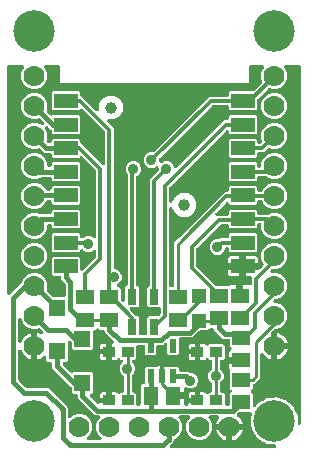
<source format=gbr>
G04 EAGLE Gerber RS-274X export*
G75*
%MOMM*%
%FSLAX34Y34*%
%LPD*%
%INTop Copper*%
%IPPOS*%
%AMOC8*
5,1,8,0,0,1.08239X$1,22.5*%
G01*
%ADD10R,1.500000X1.300000*%
%ADD11R,0.550000X1.200000*%
%ADD12R,1.300000X1.500000*%
%ADD13C,3.516000*%
%ADD14C,1.000000*%
%ADD15R,2.000000X1.200000*%
%ADD16C,1.778000*%
%ADD17R,0.800000X1.350000*%
%ADD18R,1.400000X1.400000*%
%ADD19R,1.000000X0.900000*%
%ADD20R,1.200000X1.200000*%
%ADD21C,0.906400*%
%ADD22C,0.254000*%
%ADD23C,0.406400*%
%ADD24C,0.304800*%

G36*
X119470Y98048D02*
X119470Y98048D01*
X119496Y98046D01*
X119643Y98068D01*
X119790Y98085D01*
X119815Y98093D01*
X119841Y98097D01*
X119979Y98152D01*
X120118Y98202D01*
X120140Y98216D01*
X120165Y98226D01*
X120286Y98311D01*
X120411Y98391D01*
X120429Y98410D01*
X120451Y98425D01*
X120550Y98535D01*
X120653Y98642D01*
X120667Y98664D01*
X120684Y98684D01*
X120756Y98813D01*
X120832Y98941D01*
X120840Y98966D01*
X120853Y98989D01*
X120893Y99132D01*
X120938Y99273D01*
X120940Y99299D01*
X120948Y99324D01*
X120967Y99568D01*
X120967Y113002D01*
X122158Y114193D01*
X130122Y114193D01*
X130247Y114207D01*
X130374Y114214D01*
X130420Y114227D01*
X130468Y114233D01*
X130587Y114275D01*
X130708Y114310D01*
X130751Y114334D01*
X130796Y114350D01*
X130902Y114419D01*
X131013Y114480D01*
X131059Y114520D01*
X131089Y114539D01*
X131122Y114574D01*
X131199Y114639D01*
X131887Y115327D01*
X131966Y115426D01*
X132050Y115520D01*
X132074Y115562D01*
X132104Y115600D01*
X132158Y115714D01*
X132219Y115825D01*
X132232Y115872D01*
X132253Y115915D01*
X132279Y116039D01*
X132314Y116160D01*
X132319Y116221D01*
X132326Y116256D01*
X132325Y116304D01*
X132333Y116404D01*
X132333Y120504D01*
X132330Y120530D01*
X132332Y120556D01*
X132310Y120703D01*
X132293Y120850D01*
X132285Y120875D01*
X132281Y120901D01*
X132226Y121039D01*
X132176Y121178D01*
X132162Y121200D01*
X132152Y121225D01*
X132068Y121346D01*
X131987Y121471D01*
X131968Y121489D01*
X131953Y121511D01*
X131843Y121610D01*
X131736Y121713D01*
X131714Y121727D01*
X131694Y121744D01*
X131564Y121816D01*
X131437Y121892D01*
X131412Y121900D01*
X131389Y121913D01*
X131246Y121953D01*
X131105Y121998D01*
X131079Y122000D01*
X131054Y122008D01*
X130810Y122027D01*
X122158Y122027D01*
X120967Y123218D01*
X120967Y138402D01*
X122189Y139624D01*
X122266Y139633D01*
X122291Y139641D01*
X122317Y139645D01*
X122455Y139700D01*
X122594Y139750D01*
X122616Y139764D01*
X122641Y139774D01*
X122762Y139859D01*
X122887Y139939D01*
X122905Y139958D01*
X122927Y139973D01*
X123026Y140083D01*
X123129Y140190D01*
X123143Y140212D01*
X123160Y140232D01*
X123232Y140362D01*
X123308Y140489D01*
X123316Y140514D01*
X123329Y140537D01*
X123369Y140680D01*
X123414Y140821D01*
X123416Y140847D01*
X123424Y140872D01*
X123443Y141116D01*
X123443Y230073D01*
X130149Y236779D01*
X130228Y236878D01*
X130312Y236972D01*
X130336Y237014D01*
X130366Y237052D01*
X130420Y237166D01*
X130481Y237277D01*
X130494Y237324D01*
X130515Y237367D01*
X130541Y237491D01*
X130576Y237612D01*
X130581Y237673D01*
X130588Y237708D01*
X130587Y237756D01*
X130595Y237856D01*
X130595Y239554D01*
X130584Y239654D01*
X130582Y239755D01*
X130564Y239827D01*
X130555Y239900D01*
X130521Y239995D01*
X130497Y240093D01*
X130463Y240159D01*
X130438Y240228D01*
X130383Y240313D01*
X130337Y240402D01*
X130289Y240459D01*
X130249Y240521D01*
X130176Y240591D01*
X130111Y240668D01*
X130052Y240712D01*
X129998Y240763D01*
X129912Y240815D01*
X129831Y240875D01*
X129763Y240904D01*
X129699Y240942D01*
X129603Y240973D01*
X129511Y241013D01*
X129438Y241026D01*
X129367Y241048D01*
X129267Y241056D01*
X129167Y241074D01*
X129094Y241070D01*
X129020Y241076D01*
X128920Y241061D01*
X128819Y241056D01*
X128748Y241036D01*
X128675Y241025D01*
X128581Y240987D01*
X128485Y240959D01*
X128420Y240923D01*
X128351Y240896D01*
X128317Y240872D01*
X125766Y239815D01*
X123154Y239815D01*
X120741Y240815D01*
X118895Y242661D01*
X117895Y245074D01*
X117895Y247686D01*
X118895Y250099D01*
X120741Y251945D01*
X123154Y252945D01*
X125364Y252945D01*
X125489Y252959D01*
X125616Y252966D01*
X125662Y252979D01*
X125710Y252985D01*
X125829Y253027D01*
X125950Y253062D01*
X125993Y253086D01*
X126038Y253102D01*
X126144Y253171D01*
X126255Y253232D01*
X126301Y253272D01*
X126331Y253291D01*
X126364Y253326D01*
X126441Y253391D01*
X173067Y300017D01*
X188444Y300017D01*
X188470Y300020D01*
X188496Y300018D01*
X188643Y300040D01*
X188790Y300057D01*
X188815Y300065D01*
X188841Y300069D01*
X188979Y300124D01*
X189118Y300174D01*
X189140Y300188D01*
X189165Y300198D01*
X189286Y300283D01*
X189411Y300363D01*
X189429Y300382D01*
X189451Y300397D01*
X189550Y300506D01*
X189653Y300614D01*
X189667Y300636D01*
X189684Y300656D01*
X189756Y300786D01*
X189832Y300913D01*
X189840Y300938D01*
X189853Y300961D01*
X189893Y301104D01*
X189938Y301245D01*
X189940Y301271D01*
X189948Y301296D01*
X189967Y301540D01*
X189967Y303302D01*
X191158Y304493D01*
X209932Y304493D01*
X210057Y304507D01*
X210184Y304514D01*
X210230Y304527D01*
X210278Y304533D01*
X210397Y304575D01*
X210518Y304610D01*
X210561Y304634D01*
X210606Y304650D01*
X210712Y304719D01*
X210823Y304780D01*
X210869Y304820D01*
X210899Y304839D01*
X210932Y304874D01*
X211009Y304939D01*
X218047Y311977D01*
X218095Y312037D01*
X218150Y312090D01*
X218203Y312173D01*
X218264Y312250D01*
X218296Y312319D01*
X218338Y312384D01*
X218371Y312476D01*
X218413Y312565D01*
X218429Y312640D01*
X218454Y312712D01*
X218465Y312810D01*
X218486Y312906D01*
X218485Y312982D01*
X218493Y313058D01*
X218482Y313156D01*
X218480Y313254D01*
X218461Y313329D01*
X218453Y313404D01*
X218407Y313546D01*
X218395Y313592D01*
X218386Y313609D01*
X218377Y313637D01*
X217677Y315327D01*
X217677Y319673D01*
X219340Y323687D01*
X219696Y324043D01*
X219758Y324121D01*
X219828Y324194D01*
X219866Y324258D01*
X219912Y324316D01*
X219955Y324407D01*
X220007Y324493D01*
X220030Y324564D01*
X220061Y324631D01*
X220082Y324729D01*
X220113Y324825D01*
X220119Y324899D01*
X220135Y324972D01*
X220133Y325072D01*
X220141Y325172D01*
X220130Y325246D01*
X220129Y325320D01*
X220104Y325417D01*
X220089Y325517D01*
X220062Y325586D01*
X220044Y325658D01*
X219998Y325748D01*
X219961Y325841D01*
X219918Y325902D01*
X219884Y325968D01*
X219819Y326045D01*
X219762Y326127D01*
X219707Y326177D01*
X219658Y326233D01*
X219577Y326293D01*
X219503Y326360D01*
X219438Y326396D01*
X219378Y326441D01*
X219286Y326480D01*
X219198Y326529D01*
X219126Y326549D01*
X219058Y326579D01*
X218959Y326596D01*
X218863Y326624D01*
X218762Y326632D01*
X218715Y326640D01*
X218679Y326638D01*
X218619Y326643D01*
X208524Y326643D01*
X208498Y326640D01*
X208472Y326642D01*
X208325Y326620D01*
X208178Y326603D01*
X208153Y326595D01*
X208127Y326591D01*
X207989Y326536D01*
X207850Y326486D01*
X207828Y326472D01*
X207803Y326462D01*
X207682Y326377D01*
X207557Y326297D01*
X207539Y326278D01*
X207517Y326263D01*
X207418Y326153D01*
X207315Y326046D01*
X207301Y326024D01*
X207284Y326004D01*
X207212Y325874D01*
X207136Y325747D01*
X207128Y325722D01*
X207115Y325699D01*
X207075Y325556D01*
X207030Y325415D01*
X207028Y325389D01*
X207020Y325364D01*
X207001Y325120D01*
X207001Y311460D01*
X207000Y311459D01*
X47000Y311459D01*
X46999Y311460D01*
X46999Y325120D01*
X46996Y325146D01*
X46998Y325172D01*
X46976Y325319D01*
X46959Y325466D01*
X46951Y325491D01*
X46947Y325517D01*
X46892Y325655D01*
X46842Y325794D01*
X46828Y325816D01*
X46818Y325841D01*
X46733Y325962D01*
X46653Y326087D01*
X46634Y326105D01*
X46619Y326127D01*
X46509Y326226D01*
X46402Y326329D01*
X46380Y326343D01*
X46360Y326360D01*
X46230Y326432D01*
X46103Y326508D01*
X46078Y326516D01*
X46055Y326529D01*
X45912Y326569D01*
X45771Y326614D01*
X45745Y326616D01*
X45720Y326624D01*
X45476Y326643D01*
X35381Y326643D01*
X35281Y326632D01*
X35181Y326630D01*
X35109Y326612D01*
X35035Y326603D01*
X34941Y326570D01*
X34843Y326545D01*
X34777Y326511D01*
X34707Y326486D01*
X34623Y326431D01*
X34533Y326385D01*
X34477Y326337D01*
X34414Y326297D01*
X34344Y326225D01*
X34268Y326160D01*
X34224Y326100D01*
X34172Y326046D01*
X34120Y325960D01*
X34061Y325879D01*
X34031Y325811D01*
X33993Y325747D01*
X33962Y325651D01*
X33923Y325559D01*
X33910Y325486D01*
X33887Y325415D01*
X33879Y325315D01*
X33861Y325216D01*
X33865Y325142D01*
X33859Y325068D01*
X33874Y324968D01*
X33879Y324868D01*
X33900Y324797D01*
X33911Y324723D01*
X33948Y324630D01*
X33976Y324533D01*
X34012Y324468D01*
X34039Y324399D01*
X34097Y324317D01*
X34146Y324229D01*
X34211Y324153D01*
X34238Y324113D01*
X34265Y324089D01*
X34304Y324043D01*
X34660Y323687D01*
X36323Y319673D01*
X36323Y315327D01*
X34660Y311313D01*
X31587Y308240D01*
X27573Y306577D01*
X23227Y306577D01*
X19213Y308240D01*
X16140Y311313D01*
X14477Y315327D01*
X14477Y319673D01*
X16140Y323687D01*
X16496Y324043D01*
X16558Y324121D01*
X16628Y324194D01*
X16666Y324258D01*
X16712Y324316D01*
X16755Y324407D01*
X16807Y324493D01*
X16830Y324564D01*
X16861Y324631D01*
X16882Y324729D01*
X16913Y324825D01*
X16919Y324899D01*
X16935Y324972D01*
X16933Y325072D01*
X16941Y325172D01*
X16930Y325246D01*
X16929Y325320D01*
X16904Y325417D01*
X16889Y325517D01*
X16862Y325586D01*
X16844Y325658D01*
X16798Y325748D01*
X16761Y325841D01*
X16718Y325902D01*
X16684Y325968D01*
X16619Y326045D01*
X16562Y326127D01*
X16507Y326177D01*
X16458Y326233D01*
X16377Y326293D01*
X16303Y326360D01*
X16238Y326396D01*
X16178Y326441D01*
X16086Y326480D01*
X15998Y326529D01*
X15926Y326549D01*
X15858Y326579D01*
X15759Y326596D01*
X15663Y326624D01*
X15562Y326632D01*
X15515Y326640D01*
X15479Y326638D01*
X15419Y326643D01*
X4064Y326643D01*
X4038Y326640D01*
X4012Y326642D01*
X3865Y326620D01*
X3718Y326603D01*
X3693Y326595D01*
X3667Y326591D01*
X3529Y326536D01*
X3390Y326486D01*
X3368Y326472D01*
X3343Y326462D01*
X3222Y326377D01*
X3097Y326297D01*
X3079Y326278D01*
X3057Y326263D01*
X2958Y326153D01*
X2855Y326046D01*
X2841Y326024D01*
X2824Y326004D01*
X2752Y325874D01*
X2676Y325747D01*
X2668Y325722D01*
X2655Y325699D01*
X2615Y325556D01*
X2570Y325415D01*
X2568Y325389D01*
X2560Y325364D01*
X2541Y325120D01*
X2541Y133887D01*
X2552Y133787D01*
X2554Y133686D01*
X2572Y133614D01*
X2581Y133540D01*
X2615Y133446D01*
X2639Y133348D01*
X2673Y133282D01*
X2698Y133212D01*
X2753Y133128D01*
X2799Y133039D01*
X2847Y132982D01*
X2887Y132919D01*
X2959Y132850D01*
X3024Y132773D01*
X3084Y132729D01*
X3138Y132677D01*
X3224Y132626D01*
X3305Y132566D01*
X3373Y132537D01*
X3437Y132498D01*
X3533Y132468D01*
X3625Y132428D01*
X3698Y132415D01*
X3769Y132392D01*
X3869Y132384D01*
X3968Y132366D01*
X4042Y132370D01*
X4116Y132364D01*
X4216Y132379D01*
X4316Y132384D01*
X4387Y132405D01*
X4461Y132416D01*
X4554Y132453D01*
X4651Y132481D01*
X4716Y132517D01*
X4785Y132545D01*
X4867Y132602D01*
X4955Y132651D01*
X5031Y132716D01*
X5071Y132744D01*
X5095Y132770D01*
X5141Y132809D01*
X6382Y134051D01*
X6383Y134051D01*
X14456Y142124D01*
X14457Y142126D01*
X14459Y142127D01*
X14569Y142267D01*
X14673Y142397D01*
X14674Y142399D01*
X14675Y142401D01*
X14786Y142619D01*
X16140Y145887D01*
X19213Y148960D01*
X23227Y150623D01*
X27573Y150623D01*
X31587Y148960D01*
X34660Y145887D01*
X36323Y141873D01*
X36323Y137527D01*
X36044Y136854D01*
X36023Y136781D01*
X35993Y136711D01*
X35975Y136614D01*
X35948Y136519D01*
X35945Y136443D01*
X35931Y136368D01*
X35936Y136269D01*
X35931Y136171D01*
X35945Y136096D01*
X35949Y136020D01*
X35976Y135925D01*
X35994Y135828D01*
X36024Y135758D01*
X36045Y135685D01*
X36094Y135599D01*
X36133Y135509D01*
X36178Y135447D01*
X36216Y135381D01*
X36312Y135267D01*
X36341Y135229D01*
X36355Y135216D01*
X36374Y135194D01*
X40720Y130849D01*
X40819Y130770D01*
X40912Y130686D01*
X40955Y130662D01*
X40993Y130632D01*
X41107Y130578D01*
X41217Y130517D01*
X41264Y130504D01*
X41308Y130483D01*
X41431Y130457D01*
X41553Y130422D01*
X41614Y130417D01*
X41648Y130410D01*
X41696Y130411D01*
X41797Y130403D01*
X50292Y130403D01*
X50318Y130406D01*
X50344Y130404D01*
X50491Y130426D01*
X50638Y130443D01*
X50663Y130451D01*
X50689Y130455D01*
X50827Y130510D01*
X50966Y130560D01*
X50988Y130574D01*
X51013Y130584D01*
X51134Y130669D01*
X51259Y130749D01*
X51277Y130768D01*
X51299Y130783D01*
X51398Y130893D01*
X51501Y131000D01*
X51515Y131022D01*
X51532Y131042D01*
X51604Y131172D01*
X51680Y131299D01*
X51688Y131324D01*
X51701Y131347D01*
X51741Y131490D01*
X51786Y131631D01*
X51788Y131657D01*
X51796Y131682D01*
X51815Y131926D01*
X51815Y141195D01*
X51814Y141205D01*
X51814Y141209D01*
X51812Y141227D01*
X51801Y141321D01*
X51794Y141447D01*
X51781Y141494D01*
X51775Y141542D01*
X51733Y141661D01*
X51698Y141782D01*
X51674Y141824D01*
X51658Y141870D01*
X51589Y141976D01*
X51528Y142086D01*
X51488Y142132D01*
X51469Y142162D01*
X51434Y142196D01*
X51369Y142272D01*
X47935Y145706D01*
X47935Y146904D01*
X47932Y146930D01*
X47934Y146956D01*
X47912Y147103D01*
X47895Y147250D01*
X47887Y147275D01*
X47883Y147301D01*
X47828Y147439D01*
X47778Y147578D01*
X47764Y147600D01*
X47754Y147625D01*
X47669Y147746D01*
X47589Y147871D01*
X47570Y147889D01*
X47555Y147911D01*
X47445Y148010D01*
X47338Y148113D01*
X47316Y148127D01*
X47296Y148144D01*
X47166Y148216D01*
X47039Y148292D01*
X47014Y148300D01*
X46991Y148313D01*
X46848Y148353D01*
X46707Y148398D01*
X46681Y148400D01*
X46656Y148408D01*
X46412Y148427D01*
X41158Y148427D01*
X39967Y149618D01*
X39967Y163302D01*
X41158Y164493D01*
X62842Y164493D01*
X64033Y163302D01*
X64033Y154020D01*
X64044Y153920D01*
X64046Y153820D01*
X64064Y153748D01*
X64073Y153674D01*
X64107Y153579D01*
X64131Y153482D01*
X64165Y153416D01*
X64190Y153346D01*
X64245Y153261D01*
X64291Y153172D01*
X64339Y153116D01*
X64379Y153053D01*
X64451Y152983D01*
X64516Y152907D01*
X64576Y152863D01*
X64630Y152811D01*
X64716Y152759D01*
X64797Y152700D01*
X64865Y152670D01*
X64929Y152632D01*
X65024Y152601D01*
X65117Y152562D01*
X65190Y152548D01*
X65261Y152526D01*
X65361Y152518D01*
X65460Y152500D01*
X65534Y152504D01*
X65608Y152498D01*
X65708Y152513D01*
X65808Y152518D01*
X65879Y152538D01*
X65953Y152549D01*
X66046Y152587D01*
X66143Y152614D01*
X66208Y152651D01*
X66277Y152678D01*
X66359Y152736D01*
X66447Y152785D01*
X66523Y152850D01*
X66563Y152877D01*
X66587Y152904D01*
X66633Y152943D01*
X67553Y153863D01*
X77277Y163587D01*
X77356Y163686D01*
X77440Y163780D01*
X77464Y163822D01*
X77494Y163860D01*
X77548Y163974D01*
X77609Y164085D01*
X77622Y164132D01*
X77643Y164175D01*
X77669Y164299D01*
X77704Y164420D01*
X77709Y164481D01*
X77716Y164516D01*
X77715Y164564D01*
X77723Y164664D01*
X77723Y168902D01*
X77712Y169002D01*
X77710Y169102D01*
X77692Y169174D01*
X77683Y169248D01*
X77650Y169343D01*
X77625Y169440D01*
X77591Y169506D01*
X77566Y169576D01*
X77511Y169661D01*
X77465Y169750D01*
X77417Y169807D01*
X77377Y169869D01*
X77305Y169939D01*
X77240Y170015D01*
X77180Y170060D01*
X77126Y170111D01*
X77040Y170163D01*
X76959Y170222D01*
X76891Y170252D01*
X76827Y170290D01*
X76732Y170321D01*
X76639Y170360D01*
X76566Y170374D01*
X76495Y170396D01*
X76395Y170404D01*
X76296Y170422D01*
X76222Y170418D01*
X76148Y170424D01*
X76049Y170409D01*
X75948Y170404D01*
X75877Y170384D01*
X75803Y170373D01*
X75710Y170335D01*
X75613Y170308D01*
X75548Y170271D01*
X75479Y170244D01*
X75397Y170187D01*
X75309Y170137D01*
X75233Y170072D01*
X75193Y170045D01*
X75169Y170018D01*
X75123Y169979D01*
X74839Y169695D01*
X72426Y168695D01*
X69814Y168695D01*
X67401Y169695D01*
X66633Y170463D01*
X66554Y170525D01*
X66482Y170595D01*
X66418Y170633D01*
X66360Y170680D01*
X66269Y170723D01*
X66183Y170774D01*
X66112Y170797D01*
X66045Y170829D01*
X65947Y170850D01*
X65851Y170880D01*
X65777Y170886D01*
X65704Y170902D01*
X65604Y170900D01*
X65504Y170908D01*
X65430Y170897D01*
X65356Y170896D01*
X65259Y170871D01*
X65159Y170857D01*
X65090Y170829D01*
X65018Y170811D01*
X64929Y170765D01*
X64835Y170728D01*
X64774Y170685D01*
X64708Y170651D01*
X64632Y170586D01*
X64549Y170529D01*
X64499Y170474D01*
X64443Y170425D01*
X64383Y170345D01*
X64316Y170270D01*
X64280Y170205D01*
X64235Y170145D01*
X64196Y170053D01*
X64147Y169965D01*
X64127Y169893D01*
X64097Y169825D01*
X64080Y169726D01*
X64055Y169641D01*
X62842Y168427D01*
X41158Y168427D01*
X39967Y169618D01*
X39967Y183302D01*
X41158Y184493D01*
X62842Y184493D01*
X64033Y183302D01*
X64033Y181540D01*
X64036Y181514D01*
X64034Y181488D01*
X64056Y181341D01*
X64073Y181194D01*
X64081Y181169D01*
X64085Y181143D01*
X64140Y181005D01*
X64190Y180866D01*
X64204Y180844D01*
X64214Y180819D01*
X64299Y180698D01*
X64379Y180573D01*
X64398Y180555D01*
X64413Y180533D01*
X64523Y180434D01*
X64630Y180331D01*
X64652Y180317D01*
X64672Y180300D01*
X64802Y180228D01*
X64929Y180152D01*
X64954Y180144D01*
X64977Y180131D01*
X65120Y180091D01*
X65261Y180046D01*
X65287Y180044D01*
X65312Y180036D01*
X65556Y180017D01*
X65962Y180017D01*
X66087Y180031D01*
X66214Y180038D01*
X66260Y180051D01*
X66308Y180057D01*
X66427Y180099D01*
X66548Y180134D01*
X66591Y180158D01*
X66636Y180174D01*
X66742Y180243D01*
X66853Y180304D01*
X66899Y180344D01*
X66929Y180363D01*
X66962Y180398D01*
X67039Y180463D01*
X67401Y180825D01*
X69814Y181825D01*
X72426Y181825D01*
X74839Y180825D01*
X75123Y180541D01*
X75201Y180479D01*
X75274Y180409D01*
X75338Y180371D01*
X75396Y180324D01*
X75487Y180282D01*
X75573Y180230D01*
X75644Y180207D01*
X75711Y180175D01*
X75809Y180154D01*
X75905Y180124D01*
X75979Y180118D01*
X76052Y180102D01*
X76152Y180104D01*
X76252Y180096D01*
X76326Y180107D01*
X76400Y180108D01*
X76498Y180133D01*
X76597Y180147D01*
X76666Y180175D01*
X76738Y180193D01*
X76827Y180239D01*
X76921Y180276D01*
X76982Y180319D01*
X77048Y180353D01*
X77124Y180418D01*
X77207Y180475D01*
X77257Y180530D01*
X77313Y180579D01*
X77373Y180659D01*
X77440Y180734D01*
X77476Y180799D01*
X77521Y180859D01*
X77560Y180951D01*
X77609Y181039D01*
X77629Y181110D01*
X77659Y181179D01*
X77676Y181278D01*
X77704Y181374D01*
X77712Y181475D01*
X77720Y181522D01*
X77718Y181557D01*
X77723Y181618D01*
X77723Y236656D01*
X77709Y236781D01*
X77702Y236908D01*
X77689Y236954D01*
X77683Y237002D01*
X77641Y237121D01*
X77606Y237242D01*
X77582Y237285D01*
X77566Y237330D01*
X77497Y237436D01*
X77436Y237547D01*
X77396Y237593D01*
X77377Y237623D01*
X77342Y237656D01*
X77277Y237733D01*
X65789Y249221D01*
X65769Y249237D01*
X65752Y249257D01*
X65633Y249345D01*
X65516Y249437D01*
X65493Y249448D01*
X65472Y249464D01*
X65336Y249523D01*
X65201Y249586D01*
X65176Y249592D01*
X65152Y249602D01*
X65005Y249628D01*
X64861Y249659D01*
X64835Y249659D01*
X64809Y249664D01*
X64660Y249656D01*
X64512Y249653D01*
X64487Y249647D01*
X64461Y249646D01*
X64318Y249605D01*
X64174Y249568D01*
X64151Y249556D01*
X64126Y249549D01*
X63996Y249477D01*
X63864Y249409D01*
X63844Y249392D01*
X63822Y249379D01*
X63635Y249221D01*
X62842Y248427D01*
X41158Y248427D01*
X39967Y249618D01*
X39967Y250872D01*
X39966Y250881D01*
X39966Y250883D01*
X39965Y250892D01*
X39964Y250898D01*
X39966Y250924D01*
X39944Y251071D01*
X39927Y251218D01*
X39919Y251243D01*
X39915Y251269D01*
X39860Y251407D01*
X39810Y251546D01*
X39796Y251568D01*
X39786Y251593D01*
X39701Y251714D01*
X39621Y251839D01*
X39602Y251857D01*
X39587Y251879D01*
X39477Y251978D01*
X39370Y252081D01*
X39348Y252095D01*
X39328Y252112D01*
X39198Y252184D01*
X39071Y252260D01*
X39046Y252268D01*
X39023Y252281D01*
X38880Y252321D01*
X38739Y252366D01*
X38713Y252368D01*
X38688Y252376D01*
X38444Y252395D01*
X33719Y252395D01*
X33714Y252417D01*
X33692Y252463D01*
X33679Y252511D01*
X33618Y252620D01*
X33564Y252732D01*
X33533Y252772D01*
X33508Y252815D01*
X33350Y253002D01*
X30415Y255937D01*
X30355Y255984D01*
X30302Y256039D01*
X30219Y256092D01*
X30142Y256153D01*
X30073Y256186D01*
X30008Y256227D01*
X29916Y256260D01*
X29827Y256302D01*
X29752Y256318D01*
X29680Y256344D01*
X29582Y256355D01*
X29486Y256376D01*
X29410Y256374D01*
X29334Y256383D01*
X29236Y256371D01*
X29138Y256370D01*
X29063Y256351D01*
X28988Y256342D01*
X28845Y256296D01*
X28800Y256285D01*
X28783Y256276D01*
X28755Y256267D01*
X27573Y255777D01*
X23227Y255777D01*
X19213Y257440D01*
X16140Y260513D01*
X14477Y264527D01*
X14477Y268873D01*
X16140Y272887D01*
X19213Y275960D01*
X23227Y277623D01*
X27573Y277623D01*
X31690Y275917D01*
X31738Y275903D01*
X31784Y275882D01*
X31905Y275856D01*
X32025Y275822D01*
X32075Y275819D01*
X32124Y275809D01*
X32249Y275811D01*
X32373Y275805D01*
X32423Y275814D01*
X32473Y275815D01*
X32593Y275845D01*
X32716Y275867D01*
X32762Y275887D01*
X32811Y275900D01*
X32922Y275957D01*
X33036Y276006D01*
X33076Y276036D01*
X33121Y276059D01*
X33216Y276140D01*
X33315Y276214D01*
X33348Y276252D01*
X33386Y276285D01*
X33460Y276385D01*
X33540Y276480D01*
X33563Y276525D01*
X33593Y276565D01*
X33643Y276680D01*
X33699Y276790D01*
X33711Y276839D01*
X33731Y276885D01*
X33753Y277008D01*
X33783Y277128D01*
X33784Y277179D01*
X33793Y277228D01*
X33787Y277353D01*
X33788Y277477D01*
X33778Y277526D01*
X33775Y277576D01*
X33741Y277696D01*
X33714Y277817D01*
X33692Y277863D01*
X33679Y277911D01*
X33618Y278020D01*
X33564Y278132D01*
X33533Y278172D01*
X33508Y278215D01*
X33350Y278402D01*
X30415Y281337D01*
X30355Y281384D01*
X30302Y281439D01*
X30219Y281492D01*
X30142Y281553D01*
X30073Y281586D01*
X30008Y281627D01*
X29916Y281660D01*
X29827Y281702D01*
X29752Y281718D01*
X29680Y281744D01*
X29582Y281755D01*
X29486Y281776D01*
X29410Y281774D01*
X29334Y281783D01*
X29236Y281771D01*
X29138Y281770D01*
X29063Y281751D01*
X28988Y281742D01*
X28845Y281696D01*
X28800Y281685D01*
X28783Y281676D01*
X28755Y281667D01*
X27573Y281177D01*
X23227Y281177D01*
X19213Y282840D01*
X16140Y285913D01*
X14477Y289927D01*
X14477Y294273D01*
X16140Y298287D01*
X19213Y301360D01*
X23227Y303023D01*
X27573Y303023D01*
X31587Y301360D01*
X34660Y298287D01*
X36323Y294273D01*
X36323Y289927D01*
X35833Y288745D01*
X35812Y288671D01*
X35782Y288601D01*
X35764Y288505D01*
X35737Y288410D01*
X35734Y288334D01*
X35720Y288258D01*
X35725Y288160D01*
X35720Y288062D01*
X35734Y287987D01*
X35738Y287910D01*
X35765Y287816D01*
X35783Y287719D01*
X35813Y287649D01*
X35835Y287576D01*
X35883Y287490D01*
X35922Y287399D01*
X35967Y287338D01*
X36005Y287271D01*
X36102Y287158D01*
X36130Y287120D01*
X36144Y287107D01*
X36163Y287085D01*
X38880Y284369D01*
X38900Y284352D01*
X38917Y284332D01*
X39037Y284244D01*
X39153Y284152D01*
X39177Y284141D01*
X39198Y284125D01*
X39334Y284066D01*
X39468Y284003D01*
X39493Y283998D01*
X39518Y283987D01*
X39664Y283961D01*
X39809Y283930D01*
X39835Y283930D01*
X39861Y283926D01*
X40009Y283933D01*
X40157Y283936D01*
X40182Y283942D01*
X40209Y283943D01*
X40351Y283984D01*
X40495Y284021D01*
X40518Y284033D01*
X40544Y284040D01*
X40673Y284112D01*
X40805Y284180D01*
X40825Y284197D01*
X40848Y284210D01*
X41034Y284369D01*
X41158Y284493D01*
X62842Y284493D01*
X64033Y283302D01*
X64033Y269618D01*
X62842Y268427D01*
X41158Y268427D01*
X39967Y269618D01*
X39967Y271153D01*
X39953Y271279D01*
X39946Y271405D01*
X39933Y271452D01*
X39927Y271500D01*
X39885Y271618D01*
X39850Y271740D01*
X39826Y271782D01*
X39810Y271828D01*
X39741Y271934D01*
X39680Y272044D01*
X39640Y272090D01*
X39621Y272120D01*
X39586Y272154D01*
X39521Y272230D01*
X37102Y274650D01*
X37062Y274681D01*
X37028Y274718D01*
X36926Y274789D01*
X36829Y274866D01*
X36783Y274888D01*
X36742Y274917D01*
X36626Y274962D01*
X36514Y275015D01*
X36464Y275026D01*
X36418Y275044D01*
X36294Y275063D01*
X36173Y275089D01*
X36123Y275088D01*
X36073Y275095D01*
X35949Y275085D01*
X35824Y275083D01*
X35776Y275071D01*
X35725Y275066D01*
X35607Y275028D01*
X35487Y274998D01*
X35442Y274975D01*
X35394Y274959D01*
X35287Y274895D01*
X35177Y274838D01*
X35138Y274806D01*
X35095Y274780D01*
X35006Y274693D01*
X34911Y274612D01*
X34881Y274572D01*
X34845Y274537D01*
X34778Y274432D01*
X34704Y274332D01*
X34684Y274286D01*
X34657Y274243D01*
X34615Y274126D01*
X34566Y274012D01*
X34557Y273963D01*
X34540Y273915D01*
X34526Y273791D01*
X34504Y273669D01*
X34507Y273619D01*
X34501Y273569D01*
X34516Y273445D01*
X34522Y273321D01*
X34536Y273273D01*
X34542Y273223D01*
X34617Y272990D01*
X36323Y268873D01*
X36323Y264527D01*
X35833Y263345D01*
X35812Y263272D01*
X35782Y263201D01*
X35764Y263105D01*
X35737Y263010D01*
X35734Y262934D01*
X35720Y262858D01*
X35725Y262760D01*
X35720Y262662D01*
X35734Y262587D01*
X35738Y262510D01*
X35765Y262416D01*
X35783Y262319D01*
X35814Y262249D01*
X35835Y262176D01*
X35883Y262090D01*
X35922Y261999D01*
X35967Y261938D01*
X36005Y261871D01*
X36102Y261758D01*
X36130Y261720D01*
X36144Y261707D01*
X36163Y261685D01*
X36878Y260971D01*
X36977Y260892D01*
X37070Y260808D01*
X37113Y260784D01*
X37151Y260754D01*
X37265Y260700D01*
X37375Y260639D01*
X37422Y260626D01*
X37466Y260605D01*
X37589Y260579D01*
X37711Y260544D01*
X37771Y260539D01*
X37806Y260532D01*
X37855Y260533D01*
X37955Y260525D01*
X38444Y260525D01*
X38470Y260528D01*
X38496Y260526D01*
X38643Y260548D01*
X38790Y260565D01*
X38815Y260573D01*
X38841Y260577D01*
X38979Y260632D01*
X39118Y260682D01*
X39140Y260696D01*
X39165Y260706D01*
X39286Y260791D01*
X39411Y260871D01*
X39429Y260890D01*
X39451Y260905D01*
X39550Y261015D01*
X39653Y261122D01*
X39667Y261144D01*
X39684Y261164D01*
X39756Y261294D01*
X39832Y261421D01*
X39840Y261446D01*
X39853Y261469D01*
X39893Y261612D01*
X39938Y261753D01*
X39940Y261779D01*
X39948Y261804D01*
X39967Y262048D01*
X39967Y263302D01*
X41158Y264493D01*
X62842Y264493D01*
X64033Y263302D01*
X64033Y261540D01*
X64036Y261514D01*
X64034Y261488D01*
X64056Y261341D01*
X64073Y261194D01*
X64081Y261169D01*
X64085Y261143D01*
X64140Y261005D01*
X64190Y260866D01*
X64204Y260844D01*
X64214Y260819D01*
X64299Y260698D01*
X64379Y260573D01*
X64398Y260555D01*
X64413Y260533D01*
X64523Y260434D01*
X64630Y260331D01*
X64652Y260317D01*
X64672Y260300D01*
X64802Y260228D01*
X64902Y260168D01*
X82307Y242763D01*
X82743Y242327D01*
X82821Y242265D01*
X82894Y242195D01*
X82958Y242157D01*
X83016Y242110D01*
X83107Y242068D01*
X83193Y242016D01*
X83264Y241993D01*
X83331Y241962D01*
X83429Y241940D01*
X83525Y241910D01*
X83599Y241904D01*
X83672Y241888D01*
X83772Y241890D01*
X83872Y241882D01*
X83946Y241893D01*
X84020Y241894D01*
X84118Y241919D01*
X84217Y241933D01*
X84286Y241961D01*
X84358Y241979D01*
X84447Y242025D01*
X84541Y242062D01*
X84602Y242105D01*
X84668Y242139D01*
X84744Y242204D01*
X84827Y242261D01*
X84877Y242316D01*
X84933Y242365D01*
X84993Y242445D01*
X85060Y242520D01*
X85096Y242585D01*
X85141Y242645D01*
X85180Y242737D01*
X85229Y242825D01*
X85249Y242897D01*
X85279Y242965D01*
X85296Y243064D01*
X85324Y243160D01*
X85332Y243261D01*
X85340Y243308D01*
X85338Y243343D01*
X85343Y243404D01*
X85343Y269676D01*
X85329Y269801D01*
X85322Y269928D01*
X85309Y269974D01*
X85303Y270022D01*
X85261Y270141D01*
X85226Y270262D01*
X85202Y270305D01*
X85186Y270350D01*
X85117Y270456D01*
X85056Y270567D01*
X85016Y270613D01*
X84997Y270643D01*
X84962Y270676D01*
X84897Y270753D01*
X66109Y289541D01*
X66089Y289557D01*
X66072Y289577D01*
X65952Y289665D01*
X65836Y289757D01*
X65813Y289768D01*
X65792Y289784D01*
X65655Y289843D01*
X65521Y289906D01*
X65496Y289912D01*
X65472Y289922D01*
X65325Y289948D01*
X65181Y289979D01*
X65155Y289979D01*
X65129Y289984D01*
X64980Y289976D01*
X64832Y289973D01*
X64807Y289967D01*
X64781Y289966D01*
X64638Y289925D01*
X64494Y289888D01*
X64471Y289876D01*
X64446Y289869D01*
X64316Y289797D01*
X64184Y289729D01*
X64164Y289712D01*
X64142Y289699D01*
X63955Y289541D01*
X62842Y288427D01*
X41158Y288427D01*
X39967Y289618D01*
X39967Y303302D01*
X41158Y304493D01*
X62842Y304493D01*
X64033Y303302D01*
X64033Y301540D01*
X64036Y301514D01*
X64034Y301488D01*
X64056Y301341D01*
X64073Y301194D01*
X64081Y301169D01*
X64085Y301143D01*
X64140Y301005D01*
X64190Y300866D01*
X64204Y300844D01*
X64214Y300819D01*
X64299Y300698D01*
X64379Y300573D01*
X64398Y300555D01*
X64413Y300533D01*
X64523Y300434D01*
X64630Y300331D01*
X64652Y300317D01*
X64672Y300300D01*
X64802Y300228D01*
X64929Y300152D01*
X64954Y300144D01*
X64977Y300131D01*
X65120Y300091D01*
X65261Y300046D01*
X65287Y300044D01*
X65312Y300036D01*
X65556Y300017D01*
X65693Y300017D01*
X68223Y297487D01*
X77569Y288141D01*
X77647Y288079D01*
X77720Y288009D01*
X77784Y287971D01*
X77842Y287924D01*
X77933Y287882D01*
X78019Y287830D01*
X78090Y287807D01*
X78157Y287776D01*
X78255Y287754D01*
X78351Y287724D01*
X78425Y287718D01*
X78498Y287702D01*
X78598Y287704D01*
X78698Y287696D01*
X78772Y287707D01*
X78846Y287708D01*
X78943Y287733D01*
X79043Y287747D01*
X79112Y287775D01*
X79184Y287793D01*
X79274Y287839D01*
X79367Y287876D01*
X79428Y287919D01*
X79494Y287953D01*
X79571Y288018D01*
X79653Y288075D01*
X79703Y288130D01*
X79759Y288179D01*
X79819Y288259D01*
X79886Y288334D01*
X79922Y288399D01*
X79967Y288459D01*
X80006Y288551D01*
X80055Y288639D01*
X80075Y288711D01*
X80105Y288779D01*
X80122Y288878D01*
X80150Y288974D01*
X80158Y289074D01*
X80166Y289122D01*
X80164Y289158D01*
X80169Y289218D01*
X80169Y293510D01*
X82849Y298151D01*
X87490Y300831D01*
X92850Y300831D01*
X97491Y298151D01*
X100171Y293510D01*
X100171Y288150D01*
X97491Y283509D01*
X92850Y280829D01*
X88558Y280829D01*
X88458Y280818D01*
X88358Y280816D01*
X88286Y280798D01*
X88212Y280789D01*
X88117Y280756D01*
X88020Y280731D01*
X87954Y280697D01*
X87884Y280672D01*
X87799Y280617D01*
X87710Y280571D01*
X87653Y280523D01*
X87591Y280483D01*
X87521Y280411D01*
X87445Y280346D01*
X87401Y280286D01*
X87349Y280232D01*
X87297Y280146D01*
X87238Y280065D01*
X87208Y279997D01*
X87170Y279933D01*
X87139Y279837D01*
X87100Y279745D01*
X87086Y279672D01*
X87064Y279601D01*
X87056Y279501D01*
X87038Y279402D01*
X87042Y279328D01*
X87036Y279254D01*
X87051Y279154D01*
X87056Y279054D01*
X87076Y278983D01*
X87087Y278909D01*
X87125Y278816D01*
X87152Y278719D01*
X87189Y278654D01*
X87216Y278585D01*
X87273Y278503D01*
X87323Y278415D01*
X87388Y278339D01*
X87415Y278299D01*
X87442Y278275D01*
X87481Y278229D01*
X89927Y275783D01*
X92457Y273253D01*
X92457Y155408D01*
X92460Y155382D01*
X92458Y155356D01*
X92480Y155209D01*
X92497Y155062D01*
X92505Y155037D01*
X92509Y155011D01*
X92564Y154873D01*
X92614Y154734D01*
X92628Y154712D01*
X92638Y154687D01*
X92723Y154566D01*
X92803Y154441D01*
X92822Y154423D01*
X92837Y154401D01*
X92947Y154302D01*
X93054Y154199D01*
X93076Y154185D01*
X93096Y154168D01*
X93226Y154096D01*
X93353Y154020D01*
X93378Y154012D01*
X93401Y153999D01*
X93544Y153959D01*
X93685Y153914D01*
X93711Y153912D01*
X93736Y153904D01*
X93980Y153885D01*
X94016Y153885D01*
X96429Y152885D01*
X98275Y151039D01*
X99275Y148626D01*
X99275Y146014D01*
X98275Y143601D01*
X96429Y141755D01*
X96087Y141613D01*
X96043Y141589D01*
X95996Y141572D01*
X95891Y141504D01*
X95783Y141444D01*
X95745Y141410D01*
X95703Y141383D01*
X95617Y141293D01*
X95524Y141210D01*
X95496Y141168D01*
X95461Y141132D01*
X95397Y141025D01*
X95326Y140923D01*
X95308Y140876D01*
X95282Y140833D01*
X95244Y140715D01*
X95198Y140599D01*
X95191Y140549D01*
X95176Y140501D01*
X95166Y140377D01*
X95148Y140254D01*
X95152Y140204D01*
X95148Y140154D01*
X95166Y140031D01*
X95177Y139907D01*
X95192Y139859D01*
X95199Y139809D01*
X95245Y139694D01*
X95284Y139575D01*
X95310Y139532D01*
X95328Y139485D01*
X95399Y139383D01*
X95463Y139277D01*
X95498Y139240D01*
X95527Y139199D01*
X95619Y139116D01*
X95706Y139027D01*
X95749Y138999D01*
X95786Y138966D01*
X95895Y138906D01*
X95999Y138838D01*
X96047Y138821D01*
X96091Y138797D01*
X96211Y138763D01*
X96328Y138722D01*
X96378Y138716D01*
X96426Y138702D01*
X96670Y138683D01*
X97242Y138683D01*
X98433Y137492D01*
X98433Y128208D01*
X98447Y128083D01*
X98454Y127956D01*
X98467Y127910D01*
X98473Y127862D01*
X98515Y127743D01*
X98550Y127622D01*
X98574Y127579D01*
X98590Y127534D01*
X98659Y127428D01*
X98720Y127317D01*
X98760Y127271D01*
X98779Y127241D01*
X98814Y127208D01*
X98879Y127131D01*
X99317Y126693D01*
X99395Y126631D01*
X99468Y126561D01*
X99532Y126523D01*
X99590Y126476D01*
X99681Y126434D01*
X99767Y126382D01*
X99838Y126359D01*
X99905Y126328D01*
X100003Y126306D01*
X100099Y126276D01*
X100173Y126270D01*
X100246Y126254D01*
X100346Y126256D01*
X100446Y126248D01*
X100520Y126259D01*
X100594Y126260D01*
X100692Y126285D01*
X100791Y126299D01*
X100860Y126327D01*
X100932Y126345D01*
X101021Y126391D01*
X101115Y126428D01*
X101176Y126471D01*
X101242Y126505D01*
X101318Y126570D01*
X101401Y126627D01*
X101451Y126682D01*
X101507Y126731D01*
X101567Y126811D01*
X101634Y126886D01*
X101670Y126951D01*
X101715Y127011D01*
X101754Y127103D01*
X101803Y127191D01*
X101823Y127263D01*
X101853Y127331D01*
X101870Y127430D01*
X101898Y127526D01*
X101906Y127627D01*
X101914Y127674D01*
X101912Y127709D01*
X101917Y127770D01*
X101917Y138402D01*
X103139Y139624D01*
X103216Y139633D01*
X103241Y139641D01*
X103267Y139645D01*
X103405Y139700D01*
X103544Y139750D01*
X103566Y139764D01*
X103591Y139774D01*
X103712Y139859D01*
X103837Y139939D01*
X103855Y139958D01*
X103877Y139973D01*
X103976Y140083D01*
X104079Y140190D01*
X104093Y140212D01*
X104110Y140232D01*
X104182Y140362D01*
X104258Y140489D01*
X104266Y140514D01*
X104279Y140537D01*
X104319Y140680D01*
X104364Y140821D01*
X104366Y140847D01*
X104374Y140872D01*
X104393Y141116D01*
X104393Y233672D01*
X104379Y233797D01*
X104372Y233924D01*
X104359Y233970D01*
X104353Y234018D01*
X104311Y234137D01*
X104276Y234259D01*
X104252Y234301D01*
X104236Y234346D01*
X104167Y234453D01*
X104106Y234563D01*
X104066Y234609D01*
X104047Y234639D01*
X104012Y234673D01*
X103947Y234749D01*
X103655Y235041D01*
X102655Y237454D01*
X102655Y240066D01*
X103655Y242479D01*
X105501Y244325D01*
X107914Y245325D01*
X110526Y245325D01*
X112939Y244325D01*
X114785Y242479D01*
X115785Y240066D01*
X115785Y237454D01*
X114785Y235041D01*
X112939Y233195D01*
X112447Y232991D01*
X112380Y232954D01*
X112309Y232926D01*
X112228Y232870D01*
X112142Y232822D01*
X112086Y232770D01*
X112023Y232727D01*
X111957Y232654D01*
X111884Y232588D01*
X111841Y232525D01*
X111790Y232468D01*
X111742Y232382D01*
X111686Y232301D01*
X111658Y232230D01*
X111621Y232163D01*
X111594Y232068D01*
X111558Y231977D01*
X111547Y231901D01*
X111526Y231828D01*
X111514Y231679D01*
X111507Y231632D01*
X111509Y231613D01*
X111507Y231584D01*
X111507Y141116D01*
X111508Y141107D01*
X111508Y141104D01*
X111510Y141092D01*
X111510Y141090D01*
X111508Y141064D01*
X111530Y140917D01*
X111547Y140770D01*
X111555Y140745D01*
X111559Y140719D01*
X111614Y140581D01*
X111664Y140442D01*
X111678Y140420D01*
X111688Y140395D01*
X111773Y140274D01*
X111853Y140149D01*
X111872Y140131D01*
X111887Y140109D01*
X111997Y140010D01*
X112104Y139907D01*
X112126Y139893D01*
X112146Y139876D01*
X112276Y139804D01*
X112403Y139728D01*
X112428Y139720D01*
X112451Y139707D01*
X112594Y139667D01*
X112735Y139622D01*
X112761Y139620D01*
X112767Y139618D01*
X113983Y138402D01*
X113983Y123218D01*
X112792Y122027D01*
X107660Y122027D01*
X107560Y122016D01*
X107460Y122014D01*
X107388Y121996D01*
X107314Y121987D01*
X107219Y121954D01*
X107122Y121929D01*
X107056Y121895D01*
X106986Y121870D01*
X106901Y121815D01*
X106812Y121769D01*
X106755Y121721D01*
X106693Y121681D01*
X106623Y121609D01*
X106547Y121544D01*
X106503Y121484D01*
X106451Y121430D01*
X106399Y121344D01*
X106340Y121263D01*
X106310Y121195D01*
X106272Y121131D01*
X106241Y121035D01*
X106202Y120943D01*
X106188Y120870D01*
X106166Y120799D01*
X106158Y120699D01*
X106140Y120600D01*
X106144Y120526D01*
X106138Y120452D01*
X106153Y120352D01*
X106158Y120252D01*
X106178Y120181D01*
X106189Y120107D01*
X106227Y120014D01*
X106254Y119917D01*
X106291Y119852D01*
X106318Y119783D01*
X106375Y119701D01*
X106425Y119613D01*
X106490Y119537D01*
X106517Y119497D01*
X106544Y119473D01*
X106583Y119427D01*
X108977Y117033D01*
X111371Y114639D01*
X111470Y114560D01*
X111564Y114476D01*
X111606Y114452D01*
X111644Y114422D01*
X111758Y114368D01*
X111869Y114307D01*
X111916Y114294D01*
X111959Y114273D01*
X112083Y114247D01*
X112204Y114212D01*
X112265Y114207D01*
X112300Y114200D01*
X112348Y114201D01*
X112448Y114193D01*
X112792Y114193D01*
X113983Y113002D01*
X113983Y99568D01*
X113986Y99542D01*
X113984Y99516D01*
X114006Y99369D01*
X114023Y99222D01*
X114031Y99197D01*
X114035Y99171D01*
X114090Y99033D01*
X114140Y98894D01*
X114154Y98872D01*
X114164Y98847D01*
X114249Y98726D01*
X114329Y98601D01*
X114348Y98583D01*
X114363Y98561D01*
X114473Y98462D01*
X114580Y98359D01*
X114602Y98345D01*
X114622Y98328D01*
X114752Y98256D01*
X114879Y98180D01*
X114904Y98172D01*
X114927Y98159D01*
X115070Y98119D01*
X115211Y98074D01*
X115237Y98072D01*
X115262Y98064D01*
X115506Y98045D01*
X119444Y98045D01*
X119470Y98048D01*
G37*
G36*
X249976Y22295D02*
X249976Y22295D01*
X250090Y22303D01*
X250148Y22321D01*
X250207Y22330D01*
X250314Y22372D01*
X250423Y22406D01*
X250475Y22436D01*
X250531Y22458D01*
X250625Y22524D01*
X250724Y22582D01*
X250768Y22623D01*
X250817Y22657D01*
X250894Y22742D01*
X250977Y22821D01*
X251010Y22872D01*
X251050Y22916D01*
X251106Y23017D01*
X251169Y23112D01*
X251190Y23169D01*
X251219Y23221D01*
X251250Y23332D01*
X251290Y23439D01*
X251302Y23516D01*
X251314Y23557D01*
X251319Y23619D01*
X251329Y23681D01*
X251455Y25280D01*
X251453Y25323D01*
X251459Y25400D01*
X251459Y325120D01*
X251456Y325146D01*
X251458Y325172D01*
X251436Y325319D01*
X251419Y325466D01*
X251411Y325491D01*
X251407Y325517D01*
X251352Y325655D01*
X251302Y325794D01*
X251288Y325816D01*
X251278Y325841D01*
X251193Y325962D01*
X251113Y326087D01*
X251094Y326105D01*
X251079Y326127D01*
X250969Y326226D01*
X250862Y326329D01*
X250840Y326343D01*
X250820Y326360D01*
X250690Y326432D01*
X250563Y326508D01*
X250538Y326516D01*
X250515Y326529D01*
X250372Y326569D01*
X250231Y326614D01*
X250205Y326616D01*
X250180Y326624D01*
X249936Y326643D01*
X238581Y326643D01*
X238481Y326632D01*
X238381Y326630D01*
X238309Y326612D01*
X238235Y326603D01*
X238141Y326570D01*
X238043Y326545D01*
X237977Y326511D01*
X237907Y326486D01*
X237823Y326431D01*
X237733Y326385D01*
X237677Y326337D01*
X237614Y326297D01*
X237544Y326225D01*
X237468Y326160D01*
X237424Y326100D01*
X237372Y326046D01*
X237320Y325960D01*
X237261Y325879D01*
X237231Y325811D01*
X237193Y325747D01*
X237162Y325651D01*
X237123Y325559D01*
X237110Y325486D01*
X237087Y325415D01*
X237079Y325315D01*
X237061Y325216D01*
X237065Y325142D01*
X237059Y325068D01*
X237074Y324968D01*
X237079Y324868D01*
X237100Y324797D01*
X237111Y324723D01*
X237148Y324630D01*
X237176Y324533D01*
X237212Y324468D01*
X237239Y324399D01*
X237297Y324317D01*
X237346Y324229D01*
X237411Y324153D01*
X237438Y324113D01*
X237465Y324089D01*
X237504Y324043D01*
X237860Y323687D01*
X239523Y319673D01*
X239523Y315327D01*
X237860Y311313D01*
X234787Y308240D01*
X230773Y306577D01*
X226427Y306577D01*
X224737Y307277D01*
X224664Y307298D01*
X224593Y307329D01*
X224497Y307346D01*
X224402Y307373D01*
X224326Y307377D01*
X224250Y307390D01*
X224152Y307385D01*
X224054Y307390D01*
X223979Y307376D01*
X223902Y307372D01*
X223808Y307345D01*
X223711Y307327D01*
X223641Y307297D01*
X223568Y307276D01*
X223482Y307228D01*
X223391Y307189D01*
X223330Y307143D01*
X223263Y307106D01*
X223150Y307009D01*
X223112Y306981D01*
X223099Y306966D01*
X223077Y306947D01*
X214479Y298349D01*
X214400Y298250D01*
X214316Y298156D01*
X214292Y298114D01*
X214262Y298076D01*
X214208Y297962D01*
X214147Y297851D01*
X214134Y297804D01*
X214113Y297761D01*
X214087Y297637D01*
X214052Y297516D01*
X214047Y297455D01*
X214040Y297420D01*
X214041Y297372D01*
X214033Y297272D01*
X214033Y289618D01*
X212842Y288427D01*
X191158Y288427D01*
X189967Y289618D01*
X189967Y291380D01*
X189964Y291406D01*
X189966Y291432D01*
X189944Y291579D01*
X189927Y291726D01*
X189919Y291751D01*
X189915Y291777D01*
X189860Y291915D01*
X189810Y292054D01*
X189796Y292076D01*
X189786Y292101D01*
X189701Y292222D01*
X189621Y292347D01*
X189602Y292365D01*
X189587Y292387D01*
X189477Y292486D01*
X189370Y292589D01*
X189348Y292603D01*
X189328Y292620D01*
X189198Y292692D01*
X189071Y292768D01*
X189046Y292776D01*
X189023Y292789D01*
X188880Y292829D01*
X188739Y292874D01*
X188713Y292876D01*
X188688Y292884D01*
X188444Y292903D01*
X176644Y292903D01*
X176519Y292889D01*
X176392Y292882D01*
X176346Y292869D01*
X176298Y292863D01*
X176179Y292821D01*
X176058Y292786D01*
X176015Y292762D01*
X175970Y292746D01*
X175864Y292677D01*
X175753Y292616D01*
X175707Y292576D01*
X175677Y292557D01*
X175644Y292522D01*
X175567Y292457D01*
X131471Y248361D01*
X131392Y248262D01*
X131308Y248168D01*
X131284Y248126D01*
X131254Y248088D01*
X131200Y247974D01*
X131139Y247863D01*
X131126Y247816D01*
X131105Y247773D01*
X131079Y247649D01*
X131044Y247528D01*
X131039Y247467D01*
X131032Y247432D01*
X131033Y247384D01*
X131025Y247284D01*
X131025Y245586D01*
X131036Y245486D01*
X131038Y245385D01*
X131056Y245313D01*
X131065Y245240D01*
X131099Y245145D01*
X131123Y245047D01*
X131157Y244981D01*
X131182Y244912D01*
X131237Y244827D01*
X131283Y244738D01*
X131331Y244681D01*
X131371Y244619D01*
X131444Y244549D01*
X131509Y244472D01*
X131568Y244428D01*
X131622Y244377D01*
X131708Y244325D01*
X131789Y244265D01*
X131857Y244236D01*
X131921Y244198D01*
X132017Y244167D01*
X132109Y244127D01*
X132182Y244114D01*
X132253Y244092D01*
X132353Y244084D01*
X132453Y244066D01*
X132526Y244070D01*
X132600Y244064D01*
X132700Y244079D01*
X132801Y244084D01*
X132872Y244104D01*
X132945Y244115D01*
X133039Y244153D01*
X133135Y244181D01*
X133200Y244217D01*
X133269Y244244D01*
X133303Y244268D01*
X135854Y245325D01*
X138466Y245325D01*
X140879Y244325D01*
X142725Y242479D01*
X143559Y240467D01*
X143631Y240336D01*
X143700Y240202D01*
X143716Y240184D01*
X143728Y240162D01*
X143829Y240051D01*
X143926Y239937D01*
X143946Y239922D01*
X143962Y239904D01*
X144086Y239819D01*
X144207Y239729D01*
X144229Y239720D01*
X144249Y239706D01*
X144389Y239651D01*
X144527Y239591D01*
X144550Y239587D01*
X144573Y239578D01*
X144722Y239556D01*
X144870Y239530D01*
X144894Y239531D01*
X144918Y239527D01*
X145068Y239540D01*
X145218Y239548D01*
X145241Y239554D01*
X145265Y239556D01*
X145408Y239603D01*
X145552Y239644D01*
X145574Y239656D01*
X145597Y239663D01*
X145726Y239741D01*
X145857Y239814D01*
X145879Y239833D01*
X145895Y239843D01*
X145929Y239876D01*
X146043Y239973D01*
X183557Y277487D01*
X186087Y280017D01*
X188444Y280017D01*
X188470Y280020D01*
X188496Y280018D01*
X188643Y280040D01*
X188790Y280057D01*
X188815Y280065D01*
X188841Y280069D01*
X188979Y280124D01*
X189118Y280174D01*
X189140Y280188D01*
X189165Y280198D01*
X189286Y280283D01*
X189411Y280363D01*
X189429Y280382D01*
X189451Y280397D01*
X189550Y280507D01*
X189653Y280614D01*
X189667Y280636D01*
X189684Y280656D01*
X189756Y280786D01*
X189832Y280913D01*
X189840Y280938D01*
X189853Y280961D01*
X189893Y281104D01*
X189938Y281245D01*
X189940Y281271D01*
X189948Y281296D01*
X189967Y281540D01*
X189967Y283302D01*
X191158Y284493D01*
X212842Y284493D01*
X214033Y283302D01*
X214033Y269618D01*
X212842Y268427D01*
X191158Y268427D01*
X189967Y269618D01*
X189967Y270160D01*
X189956Y270260D01*
X189954Y270360D01*
X189936Y270432D01*
X189927Y270506D01*
X189894Y270601D01*
X189869Y270698D01*
X189835Y270764D01*
X189810Y270834D01*
X189755Y270919D01*
X189709Y271008D01*
X189661Y271065D01*
X189621Y271127D01*
X189549Y271197D01*
X189484Y271273D01*
X189424Y271317D01*
X189370Y271369D01*
X189284Y271421D01*
X189203Y271480D01*
X189135Y271510D01*
X189071Y271548D01*
X188975Y271579D01*
X188883Y271618D01*
X188810Y271632D01*
X188739Y271654D01*
X188639Y271662D01*
X188540Y271680D01*
X188466Y271676D01*
X188392Y271682D01*
X188292Y271667D01*
X188192Y271662D01*
X188121Y271642D01*
X188047Y271631D01*
X187954Y271593D01*
X187857Y271566D01*
X187792Y271529D01*
X187723Y271502D01*
X187641Y271445D01*
X187553Y271395D01*
X187477Y271330D01*
X187437Y271303D01*
X187413Y271276D01*
X187367Y271237D01*
X139893Y223763D01*
X139814Y223664D01*
X139730Y223570D01*
X139706Y223528D01*
X139676Y223490D01*
X139622Y223376D01*
X139561Y223265D01*
X139548Y223218D01*
X139527Y223175D01*
X139501Y223051D01*
X139466Y222930D01*
X139461Y222869D01*
X139454Y222834D01*
X139455Y222786D01*
X139447Y222686D01*
X139447Y211531D01*
X139461Y211406D01*
X139467Y211281D01*
X139481Y211234D01*
X139487Y211184D01*
X139529Y211067D01*
X139563Y210946D01*
X139587Y210903D01*
X139604Y210856D01*
X139672Y210751D01*
X139733Y210642D01*
X139766Y210605D01*
X139793Y210563D01*
X139883Y210476D01*
X139967Y210384D01*
X140008Y210356D01*
X140044Y210321D01*
X140151Y210257D01*
X140254Y210186D01*
X140300Y210168D01*
X140343Y210142D01*
X140462Y210104D01*
X140578Y210059D01*
X140627Y210051D01*
X140675Y210036D01*
X140799Y210026D01*
X140923Y210008D01*
X140973Y210012D01*
X141022Y210008D01*
X141146Y210027D01*
X141270Y210037D01*
X141318Y210053D01*
X141367Y210060D01*
X141483Y210106D01*
X141602Y210145D01*
X141645Y210170D01*
X141691Y210189D01*
X141793Y210260D01*
X141900Y210325D01*
X141936Y210359D01*
X141977Y210388D01*
X142061Y210480D01*
X142150Y210568D01*
X142186Y210619D01*
X142210Y210646D01*
X142233Y210688D01*
X142289Y210769D01*
X145079Y215601D01*
X149720Y218281D01*
X155080Y218281D01*
X159721Y215601D01*
X162401Y210960D01*
X162401Y205600D01*
X159721Y200959D01*
X155080Y198279D01*
X149720Y198279D01*
X145079Y200959D01*
X142289Y205791D01*
X142215Y205892D01*
X142147Y205997D01*
X142111Y206031D01*
X142082Y206071D01*
X141986Y206152D01*
X141896Y206239D01*
X141854Y206264D01*
X141816Y206296D01*
X141704Y206353D01*
X141597Y206418D01*
X141550Y206433D01*
X141506Y206455D01*
X141384Y206486D01*
X141265Y206524D01*
X141216Y206528D01*
X141167Y206540D01*
X141042Y206542D01*
X140918Y206552D01*
X140869Y206544D01*
X140819Y206545D01*
X140697Y206519D01*
X140573Y206500D01*
X140527Y206482D01*
X140478Y206471D01*
X140366Y206418D01*
X140249Y206371D01*
X140208Y206343D01*
X140164Y206322D01*
X140066Y206244D01*
X139963Y206172D01*
X139930Y206136D01*
X139891Y206105D01*
X139813Y206007D01*
X139730Y205914D01*
X139706Y205870D01*
X139675Y205831D01*
X139622Y205718D01*
X139561Y205609D01*
X139548Y205561D01*
X139526Y205516D01*
X139500Y205394D01*
X139466Y205273D01*
X139461Y205211D01*
X139454Y205175D01*
X139455Y205127D01*
X139447Y205029D01*
X139447Y140206D01*
X139450Y140180D01*
X139448Y140154D01*
X139470Y140007D01*
X139487Y139860D01*
X139495Y139835D01*
X139499Y139809D01*
X139554Y139671D01*
X139604Y139532D01*
X139618Y139510D01*
X139628Y139485D01*
X139713Y139364D01*
X139793Y139239D01*
X139812Y139221D01*
X139827Y139199D01*
X139937Y139100D01*
X140044Y138997D01*
X140066Y138983D01*
X140086Y138966D01*
X140216Y138894D01*
X140343Y138818D01*
X140368Y138810D01*
X140391Y138797D01*
X140534Y138757D01*
X140675Y138712D01*
X140701Y138710D01*
X140726Y138702D01*
X140970Y138683D01*
X142494Y138683D01*
X142520Y138686D01*
X142546Y138684D01*
X142693Y138706D01*
X142840Y138723D01*
X142865Y138731D01*
X142891Y138735D01*
X143029Y138790D01*
X143168Y138840D01*
X143190Y138854D01*
X143215Y138864D01*
X143336Y138949D01*
X143461Y139029D01*
X143479Y139048D01*
X143501Y139063D01*
X143600Y139173D01*
X143703Y139280D01*
X143717Y139302D01*
X143734Y139322D01*
X143806Y139452D01*
X143882Y139579D01*
X143890Y139604D01*
X143903Y139627D01*
X143943Y139770D01*
X143988Y139911D01*
X143990Y139937D01*
X143998Y139962D01*
X144017Y140206D01*
X144017Y176628D01*
X147127Y179738D01*
X147198Y179827D01*
X147205Y179835D01*
X147208Y179840D01*
X147290Y179931D01*
X147314Y179973D01*
X147344Y180011D01*
X147398Y180125D01*
X147459Y180236D01*
X147472Y180282D01*
X147493Y180326D01*
X147519Y180449D01*
X147535Y180505D01*
X186487Y219457D01*
X188444Y219457D01*
X188470Y219460D01*
X188496Y219458D01*
X188643Y219480D01*
X188790Y219497D01*
X188815Y219505D01*
X188841Y219509D01*
X188979Y219564D01*
X189118Y219614D01*
X189140Y219628D01*
X189165Y219638D01*
X189286Y219723D01*
X189411Y219803D01*
X189429Y219822D01*
X189451Y219837D01*
X189550Y219947D01*
X189653Y220054D01*
X189667Y220076D01*
X189684Y220096D01*
X189756Y220226D01*
X189832Y220353D01*
X189840Y220378D01*
X189853Y220401D01*
X189893Y220544D01*
X189938Y220685D01*
X189940Y220711D01*
X189948Y220736D01*
X189967Y220980D01*
X189967Y223302D01*
X191158Y224493D01*
X212842Y224493D01*
X214033Y223302D01*
X214033Y220980D01*
X214036Y220954D01*
X214034Y220928D01*
X214056Y220781D01*
X214073Y220634D01*
X214081Y220609D01*
X214085Y220583D01*
X214140Y220445D01*
X214190Y220306D01*
X214204Y220284D01*
X214214Y220259D01*
X214299Y220138D01*
X214379Y220013D01*
X214398Y219995D01*
X214413Y219973D01*
X214523Y219874D01*
X214630Y219771D01*
X214652Y219757D01*
X214672Y219740D01*
X214802Y219668D01*
X214929Y219592D01*
X214954Y219584D01*
X214977Y219571D01*
X215120Y219531D01*
X215261Y219486D01*
X215287Y219484D01*
X215312Y219476D01*
X215556Y219457D01*
X217233Y219457D01*
X217309Y219465D01*
X217385Y219464D01*
X217481Y219485D01*
X217579Y219497D01*
X217651Y219522D01*
X217726Y219539D01*
X217814Y219581D01*
X217907Y219614D01*
X217971Y219656D01*
X218040Y219688D01*
X218117Y219750D01*
X218200Y219803D01*
X218253Y219858D01*
X218313Y219906D01*
X218374Y219983D01*
X218442Y220054D01*
X218481Y220119D01*
X218529Y220179D01*
X218597Y220312D01*
X218621Y220353D01*
X218627Y220371D01*
X218640Y220397D01*
X219340Y222087D01*
X222413Y225160D01*
X226427Y226823D01*
X230773Y226823D01*
X234787Y225160D01*
X237860Y222087D01*
X239523Y218073D01*
X239523Y213727D01*
X237860Y209713D01*
X234787Y206640D01*
X230773Y204977D01*
X226427Y204977D01*
X222413Y206640D01*
X219340Y209713D01*
X218640Y211403D01*
X218603Y211470D01*
X218575Y211541D01*
X218519Y211622D01*
X218471Y211708D01*
X218419Y211764D01*
X218376Y211827D01*
X218303Y211893D01*
X218237Y211966D01*
X218174Y212009D01*
X218117Y212060D01*
X218031Y212108D01*
X217950Y212164D01*
X217879Y212192D01*
X217812Y212229D01*
X217717Y212256D01*
X217626Y212292D01*
X217550Y212303D01*
X217477Y212324D01*
X217328Y212336D01*
X217281Y212343D01*
X217262Y212341D01*
X217233Y212343D01*
X215556Y212343D01*
X215530Y212340D01*
X215504Y212342D01*
X215357Y212320D01*
X215210Y212303D01*
X215185Y212295D01*
X215159Y212291D01*
X215021Y212236D01*
X214882Y212186D01*
X214860Y212172D01*
X214835Y212162D01*
X214714Y212077D01*
X214589Y211997D01*
X214571Y211978D01*
X214549Y211963D01*
X214450Y211853D01*
X214347Y211746D01*
X214333Y211724D01*
X214316Y211704D01*
X214244Y211574D01*
X214168Y211447D01*
X214160Y211422D01*
X214147Y211399D01*
X214107Y211256D01*
X214062Y211115D01*
X214060Y211089D01*
X214052Y211064D01*
X214033Y210820D01*
X214033Y209618D01*
X212842Y208427D01*
X191158Y208427D01*
X189876Y209709D01*
X189869Y209738D01*
X189835Y209804D01*
X189810Y209874D01*
X189755Y209959D01*
X189709Y210048D01*
X189661Y210105D01*
X189621Y210167D01*
X189549Y210237D01*
X189484Y210313D01*
X189424Y210357D01*
X189370Y210409D01*
X189284Y210461D01*
X189203Y210520D01*
X189135Y210550D01*
X189071Y210588D01*
X188975Y210619D01*
X188883Y210658D01*
X188810Y210672D01*
X188739Y210694D01*
X188639Y210702D01*
X188540Y210720D01*
X188466Y210716D01*
X188392Y210722D01*
X188292Y210707D01*
X188192Y210702D01*
X188121Y210682D01*
X188047Y210671D01*
X187954Y210633D01*
X187857Y210606D01*
X187792Y210569D01*
X187723Y210542D01*
X187641Y210485D01*
X187553Y210435D01*
X187477Y210370D01*
X187437Y210343D01*
X187413Y210316D01*
X187367Y210277D01*
X178827Y201737D01*
X178765Y201659D01*
X178695Y201586D01*
X178657Y201522D01*
X178610Y201464D01*
X178568Y201373D01*
X178516Y201287D01*
X178493Y201216D01*
X178462Y201149D01*
X178440Y201051D01*
X178410Y200955D01*
X178404Y200881D01*
X178388Y200808D01*
X178390Y200708D01*
X178382Y200608D01*
X178393Y200534D01*
X178394Y200460D01*
X178419Y200363D01*
X178433Y200263D01*
X178461Y200194D01*
X178479Y200122D01*
X178525Y200032D01*
X178562Y199939D01*
X178605Y199878D01*
X178639Y199812D01*
X178704Y199735D01*
X178761Y199653D01*
X178816Y199603D01*
X178865Y199547D01*
X178945Y199487D01*
X179020Y199420D01*
X179085Y199384D01*
X179145Y199339D01*
X179237Y199300D01*
X179325Y199251D01*
X179397Y199231D01*
X179465Y199201D01*
X179564Y199184D01*
X179660Y199156D01*
X179760Y199148D01*
X179808Y199140D01*
X179844Y199142D01*
X179904Y199137D01*
X188444Y199137D01*
X188470Y199140D01*
X188496Y199138D01*
X188643Y199160D01*
X188790Y199177D01*
X188815Y199185D01*
X188841Y199189D01*
X188979Y199244D01*
X189118Y199294D01*
X189140Y199308D01*
X189165Y199318D01*
X189286Y199403D01*
X189411Y199483D01*
X189429Y199502D01*
X189451Y199517D01*
X189550Y199627D01*
X189653Y199734D01*
X189667Y199756D01*
X189684Y199776D01*
X189756Y199906D01*
X189832Y200033D01*
X189840Y200058D01*
X189853Y200081D01*
X189893Y200224D01*
X189938Y200365D01*
X189940Y200391D01*
X189948Y200416D01*
X189967Y200660D01*
X189967Y203302D01*
X191158Y204493D01*
X212842Y204493D01*
X214033Y203302D01*
X214033Y201540D01*
X214036Y201514D01*
X214034Y201488D01*
X214056Y201341D01*
X214073Y201194D01*
X214081Y201169D01*
X214085Y201143D01*
X214140Y201005D01*
X214190Y200866D01*
X214204Y200844D01*
X214214Y200819D01*
X214299Y200698D01*
X214379Y200573D01*
X214398Y200555D01*
X214413Y200533D01*
X214523Y200434D01*
X214630Y200331D01*
X214652Y200317D01*
X214672Y200300D01*
X214802Y200228D01*
X214929Y200152D01*
X214954Y200144D01*
X214977Y200131D01*
X215120Y200091D01*
X215261Y200046D01*
X215287Y200044D01*
X215312Y200036D01*
X215556Y200017D01*
X222730Y200017D01*
X222732Y200017D01*
X222734Y200017D01*
X222911Y200038D01*
X223076Y200057D01*
X223078Y200057D01*
X223080Y200058D01*
X223313Y200133D01*
X226427Y201423D01*
X230773Y201423D01*
X234787Y199760D01*
X237860Y196687D01*
X239523Y192673D01*
X239523Y188327D01*
X237860Y184313D01*
X234787Y181240D01*
X230773Y179577D01*
X226427Y179577D01*
X222413Y181240D01*
X219340Y184313D01*
X217677Y188327D01*
X217677Y191380D01*
X217674Y191406D01*
X217676Y191432D01*
X217654Y191579D01*
X217637Y191726D01*
X217629Y191751D01*
X217625Y191777D01*
X217570Y191915D01*
X217520Y192054D01*
X217506Y192076D01*
X217496Y192101D01*
X217411Y192222D01*
X217331Y192347D01*
X217312Y192365D01*
X217297Y192387D01*
X217187Y192486D01*
X217080Y192589D01*
X217058Y192603D01*
X217038Y192620D01*
X216908Y192692D01*
X216781Y192768D01*
X216756Y192776D01*
X216733Y192789D01*
X216590Y192829D01*
X216449Y192874D01*
X216423Y192876D01*
X216398Y192884D01*
X216154Y192903D01*
X215556Y192903D01*
X215530Y192900D01*
X215504Y192902D01*
X215357Y192880D01*
X215210Y192863D01*
X215185Y192855D01*
X215159Y192851D01*
X215021Y192796D01*
X214882Y192746D01*
X214860Y192732D01*
X214835Y192722D01*
X214714Y192637D01*
X214589Y192557D01*
X214571Y192538D01*
X214549Y192523D01*
X214450Y192413D01*
X214347Y192306D01*
X214333Y192284D01*
X214316Y192264D01*
X214244Y192134D01*
X214168Y192007D01*
X214160Y191982D01*
X214147Y191959D01*
X214107Y191816D01*
X214062Y191675D01*
X214060Y191649D01*
X214052Y191624D01*
X214033Y191380D01*
X214033Y189618D01*
X212842Y188427D01*
X191158Y188427D01*
X189967Y189618D01*
X189967Y190500D01*
X189964Y190526D01*
X189966Y190552D01*
X189944Y190699D01*
X189927Y190846D01*
X189919Y190871D01*
X189915Y190897D01*
X189860Y191035D01*
X189810Y191174D01*
X189796Y191196D01*
X189786Y191221D01*
X189701Y191342D01*
X189621Y191467D01*
X189602Y191485D01*
X189587Y191507D01*
X189477Y191606D01*
X189370Y191709D01*
X189348Y191723D01*
X189328Y191740D01*
X189198Y191812D01*
X189071Y191888D01*
X189046Y191896D01*
X189023Y191909D01*
X188880Y191949D01*
X188739Y191994D01*
X188713Y191996D01*
X188688Y192004D01*
X188444Y192023D01*
X183714Y192023D01*
X183589Y192009D01*
X183462Y192002D01*
X183416Y191989D01*
X183368Y191983D01*
X183249Y191941D01*
X183128Y191906D01*
X183085Y191882D01*
X183040Y191866D01*
X182934Y191797D01*
X182823Y191736D01*
X182777Y191696D01*
X182747Y191677D01*
X182714Y191642D01*
X182637Y191577D01*
X162753Y171693D01*
X162674Y171594D01*
X162590Y171500D01*
X162566Y171458D01*
X162536Y171420D01*
X162482Y171306D01*
X162421Y171195D01*
X162408Y171148D01*
X162387Y171105D01*
X162361Y170981D01*
X162326Y170860D01*
X162321Y170799D01*
X162314Y170764D01*
X162315Y170716D01*
X162307Y170616D01*
X162307Y157044D01*
X162321Y156919D01*
X162328Y156792D01*
X162341Y156746D01*
X162347Y156698D01*
X162389Y156579D01*
X162424Y156458D01*
X162448Y156415D01*
X162464Y156370D01*
X162533Y156264D01*
X162594Y156153D01*
X162634Y156107D01*
X162653Y156077D01*
X162688Y156044D01*
X162753Y155967D01*
X178321Y140399D01*
X178420Y140320D01*
X178514Y140236D01*
X178556Y140212D01*
X178594Y140182D01*
X178708Y140128D01*
X178819Y140067D01*
X178866Y140054D01*
X178909Y140033D01*
X179033Y140007D01*
X179154Y139972D01*
X179215Y139967D01*
X179250Y139960D01*
X179298Y139961D01*
X179398Y139953D01*
X189921Y139953D01*
X190022Y139964D01*
X190124Y139966D01*
X190195Y139984D01*
X190267Y139993D01*
X190363Y140027D01*
X190462Y140052D01*
X190551Y140094D01*
X190595Y140110D01*
X190626Y140130D01*
X190683Y140157D01*
X190909Y140288D01*
X191555Y140461D01*
X196343Y140461D01*
X196343Y132944D01*
X196346Y132918D01*
X196344Y132892D01*
X196366Y132745D01*
X196383Y132598D01*
X196391Y132573D01*
X196395Y132547D01*
X196450Y132409D01*
X196500Y132270D01*
X196514Y132248D01*
X196524Y132223D01*
X196609Y132102D01*
X196689Y131977D01*
X196708Y131959D01*
X196723Y131937D01*
X196833Y131838D01*
X196940Y131735D01*
X196962Y131721D01*
X196982Y131704D01*
X197112Y131632D01*
X197239Y131556D01*
X197264Y131548D01*
X197287Y131535D01*
X197430Y131495D01*
X197571Y131450D01*
X197597Y131448D01*
X197622Y131440D01*
X197866Y131421D01*
X200914Y131421D01*
X200940Y131424D01*
X200966Y131422D01*
X201113Y131444D01*
X201260Y131461D01*
X201285Y131470D01*
X201311Y131473D01*
X201449Y131528D01*
X201588Y131578D01*
X201610Y131592D01*
X201635Y131602D01*
X201756Y131687D01*
X201881Y131767D01*
X201899Y131786D01*
X201921Y131801D01*
X202020Y131911D01*
X202123Y132018D01*
X202137Y132040D01*
X202154Y132060D01*
X202226Y132190D01*
X202302Y132317D01*
X202310Y132342D01*
X202323Y132365D01*
X202363Y132508D01*
X202408Y132649D01*
X202410Y132675D01*
X202418Y132700D01*
X202437Y132944D01*
X202437Y140461D01*
X207225Y140461D01*
X207886Y140284D01*
X207936Y140276D01*
X207985Y140261D01*
X208108Y140251D01*
X208231Y140232D01*
X208281Y140237D01*
X208332Y140233D01*
X208455Y140251D01*
X208578Y140261D01*
X208626Y140277D01*
X208677Y140284D01*
X208792Y140330D01*
X208910Y140368D01*
X208953Y140394D01*
X209001Y140413D01*
X209102Y140483D01*
X209208Y140547D01*
X209245Y140583D01*
X209287Y140612D01*
X209370Y140704D01*
X209459Y140790D01*
X209486Y140833D01*
X209520Y140871D01*
X209580Y140979D01*
X209647Y141083D01*
X209664Y141131D01*
X209689Y141176D01*
X209722Y141295D01*
X209764Y141411D01*
X209770Y141462D01*
X209784Y141511D01*
X209803Y141755D01*
X209803Y146396D01*
X209800Y146422D01*
X209802Y146448D01*
X209780Y146595D01*
X209763Y146742D01*
X209755Y146767D01*
X209751Y146793D01*
X209696Y146931D01*
X209646Y147070D01*
X209632Y147092D01*
X209622Y147117D01*
X209537Y147238D01*
X209457Y147363D01*
X209438Y147381D01*
X209423Y147403D01*
X209313Y147502D01*
X209206Y147605D01*
X209184Y147619D01*
X209164Y147636D01*
X209034Y147708D01*
X208907Y147784D01*
X208882Y147792D01*
X208859Y147805D01*
X208716Y147845D01*
X208575Y147890D01*
X208549Y147892D01*
X208524Y147900D01*
X208280Y147919D01*
X204999Y147919D01*
X204999Y153461D01*
X215110Y153461D01*
X215235Y153475D01*
X215362Y153482D01*
X215408Y153495D01*
X215456Y153501D01*
X215575Y153543D01*
X215696Y153578D01*
X215739Y153602D01*
X215784Y153618D01*
X215890Y153687D01*
X216001Y153748D01*
X216047Y153788D01*
X216077Y153807D01*
X216110Y153842D01*
X216187Y153907D01*
X219189Y156909D01*
X219206Y156930D01*
X219226Y156947D01*
X219314Y157066D01*
X219406Y157182D01*
X219417Y157206D01*
X219433Y157227D01*
X219492Y157364D01*
X219555Y157497D01*
X219560Y157523D01*
X219571Y157548D01*
X219597Y157694D01*
X219628Y157838D01*
X219628Y157865D01*
X219633Y157891D01*
X219625Y158038D01*
X219622Y158187D01*
X219616Y158212D01*
X219615Y158239D01*
X219574Y158381D01*
X219537Y158525D01*
X219525Y158548D01*
X219518Y158573D01*
X219446Y158702D01*
X219378Y158834D01*
X219368Y158846D01*
X217677Y162927D01*
X217677Y167273D01*
X219340Y171287D01*
X222413Y174360D01*
X226427Y176023D01*
X230773Y176023D01*
X234787Y174360D01*
X237860Y171287D01*
X239523Y167273D01*
X239523Y162927D01*
X237860Y158913D01*
X234787Y155840D01*
X230773Y154177D01*
X227148Y154177D01*
X227023Y154163D01*
X226896Y154156D01*
X226850Y154143D01*
X226802Y154137D01*
X226683Y154095D01*
X226562Y154060D01*
X226519Y154036D01*
X226474Y154020D01*
X226368Y153951D01*
X226257Y153890D01*
X226211Y153850D01*
X226181Y153831D01*
X226148Y153796D01*
X226071Y153731D01*
X225563Y153223D01*
X225501Y153145D01*
X225431Y153072D01*
X225393Y153008D01*
X225346Y152950D01*
X225304Y152859D01*
X225252Y152773D01*
X225229Y152702D01*
X225198Y152635D01*
X225176Y152537D01*
X225146Y152441D01*
X225140Y152367D01*
X225124Y152294D01*
X225126Y152194D01*
X225118Y152094D01*
X225129Y152020D01*
X225130Y151946D01*
X225155Y151849D01*
X225169Y151749D01*
X225197Y151680D01*
X225215Y151608D01*
X225261Y151518D01*
X225298Y151425D01*
X225341Y151364D01*
X225375Y151298D01*
X225440Y151221D01*
X225497Y151139D01*
X225552Y151089D01*
X225601Y151033D01*
X225681Y150973D01*
X225756Y150906D01*
X225821Y150870D01*
X225881Y150825D01*
X225973Y150786D01*
X226061Y150737D01*
X226133Y150717D01*
X226201Y150687D01*
X226300Y150670D01*
X226396Y150642D01*
X226496Y150634D01*
X226544Y150626D01*
X226580Y150628D01*
X226640Y150623D01*
X230773Y150623D01*
X234787Y148960D01*
X237860Y145887D01*
X239523Y141873D01*
X239523Y137527D01*
X237860Y133513D01*
X234787Y130440D01*
X230773Y128777D01*
X229688Y128777D01*
X229563Y128763D01*
X229436Y128756D01*
X229390Y128743D01*
X229342Y128737D01*
X229223Y128695D01*
X229102Y128660D01*
X229059Y128636D01*
X229014Y128620D01*
X228908Y128551D01*
X228797Y128490D01*
X228751Y128450D01*
X228721Y128431D01*
X228688Y128396D01*
X228611Y128331D01*
X228103Y127823D01*
X228041Y127745D01*
X227971Y127672D01*
X227933Y127608D01*
X227886Y127550D01*
X227844Y127459D01*
X227792Y127373D01*
X227769Y127302D01*
X227738Y127235D01*
X227716Y127137D01*
X227686Y127041D01*
X227680Y126967D01*
X227664Y126894D01*
X227666Y126794D01*
X227658Y126694D01*
X227669Y126620D01*
X227670Y126546D01*
X227695Y126448D01*
X227709Y126349D01*
X227737Y126280D01*
X227755Y126208D01*
X227801Y126119D01*
X227838Y126025D01*
X227881Y125964D01*
X227915Y125898D01*
X227980Y125822D01*
X228037Y125739D01*
X228092Y125689D01*
X228141Y125633D01*
X228221Y125573D01*
X228296Y125506D01*
X228361Y125470D01*
X228421Y125425D01*
X228513Y125386D01*
X228601Y125337D01*
X228673Y125317D01*
X228741Y125287D01*
X228840Y125270D01*
X228936Y125242D01*
X229037Y125234D01*
X229084Y125226D01*
X229119Y125228D01*
X229180Y125223D01*
X230773Y125223D01*
X234787Y123560D01*
X237860Y120487D01*
X239523Y116473D01*
X239523Y112127D01*
X237860Y108113D01*
X234787Y105040D01*
X230773Y103377D01*
X229329Y103377D01*
X229203Y103363D01*
X229077Y103356D01*
X229031Y103343D01*
X228983Y103337D01*
X228864Y103295D01*
X228742Y103260D01*
X228700Y103236D01*
X228655Y103220D01*
X228548Y103151D01*
X228438Y103090D01*
X228392Y103050D01*
X228362Y103031D01*
X228328Y102996D01*
X228252Y102931D01*
X226547Y101226D01*
X226468Y101127D01*
X226384Y101033D01*
X226360Y100991D01*
X226330Y100953D01*
X226276Y100839D01*
X226215Y100728D01*
X226202Y100682D01*
X226181Y100638D01*
X226155Y100515D01*
X226120Y100393D01*
X226115Y100332D01*
X226108Y100297D01*
X226109Y100249D01*
X226101Y100149D01*
X226101Y89876D01*
X226104Y89850D01*
X226102Y89824D01*
X226124Y89677D01*
X226141Y89530D01*
X226149Y89505D01*
X226153Y89479D01*
X226208Y89342D01*
X226258Y89202D01*
X226272Y89180D01*
X226282Y89155D01*
X226367Y89034D01*
X226447Y88909D01*
X226460Y88897D01*
X226415Y88850D01*
X226401Y88827D01*
X226384Y88808D01*
X226312Y88678D01*
X226236Y88551D01*
X226228Y88526D01*
X226215Y88503D01*
X226175Y88360D01*
X226130Y88219D01*
X226127Y88193D01*
X226120Y88168D01*
X226101Y87924D01*
X226101Y77723D01*
X225923Y77751D01*
X224212Y78307D01*
X222609Y79124D01*
X221153Y80181D01*
X219881Y81453D01*
X219418Y82090D01*
X219388Y82124D01*
X219363Y82162D01*
X219270Y82252D01*
X219183Y82347D01*
X219145Y82373D01*
X219112Y82404D01*
X219001Y82471D01*
X218895Y82543D01*
X218852Y82560D01*
X218813Y82583D01*
X218690Y82623D01*
X218570Y82669D01*
X218525Y82676D01*
X218481Y82689D01*
X218352Y82700D01*
X218225Y82718D01*
X218179Y82714D01*
X218134Y82717D01*
X218006Y82698D01*
X217877Y82687D01*
X217834Y82672D01*
X217789Y82666D01*
X217669Y82618D01*
X217546Y82578D01*
X217508Y82554D01*
X217465Y82537D01*
X217359Y82463D01*
X217249Y82396D01*
X217216Y82364D01*
X217179Y82338D01*
X217093Y82242D01*
X217000Y82152D01*
X216976Y82113D01*
X216946Y82079D01*
X216883Y81966D01*
X216814Y81857D01*
X216799Y81814D01*
X216777Y81774D01*
X216742Y81650D01*
X216700Y81528D01*
X216695Y81483D01*
X216682Y81439D01*
X216663Y81195D01*
X216663Y62132D01*
X211504Y56973D01*
X211370Y56957D01*
X211345Y56949D01*
X211319Y56945D01*
X211181Y56890D01*
X211042Y56840D01*
X211020Y56826D01*
X210995Y56816D01*
X210874Y56731D01*
X210749Y56651D01*
X210731Y56632D01*
X210709Y56617D01*
X210610Y56507D01*
X210507Y56400D01*
X210493Y56378D01*
X210476Y56358D01*
X210404Y56228D01*
X210328Y56101D01*
X210320Y56076D01*
X210307Y56053D01*
X210267Y55910D01*
X210222Y55769D01*
X210220Y55743D01*
X210212Y55718D01*
X210193Y55474D01*
X210193Y52958D01*
X209112Y51877D01*
X209096Y51857D01*
X209076Y51840D01*
X208987Y51720D01*
X208895Y51604D01*
X208884Y51580D01*
X208868Y51559D01*
X208810Y51423D01*
X208746Y51289D01*
X208741Y51263D01*
X208730Y51239D01*
X208704Y51093D01*
X208673Y50948D01*
X208673Y50922D01*
X208669Y50896D01*
X208676Y50748D01*
X208679Y50600D01*
X208685Y50574D01*
X208687Y50548D01*
X208728Y50406D01*
X208764Y50262D01*
X208776Y50239D01*
X208783Y50213D01*
X208856Y50084D01*
X208924Y49952D01*
X208941Y49932D01*
X208953Y49909D01*
X209112Y49723D01*
X210193Y48642D01*
X210193Y38407D01*
X210204Y38307D01*
X210206Y38207D01*
X210224Y38134D01*
X210233Y38061D01*
X210266Y37966D01*
X210291Y37869D01*
X210325Y37802D01*
X210350Y37732D01*
X210405Y37648D01*
X210451Y37559D01*
X210499Y37502D01*
X210539Y37440D01*
X210611Y37370D01*
X210676Y37293D01*
X210736Y37249D01*
X210790Y37197D01*
X210876Y37146D01*
X210957Y37086D01*
X211025Y37057D01*
X211089Y37019D01*
X211185Y36988D01*
X211277Y36948D01*
X211350Y36935D01*
X211421Y36912D01*
X211521Y36904D01*
X211620Y36887D01*
X211694Y36890D01*
X211768Y36884D01*
X211868Y36899D01*
X211968Y36904D01*
X212039Y36925D01*
X212113Y36936D01*
X212206Y36973D01*
X212303Y37001D01*
X212368Y37037D01*
X212437Y37065D01*
X212519Y37122D01*
X212607Y37171D01*
X212683Y37236D01*
X212723Y37264D01*
X212747Y37290D01*
X212793Y37330D01*
X213220Y37757D01*
X213227Y37766D01*
X213376Y37939D01*
X215133Y40357D01*
X216586Y41196D01*
X216648Y41242D01*
X216716Y41280D01*
X216828Y41376D01*
X216866Y41404D01*
X216879Y41419D01*
X216902Y41439D01*
X217490Y42027D01*
X219290Y42772D01*
X219330Y42795D01*
X219468Y42860D01*
X222380Y44542D01*
X223743Y44685D01*
X223838Y44706D01*
X223934Y44717D01*
X224036Y44750D01*
X224084Y44761D01*
X224114Y44775D01*
X224167Y44792D01*
X224699Y45013D01*
X226783Y45013D01*
X226832Y45018D01*
X226942Y45021D01*
X230704Y45416D01*
X231717Y45087D01*
X231831Y45064D01*
X231944Y45032D01*
X232018Y45026D01*
X232058Y45018D01*
X232103Y45020D01*
X232188Y45013D01*
X232501Y45013D01*
X234465Y44199D01*
X234506Y44188D01*
X234577Y44158D01*
X238663Y42830D01*
X239230Y42320D01*
X239341Y42241D01*
X239448Y42156D01*
X239490Y42135D01*
X239514Y42118D01*
X239560Y42099D01*
X239666Y42045D01*
X239710Y42027D01*
X241075Y40661D01*
X241099Y40642D01*
X241133Y40607D01*
X244883Y37230D01*
X245070Y36810D01*
X245150Y36675D01*
X245184Y36614D01*
X245530Y35778D01*
X245538Y35764D01*
X245546Y35741D01*
X248287Y29585D01*
X248287Y23800D01*
X248300Y23686D01*
X248304Y23572D01*
X248320Y23514D01*
X248327Y23454D01*
X248365Y23346D01*
X248396Y23235D01*
X248424Y23182D01*
X248444Y23126D01*
X248507Y23030D01*
X248561Y22928D01*
X248601Y22884D01*
X248633Y22833D01*
X248716Y22753D01*
X248792Y22667D01*
X248841Y22633D01*
X248884Y22591D01*
X248983Y22532D01*
X249076Y22466D01*
X249132Y22443D01*
X249183Y22412D01*
X249292Y22377D01*
X249399Y22334D01*
X249458Y22324D01*
X249515Y22306D01*
X249629Y22297D01*
X249743Y22279D01*
X249803Y22283D01*
X249862Y22278D01*
X249976Y22295D01*
G37*
G36*
X113820Y38358D02*
X113820Y38358D01*
X113846Y38356D01*
X113993Y38378D01*
X114140Y38395D01*
X114165Y38403D01*
X114191Y38407D01*
X114329Y38462D01*
X114468Y38512D01*
X114490Y38526D01*
X114515Y38536D01*
X114636Y38621D01*
X114761Y38701D01*
X114779Y38720D01*
X114801Y38735D01*
X114900Y38845D01*
X115003Y38952D01*
X115017Y38974D01*
X115034Y38994D01*
X115106Y39124D01*
X115182Y39251D01*
X115190Y39276D01*
X115203Y39299D01*
X115243Y39442D01*
X115288Y39583D01*
X115290Y39609D01*
X115298Y39634D01*
X115317Y39878D01*
X115317Y55332D01*
X116508Y56523D01*
X117544Y56523D01*
X117570Y56526D01*
X117596Y56524D01*
X117743Y56546D01*
X117890Y56563D01*
X117915Y56571D01*
X117941Y56575D01*
X118079Y56630D01*
X118218Y56680D01*
X118240Y56694D01*
X118265Y56704D01*
X118386Y56789D01*
X118511Y56869D01*
X118529Y56888D01*
X118551Y56903D01*
X118650Y57013D01*
X118753Y57120D01*
X118767Y57142D01*
X118784Y57162D01*
X118856Y57292D01*
X118932Y57419D01*
X118940Y57444D01*
X118953Y57467D01*
X118993Y57610D01*
X119038Y57751D01*
X119040Y57777D01*
X119048Y57802D01*
X119067Y58046D01*
X119067Y70041D01*
X120258Y71232D01*
X127526Y71232D01*
X127633Y71181D01*
X127788Y71108D01*
X127790Y71108D01*
X127791Y71107D01*
X127958Y71071D01*
X128129Y71035D01*
X128130Y71035D01*
X128132Y71034D01*
X128307Y71038D01*
X128477Y71041D01*
X128479Y71041D01*
X128480Y71041D01*
X128653Y71085D01*
X128815Y71126D01*
X128817Y71126D01*
X128818Y71127D01*
X129039Y71231D01*
X129619Y71567D01*
X130265Y71740D01*
X131827Y71740D01*
X131827Y63199D01*
X131830Y63173D01*
X131827Y63147D01*
X131849Y63000D01*
X131866Y62853D01*
X131875Y62828D01*
X131879Y62802D01*
X131934Y62665D01*
X131984Y62525D01*
X131998Y62503D01*
X132008Y62479D01*
X132092Y62357D01*
X132173Y62232D01*
X132192Y62214D01*
X132207Y62192D01*
X132317Y62093D01*
X132424Y61990D01*
X132446Y61977D01*
X132466Y61959D01*
X132596Y61887D01*
X132723Y61811D01*
X132748Y61803D01*
X132771Y61790D01*
X132914Y61750D01*
X133055Y61705D01*
X133081Y61703D01*
X133106Y61696D01*
X133350Y61676D01*
X133376Y61679D01*
X133402Y61677D01*
X133549Y61699D01*
X133696Y61716D01*
X133721Y61725D01*
X133747Y61729D01*
X133885Y61783D01*
X134024Y61833D01*
X134047Y61848D01*
X134071Y61857D01*
X134192Y61942D01*
X134317Y62022D01*
X134336Y62041D01*
X134357Y62056D01*
X134456Y62166D01*
X134559Y62273D01*
X134573Y62296D01*
X134590Y62315D01*
X134662Y62445D01*
X134738Y62572D01*
X134746Y62597D01*
X134759Y62620D01*
X134799Y62763D01*
X134845Y62904D01*
X134847Y62930D01*
X134854Y62956D01*
X134873Y63199D01*
X134873Y71740D01*
X136435Y71740D01*
X137081Y71567D01*
X137661Y71231D01*
X137662Y71231D01*
X137664Y71230D01*
X137821Y71162D01*
X137981Y71093D01*
X137982Y71093D01*
X137984Y71092D01*
X138149Y71062D01*
X138324Y71031D01*
X138325Y71031D01*
X138327Y71030D01*
X138501Y71039D01*
X138672Y71048D01*
X138673Y71048D01*
X138675Y71048D01*
X138835Y71095D01*
X139007Y71144D01*
X139008Y71145D01*
X139010Y71145D01*
X139156Y71227D01*
X139165Y71232D01*
X146442Y71232D01*
X147633Y70041D01*
X147633Y68787D01*
X147636Y68761D01*
X147634Y68735D01*
X147656Y68588D01*
X147673Y68441D01*
X147681Y68416D01*
X147685Y68390D01*
X147740Y68252D01*
X147790Y68113D01*
X147804Y68091D01*
X147814Y68066D01*
X147899Y67945D01*
X147979Y67820D01*
X147998Y67802D01*
X148013Y67780D01*
X148123Y67681D01*
X148230Y67578D01*
X148252Y67564D01*
X148272Y67547D01*
X148402Y67475D01*
X148529Y67399D01*
X148554Y67391D01*
X148577Y67378D01*
X148720Y67338D01*
X148861Y67293D01*
X148887Y67291D01*
X148912Y67283D01*
X149156Y67264D01*
X155655Y67264D01*
X156218Y66701D01*
X156317Y66622D01*
X156410Y66538D01*
X156453Y66514D01*
X156491Y66484D01*
X156605Y66430D01*
X156715Y66369D01*
X156762Y66356D01*
X156806Y66335D01*
X156929Y66309D01*
X157051Y66274D01*
X157112Y66269D01*
X157146Y66262D01*
X157194Y66263D01*
X157295Y66255D01*
X158786Y66255D01*
X161199Y65255D01*
X163045Y63409D01*
X164045Y60996D01*
X164045Y58384D01*
X163045Y55971D01*
X161199Y54125D01*
X158786Y53125D01*
X156174Y53125D01*
X153997Y54027D01*
X153852Y54069D01*
X153709Y54114D01*
X153685Y54116D01*
X153662Y54123D01*
X153511Y54130D01*
X153362Y54142D01*
X153338Y54139D01*
X153314Y54140D01*
X153166Y54113D01*
X153017Y54090D01*
X152995Y54082D01*
X152971Y54077D01*
X152833Y54017D01*
X152693Y53962D01*
X152673Y53948D01*
X152651Y53938D01*
X152530Y53849D01*
X152407Y53763D01*
X152391Y53745D01*
X152371Y53730D01*
X152274Y53616D01*
X152174Y53504D01*
X152162Y53483D01*
X152146Y53464D01*
X152078Y53331D01*
X152005Y53199D01*
X151999Y53176D01*
X151988Y53154D01*
X151951Y53009D01*
X151910Y52864D01*
X151908Y52834D01*
X151903Y52816D01*
X151903Y52769D01*
X151891Y52620D01*
X151891Y50037D01*
X144374Y50037D01*
X144348Y50034D01*
X144322Y50036D01*
X144175Y50014D01*
X144028Y49997D01*
X144003Y49988D01*
X143977Y49985D01*
X143839Y49930D01*
X143700Y49880D01*
X143678Y49866D01*
X143653Y49856D01*
X143532Y49771D01*
X143407Y49691D01*
X143389Y49672D01*
X143367Y49657D01*
X143268Y49547D01*
X143165Y49440D01*
X143151Y49418D01*
X143134Y49398D01*
X143062Y49268D01*
X142986Y49141D01*
X142978Y49116D01*
X142965Y49093D01*
X142925Y48950D01*
X142880Y48809D01*
X142878Y48783D01*
X142870Y48758D01*
X142851Y48514D01*
X142851Y45466D01*
X142854Y45440D01*
X142852Y45414D01*
X142874Y45267D01*
X142891Y45120D01*
X142900Y45095D01*
X142903Y45069D01*
X142958Y44931D01*
X143008Y44792D01*
X143022Y44770D01*
X143032Y44745D01*
X143117Y44624D01*
X143197Y44499D01*
X143216Y44481D01*
X143231Y44459D01*
X143341Y44360D01*
X143448Y44257D01*
X143470Y44243D01*
X143490Y44226D01*
X143620Y44154D01*
X143747Y44078D01*
X143772Y44070D01*
X143795Y44057D01*
X143938Y44017D01*
X144079Y43972D01*
X144105Y43970D01*
X144130Y43962D01*
X144374Y43943D01*
X151891Y43943D01*
X151891Y39878D01*
X151894Y39852D01*
X151892Y39826D01*
X151914Y39679D01*
X151931Y39532D01*
X151939Y39507D01*
X151943Y39481D01*
X151998Y39343D01*
X152048Y39204D01*
X152062Y39182D01*
X152072Y39157D01*
X152157Y39036D01*
X152237Y38911D01*
X152256Y38893D01*
X152271Y38871D01*
X152381Y38772D01*
X152488Y38669D01*
X152510Y38655D01*
X152530Y38638D01*
X152660Y38566D01*
X152787Y38490D01*
X152812Y38482D01*
X152835Y38469D01*
X152978Y38429D01*
X153119Y38384D01*
X153145Y38382D01*
X153170Y38374D01*
X153414Y38355D01*
X154386Y38355D01*
X154412Y38358D01*
X154438Y38356D01*
X154585Y38378D01*
X154732Y38395D01*
X154757Y38403D01*
X154783Y38407D01*
X154921Y38462D01*
X155060Y38512D01*
X155082Y38526D01*
X155107Y38536D01*
X155228Y38621D01*
X155353Y38701D01*
X155371Y38720D01*
X155393Y38735D01*
X155492Y38845D01*
X155595Y38952D01*
X155609Y38974D01*
X155626Y38994D01*
X155698Y39124D01*
X155774Y39251D01*
X155782Y39276D01*
X155795Y39299D01*
X155835Y39442D01*
X155880Y39583D01*
X155882Y39609D01*
X155890Y39634D01*
X155909Y39878D01*
X155909Y40751D01*
X162724Y40751D01*
X162750Y40754D01*
X162776Y40752D01*
X162923Y40774D01*
X163070Y40791D01*
X163095Y40799D01*
X163121Y40803D01*
X163258Y40858D01*
X163398Y40908D01*
X163420Y40922D01*
X163445Y40932D01*
X163566Y41017D01*
X163691Y41097D01*
X163709Y41116D01*
X163731Y41131D01*
X163830Y41241D01*
X163933Y41348D01*
X163947Y41370D01*
X163964Y41390D01*
X164036Y41520D01*
X164112Y41647D01*
X164120Y41672D01*
X164133Y41695D01*
X164173Y41838D01*
X164218Y41979D01*
X164220Y42005D01*
X164227Y42030D01*
X164242Y42206D01*
X164375Y42226D01*
X164522Y42243D01*
X164547Y42252D01*
X164573Y42256D01*
X164711Y42310D01*
X164850Y42360D01*
X164872Y42375D01*
X164897Y42384D01*
X165018Y42469D01*
X165143Y42549D01*
X165161Y42568D01*
X165183Y42583D01*
X165282Y42693D01*
X165385Y42800D01*
X165399Y42823D01*
X165416Y42842D01*
X165488Y42972D01*
X165564Y43099D01*
X165572Y43124D01*
X165585Y43147D01*
X165625Y43290D01*
X165670Y43431D01*
X165672Y43457D01*
X165680Y43482D01*
X165699Y43726D01*
X165699Y50041D01*
X168785Y50041D01*
X169431Y49868D01*
X170010Y49533D01*
X170497Y49046D01*
X170515Y49011D01*
X170595Y48917D01*
X170669Y48818D01*
X170708Y48785D01*
X170741Y48746D01*
X170840Y48672D01*
X170935Y48593D01*
X170980Y48569D01*
X171021Y48539D01*
X171135Y48490D01*
X171245Y48434D01*
X171294Y48421D01*
X171341Y48401D01*
X171463Y48379D01*
X171583Y48349D01*
X171634Y48348D01*
X171684Y48339D01*
X171808Y48346D01*
X171931Y48344D01*
X171981Y48354D01*
X172032Y48357D01*
X172151Y48391D01*
X172272Y48418D01*
X172318Y48439D01*
X172367Y48454D01*
X172475Y48514D01*
X172587Y48567D01*
X172627Y48599D01*
X172671Y48624D01*
X172858Y48782D01*
X173608Y49533D01*
X174624Y49533D01*
X174650Y49536D01*
X174676Y49534D01*
X174823Y49556D01*
X174970Y49573D01*
X174995Y49581D01*
X175021Y49585D01*
X175159Y49640D01*
X175298Y49690D01*
X175320Y49704D01*
X175345Y49714D01*
X175466Y49799D01*
X175591Y49879D01*
X175609Y49898D01*
X175631Y49913D01*
X175730Y50023D01*
X175833Y50130D01*
X175847Y50152D01*
X175864Y50172D01*
X175936Y50302D01*
X176012Y50429D01*
X176020Y50454D01*
X176033Y50477D01*
X176073Y50620D01*
X176118Y50761D01*
X176120Y50787D01*
X176128Y50812D01*
X176147Y51056D01*
X176147Y56587D01*
X176139Y56663D01*
X176140Y56740D01*
X176119Y56836D01*
X176107Y56933D01*
X176082Y57005D01*
X176065Y57080D01*
X176023Y57169D01*
X175990Y57262D01*
X175948Y57326D01*
X175916Y57395D01*
X175854Y57471D01*
X175801Y57554D01*
X175746Y57607D01*
X175698Y57667D01*
X175621Y57728D01*
X175550Y57797D01*
X175485Y57836D01*
X175425Y57883D01*
X175380Y57906D01*
X173505Y59781D01*
X172505Y62194D01*
X172505Y64806D01*
X173505Y67219D01*
X175385Y69099D01*
X175426Y69127D01*
X175512Y69175D01*
X175568Y69226D01*
X175631Y69270D01*
X175697Y69343D01*
X175770Y69409D01*
X175813Y69472D01*
X175864Y69529D01*
X175912Y69615D01*
X175968Y69696D01*
X175996Y69767D01*
X176033Y69834D01*
X176060Y69928D01*
X176096Y70020D01*
X176107Y70095D01*
X176128Y70169D01*
X176140Y70318D01*
X176147Y70365D01*
X176145Y70384D01*
X176147Y70413D01*
X176147Y75944D01*
X176144Y75970D01*
X176146Y75996D01*
X176124Y76143D01*
X176107Y76290D01*
X176099Y76315D01*
X176095Y76341D01*
X176040Y76479D01*
X175990Y76618D01*
X175976Y76640D01*
X175966Y76665D01*
X175881Y76786D01*
X175801Y76911D01*
X175782Y76929D01*
X175767Y76951D01*
X175657Y77050D01*
X175550Y77153D01*
X175528Y77167D01*
X175508Y77184D01*
X175378Y77256D01*
X175251Y77332D01*
X175226Y77340D01*
X175203Y77353D01*
X175060Y77393D01*
X174919Y77438D01*
X174893Y77440D01*
X174868Y77448D01*
X174624Y77467D01*
X173608Y77467D01*
X172858Y78218D01*
X172818Y78249D01*
X172783Y78287D01*
X172681Y78357D01*
X172585Y78434D01*
X172538Y78456D01*
X172496Y78485D01*
X172381Y78530D01*
X172269Y78583D01*
X172220Y78594D01*
X172172Y78613D01*
X172049Y78631D01*
X171929Y78657D01*
X171878Y78656D01*
X171827Y78663D01*
X171704Y78653D01*
X171580Y78651D01*
X171531Y78638D01*
X171480Y78634D01*
X171362Y78596D01*
X171242Y78566D01*
X171197Y78542D01*
X171148Y78527D01*
X171042Y78463D01*
X170933Y78406D01*
X170894Y78373D01*
X170850Y78347D01*
X170761Y78260D01*
X170667Y78180D01*
X170637Y78139D01*
X170600Y78104D01*
X170497Y77954D01*
X170010Y77467D01*
X169431Y77132D01*
X168785Y76959D01*
X165699Y76959D01*
X165699Y83274D01*
X165696Y83300D01*
X165698Y83325D01*
X165698Y83326D01*
X165676Y83473D01*
X165659Y83620D01*
X165651Y83645D01*
X165647Y83671D01*
X165592Y83808D01*
X165542Y83948D01*
X165528Y83970D01*
X165518Y83995D01*
X165509Y84007D01*
X165564Y84099D01*
X165572Y84124D01*
X165585Y84147D01*
X165625Y84290D01*
X165670Y84431D01*
X165672Y84457D01*
X165680Y84482D01*
X165699Y84726D01*
X165699Y91041D01*
X168785Y91041D01*
X169431Y90868D01*
X170010Y90533D01*
X170497Y90046D01*
X170515Y90011D01*
X170595Y89917D01*
X170608Y89900D01*
X170620Y89882D01*
X170623Y89880D01*
X170669Y89818D01*
X170708Y89785D01*
X170741Y89746D01*
X170840Y89672D01*
X170935Y89592D01*
X170980Y89569D01*
X171021Y89539D01*
X171135Y89490D01*
X171245Y89433D01*
X171294Y89421D01*
X171341Y89401D01*
X171463Y89379D01*
X171583Y89349D01*
X171634Y89348D01*
X171684Y89339D01*
X171808Y89346D01*
X171931Y89344D01*
X171981Y89354D01*
X172032Y89357D01*
X172151Y89391D01*
X172272Y89418D01*
X172318Y89440D01*
X172367Y89454D01*
X172475Y89514D01*
X172587Y89567D01*
X172627Y89599D01*
X172671Y89624D01*
X172769Y89707D01*
X172777Y89712D01*
X172787Y89722D01*
X172858Y89782D01*
X173608Y90533D01*
X185292Y90533D01*
X186483Y89342D01*
X186483Y78658D01*
X185292Y77467D01*
X184276Y77467D01*
X184250Y77464D01*
X184224Y77466D01*
X184077Y77444D01*
X183930Y77427D01*
X183905Y77419D01*
X183879Y77415D01*
X183741Y77360D01*
X183602Y77310D01*
X183580Y77296D01*
X183555Y77286D01*
X183434Y77201D01*
X183309Y77121D01*
X183291Y77102D01*
X183269Y77087D01*
X183170Y76977D01*
X183067Y76870D01*
X183053Y76848D01*
X183036Y76828D01*
X182964Y76698D01*
X182888Y76571D01*
X182880Y76546D01*
X182867Y76523D01*
X182827Y76380D01*
X182782Y76239D01*
X182780Y76213D01*
X182772Y76188D01*
X182753Y75944D01*
X182753Y69732D01*
X182767Y69607D01*
X182774Y69480D01*
X182787Y69434D01*
X182793Y69386D01*
X182835Y69267D01*
X182870Y69146D01*
X182894Y69103D01*
X182910Y69058D01*
X182979Y68952D01*
X183040Y68841D01*
X183080Y68795D01*
X183099Y68765D01*
X183134Y68732D01*
X183199Y68655D01*
X184635Y67219D01*
X185635Y64806D01*
X185635Y62194D01*
X184635Y59781D01*
X183199Y58345D01*
X183120Y58246D01*
X183036Y58152D01*
X183012Y58110D01*
X182982Y58072D01*
X182928Y57958D01*
X182867Y57847D01*
X182854Y57800D01*
X182833Y57757D01*
X182807Y57633D01*
X182772Y57512D01*
X182767Y57451D01*
X182760Y57416D01*
X182761Y57368D01*
X182753Y57268D01*
X182753Y51056D01*
X182756Y51030D01*
X182754Y51004D01*
X182776Y50856D01*
X182793Y50710D01*
X182801Y50685D01*
X182805Y50659D01*
X182860Y50521D01*
X182910Y50382D01*
X182924Y50360D01*
X182934Y50335D01*
X183019Y50214D01*
X183099Y50089D01*
X183118Y50071D01*
X183133Y50049D01*
X183243Y49950D01*
X183350Y49847D01*
X183372Y49833D01*
X183392Y49816D01*
X183522Y49744D01*
X183649Y49668D01*
X183674Y49660D01*
X183697Y49647D01*
X183840Y49607D01*
X183981Y49562D01*
X184007Y49560D01*
X184032Y49552D01*
X184276Y49533D01*
X185292Y49533D01*
X186483Y48342D01*
X186483Y39878D01*
X186486Y39852D01*
X186484Y39826D01*
X186506Y39679D01*
X186523Y39532D01*
X186531Y39507D01*
X186535Y39481D01*
X186590Y39343D01*
X186640Y39204D01*
X186654Y39182D01*
X186664Y39157D01*
X186749Y39036D01*
X186829Y38911D01*
X186848Y38893D01*
X186863Y38871D01*
X186973Y38772D01*
X187080Y38669D01*
X187102Y38655D01*
X187122Y38638D01*
X187252Y38566D01*
X187379Y38490D01*
X187404Y38482D01*
X187427Y38469D01*
X187570Y38429D01*
X187711Y38384D01*
X187737Y38382D01*
X187762Y38374D01*
X188006Y38355D01*
X189604Y38355D01*
X189630Y38358D01*
X189656Y38356D01*
X189803Y38378D01*
X189950Y38395D01*
X189975Y38403D01*
X190001Y38407D01*
X190139Y38462D01*
X190278Y38512D01*
X190300Y38526D01*
X190325Y38536D01*
X190446Y38621D01*
X190571Y38701D01*
X190589Y38720D01*
X190611Y38735D01*
X190710Y38845D01*
X190813Y38952D01*
X190827Y38974D01*
X190844Y38994D01*
X190916Y39124D01*
X190992Y39251D01*
X191000Y39276D01*
X191013Y39299D01*
X191053Y39442D01*
X191098Y39583D01*
X191100Y39609D01*
X191108Y39634D01*
X191127Y39878D01*
X191127Y48642D01*
X192208Y49723D01*
X192225Y49743D01*
X192244Y49760D01*
X192333Y49880D01*
X192425Y49996D01*
X192436Y50020D01*
X192452Y50041D01*
X192510Y50177D01*
X192574Y50311D01*
X192579Y50337D01*
X192590Y50361D01*
X192616Y50507D01*
X192647Y50652D01*
X192647Y50678D01*
X192651Y50704D01*
X192644Y50852D01*
X192641Y51000D01*
X192635Y51026D01*
X192633Y51052D01*
X192592Y51194D01*
X192556Y51338D01*
X192544Y51361D01*
X192537Y51387D01*
X192464Y51516D01*
X192396Y51648D01*
X192380Y51668D01*
X192367Y51691D01*
X192208Y51877D01*
X191127Y52958D01*
X191127Y68001D01*
X191129Y68008D01*
X191163Y68168D01*
X191163Y68169D01*
X191164Y68171D01*
X191160Y68352D01*
X191157Y68516D01*
X191157Y68518D01*
X191157Y68519D01*
X191116Y68682D01*
X191072Y68854D01*
X191072Y68856D01*
X191071Y68857D01*
X190966Y69078D01*
X190792Y69379D01*
X190619Y70025D01*
X190619Y73813D01*
X199136Y73813D01*
X199162Y73816D01*
X199188Y73814D01*
X199335Y73836D01*
X199482Y73853D01*
X199507Y73861D01*
X199533Y73865D01*
X199671Y73920D01*
X199810Y73970D01*
X199832Y73984D01*
X199857Y73994D01*
X199978Y74079D01*
X200103Y74159D01*
X200121Y74178D01*
X200143Y74193D01*
X200242Y74303D01*
X200345Y74410D01*
X200359Y74432D01*
X200376Y74452D01*
X200448Y74582D01*
X200524Y74709D01*
X200532Y74734D01*
X200545Y74757D01*
X200585Y74900D01*
X200630Y75041D01*
X200632Y75067D01*
X200640Y75092D01*
X200659Y75336D01*
X200659Y78384D01*
X200656Y78410D01*
X200658Y78436D01*
X200636Y78583D01*
X200619Y78730D01*
X200610Y78755D01*
X200607Y78781D01*
X200552Y78919D01*
X200502Y79058D01*
X200488Y79080D01*
X200478Y79105D01*
X200393Y79226D01*
X200313Y79351D01*
X200294Y79369D01*
X200279Y79391D01*
X200169Y79490D01*
X200062Y79593D01*
X200040Y79607D01*
X200020Y79624D01*
X199890Y79696D01*
X199763Y79772D01*
X199738Y79780D01*
X199715Y79793D01*
X199572Y79833D01*
X199431Y79878D01*
X199405Y79880D01*
X199380Y79888D01*
X199136Y79907D01*
X190619Y79907D01*
X190619Y83695D01*
X190792Y84341D01*
X191127Y84920D01*
X191614Y85407D01*
X191649Y85425D01*
X191743Y85505D01*
X191842Y85579D01*
X191875Y85618D01*
X191914Y85651D01*
X191988Y85750D01*
X192067Y85845D01*
X192091Y85890D01*
X192121Y85931D01*
X192170Y86045D01*
X192226Y86155D01*
X192239Y86204D01*
X192259Y86251D01*
X192281Y86373D01*
X192311Y86493D01*
X192312Y86544D01*
X192321Y86594D01*
X192314Y86718D01*
X192316Y86841D01*
X192306Y86891D01*
X192303Y86942D01*
X192269Y87061D01*
X192242Y87182D01*
X192221Y87228D01*
X192206Y87277D01*
X192146Y87385D01*
X192093Y87497D01*
X192061Y87537D01*
X192036Y87581D01*
X191878Y87768D01*
X191127Y88518D01*
X191127Y93472D01*
X191124Y93498D01*
X191126Y93524D01*
X191104Y93671D01*
X191087Y93818D01*
X191079Y93843D01*
X191075Y93869D01*
X191020Y94007D01*
X190970Y94146D01*
X190956Y94168D01*
X190946Y94193D01*
X190861Y94314D01*
X190781Y94439D01*
X190762Y94457D01*
X190747Y94479D01*
X190637Y94578D01*
X190530Y94681D01*
X190508Y94695D01*
X190488Y94712D01*
X190358Y94784D01*
X190231Y94860D01*
X190206Y94868D01*
X190183Y94881D01*
X190040Y94921D01*
X189899Y94966D01*
X189873Y94968D01*
X189848Y94976D01*
X189604Y94995D01*
X185006Y94995D01*
X177537Y102464D01*
X177522Y102563D01*
X177505Y102710D01*
X177497Y102735D01*
X177493Y102761D01*
X177438Y102899D01*
X177388Y103038D01*
X177374Y103060D01*
X177364Y103085D01*
X177279Y103206D01*
X177199Y103331D01*
X177180Y103349D01*
X177165Y103371D01*
X177055Y103470D01*
X176948Y103573D01*
X176926Y103587D01*
X176906Y103604D01*
X176776Y103676D01*
X176649Y103752D01*
X176624Y103760D01*
X176601Y103773D01*
X176458Y103813D01*
X176317Y103858D01*
X176291Y103860D01*
X176266Y103868D01*
X176022Y103887D01*
X174343Y103887D01*
X174217Y103873D01*
X174091Y103866D01*
X174045Y103853D01*
X173997Y103847D01*
X173878Y103805D01*
X173756Y103770D01*
X173714Y103746D01*
X173669Y103730D01*
X173562Y103661D01*
X173452Y103600D01*
X173406Y103560D01*
X173376Y103541D01*
X173342Y103506D01*
X173266Y103441D01*
X171942Y102117D01*
X165647Y102117D01*
X165521Y102103D01*
X165395Y102096D01*
X165348Y102083D01*
X165300Y102077D01*
X165181Y102035D01*
X165060Y102000D01*
X165018Y101976D01*
X164972Y101960D01*
X164866Y101891D01*
X164756Y101830D01*
X164710Y101790D01*
X164680Y101771D01*
X164646Y101736D01*
X164570Y101671D01*
X159164Y96265D01*
X149156Y96265D01*
X149130Y96262D01*
X149104Y96264D01*
X148957Y96242D01*
X148810Y96225D01*
X148785Y96217D01*
X148759Y96213D01*
X148621Y96158D01*
X148482Y96108D01*
X148460Y96094D01*
X148435Y96084D01*
X148314Y95999D01*
X148189Y95919D01*
X148171Y95900D01*
X148149Y95885D01*
X148050Y95775D01*
X147947Y95668D01*
X147933Y95646D01*
X147916Y95626D01*
X147844Y95496D01*
X147768Y95369D01*
X147760Y95344D01*
X147747Y95321D01*
X147707Y95178D01*
X147662Y95037D01*
X147660Y95011D01*
X147652Y94986D01*
X147633Y94742D01*
X147633Y82359D01*
X146442Y81168D01*
X139258Y81168D01*
X138067Y82359D01*
X138067Y89931D01*
X138056Y90031D01*
X138054Y90132D01*
X138036Y90204D01*
X138027Y90278D01*
X137994Y90372D01*
X137969Y90470D01*
X137935Y90536D01*
X137910Y90606D01*
X137855Y90690D01*
X137809Y90779D01*
X137761Y90836D01*
X137721Y90899D01*
X137649Y90968D01*
X137584Y91045D01*
X137524Y91089D01*
X137470Y91141D01*
X137384Y91192D01*
X137303Y91252D01*
X137235Y91281D01*
X137171Y91320D01*
X137075Y91350D01*
X136983Y91390D01*
X136910Y91403D01*
X136839Y91426D01*
X136739Y91434D01*
X136640Y91452D01*
X136566Y91448D01*
X136492Y91454D01*
X136392Y91439D01*
X136292Y91434D01*
X136221Y91413D01*
X136147Y91402D01*
X136054Y91365D01*
X135957Y91337D01*
X135892Y91301D01*
X135823Y91273D01*
X135741Y91216D01*
X135653Y91167D01*
X135577Y91102D01*
X135537Y91074D01*
X135513Y91048D01*
X135467Y91009D01*
X134374Y89915D01*
X130156Y89915D01*
X130130Y89912D01*
X130104Y89914D01*
X129957Y89892D01*
X129810Y89875D01*
X129785Y89867D01*
X129759Y89863D01*
X129621Y89808D01*
X129482Y89758D01*
X129460Y89744D01*
X129435Y89734D01*
X129314Y89649D01*
X129189Y89569D01*
X129171Y89550D01*
X129149Y89535D01*
X129050Y89425D01*
X128947Y89318D01*
X128933Y89296D01*
X128916Y89276D01*
X128844Y89146D01*
X128768Y89019D01*
X128760Y88994D01*
X128747Y88971D01*
X128707Y88828D01*
X128662Y88687D01*
X128660Y88661D01*
X128652Y88636D01*
X128633Y88392D01*
X128633Y82359D01*
X127442Y81168D01*
X120258Y81168D01*
X119067Y82359D01*
X119067Y88392D01*
X119064Y88418D01*
X119066Y88444D01*
X119044Y88591D01*
X119027Y88738D01*
X119019Y88763D01*
X119015Y88789D01*
X118960Y88927D01*
X118910Y89066D01*
X118896Y89088D01*
X118886Y89113D01*
X118801Y89234D01*
X118721Y89359D01*
X118702Y89377D01*
X118687Y89399D01*
X118577Y89498D01*
X118470Y89601D01*
X118448Y89615D01*
X118428Y89632D01*
X118298Y89704D01*
X118171Y89780D01*
X118146Y89788D01*
X118123Y89801D01*
X117980Y89841D01*
X117839Y89886D01*
X117813Y89888D01*
X117788Y89896D01*
X117544Y89915D01*
X113076Y89915D01*
X113050Y89912D01*
X113024Y89914D01*
X112877Y89892D01*
X112730Y89875D01*
X112705Y89867D01*
X112679Y89863D01*
X112541Y89808D01*
X112402Y89758D01*
X112380Y89744D01*
X112355Y89734D01*
X112234Y89649D01*
X112109Y89569D01*
X112091Y89550D01*
X112069Y89535D01*
X111970Y89425D01*
X111867Y89318D01*
X111853Y89296D01*
X111836Y89276D01*
X111764Y89146D01*
X111688Y89019D01*
X111680Y88994D01*
X111667Y88971D01*
X111627Y88828D01*
X111582Y88687D01*
X111580Y88661D01*
X111572Y88636D01*
X111553Y88392D01*
X111553Y78658D01*
X110362Y77467D01*
X109484Y77467D01*
X109384Y77456D01*
X109284Y77454D01*
X109212Y77436D01*
X109138Y77427D01*
X109043Y77394D01*
X108946Y77369D01*
X108880Y77335D01*
X108810Y77310D01*
X108725Y77255D01*
X108636Y77209D01*
X108579Y77161D01*
X108517Y77121D01*
X108447Y77049D01*
X108371Y76984D01*
X108327Y76924D01*
X108275Y76870D01*
X108223Y76784D01*
X108164Y76703D01*
X108134Y76635D01*
X108096Y76571D01*
X108065Y76475D01*
X108026Y76383D01*
X108012Y76310D01*
X107990Y76239D01*
X107982Y76139D01*
X107964Y76040D01*
X107968Y75966D01*
X107962Y75892D01*
X107977Y75792D01*
X107982Y75692D01*
X108002Y75621D01*
X108013Y75547D01*
X108051Y75454D01*
X108078Y75357D01*
X108115Y75292D01*
X108142Y75223D01*
X108199Y75141D01*
X108249Y75053D01*
X108314Y74977D01*
X108341Y74937D01*
X108368Y74913D01*
X108407Y74867D01*
X109705Y73569D01*
X110705Y71156D01*
X110705Y68544D01*
X109705Y66131D01*
X108269Y64695D01*
X108190Y64596D01*
X108106Y64502D01*
X108082Y64460D01*
X108052Y64422D01*
X107998Y64308D01*
X107937Y64197D01*
X107924Y64150D01*
X107903Y64107D01*
X107877Y63983D01*
X107842Y63862D01*
X107837Y63801D01*
X107830Y63766D01*
X107831Y63718D01*
X107823Y63618D01*
X107823Y51056D01*
X107826Y51030D01*
X107824Y51004D01*
X107846Y50856D01*
X107863Y50710D01*
X107871Y50685D01*
X107875Y50659D01*
X107930Y50521D01*
X107980Y50382D01*
X107994Y50360D01*
X108004Y50335D01*
X108089Y50214D01*
X108169Y50089D01*
X108188Y50071D01*
X108203Y50049D01*
X108313Y49950D01*
X108420Y49847D01*
X108442Y49833D01*
X108462Y49816D01*
X108592Y49744D01*
X108719Y49668D01*
X108744Y49660D01*
X108767Y49647D01*
X108910Y49607D01*
X109051Y49562D01*
X109077Y49560D01*
X109102Y49552D01*
X109346Y49533D01*
X110362Y49533D01*
X111553Y48342D01*
X111553Y39878D01*
X111556Y39852D01*
X111554Y39826D01*
X111576Y39679D01*
X111593Y39532D01*
X111601Y39507D01*
X111605Y39481D01*
X111660Y39343D01*
X111710Y39204D01*
X111724Y39182D01*
X111734Y39157D01*
X111819Y39036D01*
X111899Y38911D01*
X111918Y38893D01*
X111933Y38871D01*
X112043Y38772D01*
X112150Y38669D01*
X112172Y38655D01*
X112192Y38638D01*
X112322Y38566D01*
X112449Y38490D01*
X112474Y38482D01*
X112497Y38469D01*
X112640Y38429D01*
X112781Y38384D01*
X112807Y38382D01*
X112832Y38374D01*
X113076Y38355D01*
X113794Y38355D01*
X113820Y38358D01*
G37*
G36*
X81051Y9156D02*
X81051Y9156D01*
X81151Y9158D01*
X81223Y9176D01*
X81297Y9185D01*
X81391Y9218D01*
X81489Y9243D01*
X81555Y9277D01*
X81625Y9302D01*
X81709Y9357D01*
X81799Y9403D01*
X81855Y9451D01*
X81918Y9491D01*
X81988Y9563D01*
X82064Y9628D01*
X82108Y9688D01*
X82160Y9742D01*
X82212Y9828D01*
X82271Y9909D01*
X82301Y9977D01*
X82339Y10041D01*
X82370Y10137D01*
X82409Y10229D01*
X82422Y10302D01*
X82445Y10373D01*
X82453Y10473D01*
X82471Y10572D01*
X82467Y10646D01*
X82473Y10720D01*
X82458Y10820D01*
X82453Y10920D01*
X82432Y10991D01*
X82421Y11065D01*
X82384Y11158D01*
X82357Y11255D01*
X82320Y11320D01*
X82293Y11389D01*
X82235Y11471D01*
X82186Y11559D01*
X82121Y11635D01*
X82094Y11675D01*
X82067Y11699D01*
X82028Y11745D01*
X79640Y14133D01*
X77977Y18147D01*
X77977Y22493D01*
X79640Y26507D01*
X80758Y27625D01*
X80820Y27704D01*
X80890Y27776D01*
X80928Y27840D01*
X80974Y27898D01*
X81017Y27989D01*
X81069Y28075D01*
X81092Y28146D01*
X81123Y28213D01*
X81145Y28311D01*
X81175Y28407D01*
X81181Y28481D01*
X81197Y28554D01*
X81195Y28654D01*
X81203Y28754D01*
X81192Y28828D01*
X81191Y28902D01*
X81166Y28999D01*
X81151Y29099D01*
X81124Y29168D01*
X81106Y29240D01*
X81060Y29329D01*
X81023Y29423D01*
X80980Y29484D01*
X80946Y29550D01*
X80881Y29626D01*
X80824Y29709D01*
X80769Y29759D01*
X80720Y29815D01*
X80640Y29875D01*
X80565Y29942D01*
X80500Y29978D01*
X80440Y30023D01*
X80348Y30062D01*
X80260Y30111D01*
X80188Y30131D01*
X80120Y30161D01*
X80021Y30178D01*
X79925Y30206D01*
X79825Y30214D01*
X79777Y30222D01*
X79741Y30220D01*
X79681Y30225D01*
X77056Y30225D01*
X61975Y45306D01*
X61975Y47144D01*
X61972Y47170D01*
X61974Y47196D01*
X61952Y47343D01*
X61935Y47490D01*
X61927Y47515D01*
X61923Y47541D01*
X61868Y47679D01*
X61818Y47818D01*
X61804Y47840D01*
X61794Y47865D01*
X61709Y47986D01*
X61629Y48111D01*
X61610Y48129D01*
X61595Y48151D01*
X61485Y48250D01*
X61378Y48353D01*
X61356Y48367D01*
X61336Y48384D01*
X61206Y48456D01*
X61079Y48532D01*
X61054Y48540D01*
X61031Y48553D01*
X60888Y48593D01*
X60747Y48638D01*
X60721Y48640D01*
X60696Y48648D01*
X60452Y48667D01*
X58198Y48667D01*
X57007Y49858D01*
X57007Y53453D01*
X56993Y53579D01*
X56986Y53705D01*
X56973Y53752D01*
X56967Y53800D01*
X56925Y53919D01*
X56890Y54040D01*
X56866Y54082D01*
X56850Y54128D01*
X56781Y54234D01*
X56720Y54344D01*
X56680Y54390D01*
X56661Y54420D01*
X56626Y54454D01*
X56561Y54530D01*
X40385Y70706D01*
X40385Y73814D01*
X40382Y73840D01*
X40384Y73866D01*
X40362Y74013D01*
X40345Y74160D01*
X40337Y74185D01*
X40333Y74211D01*
X40278Y74349D01*
X40228Y74488D01*
X40214Y74510D01*
X40204Y74535D01*
X40119Y74656D01*
X40039Y74781D01*
X40020Y74799D01*
X40005Y74821D01*
X39895Y74920D01*
X39788Y75023D01*
X39766Y75037D01*
X39746Y75054D01*
X39616Y75126D01*
X39489Y75202D01*
X39464Y75210D01*
X39441Y75223D01*
X39298Y75263D01*
X39157Y75308D01*
X39131Y75310D01*
X39106Y75318D01*
X38862Y75337D01*
X36608Y75337D01*
X35417Y76528D01*
X35417Y79074D01*
X35406Y79174D01*
X35404Y79275D01*
X35386Y79347D01*
X35377Y79421D01*
X35344Y79515D01*
X35319Y79613D01*
X35285Y79679D01*
X35260Y79749D01*
X35205Y79833D01*
X35159Y79923D01*
X35111Y79979D01*
X35071Y80041D01*
X34999Y80111D01*
X34933Y80188D01*
X34874Y80232D01*
X34820Y80284D01*
X34734Y80335D01*
X34653Y80395D01*
X34585Y80424D01*
X34521Y80463D01*
X34425Y80493D01*
X34333Y80533D01*
X34260Y80546D01*
X34189Y80569D01*
X34089Y80577D01*
X33990Y80595D01*
X33916Y80591D01*
X33842Y80597D01*
X33742Y80582D01*
X33642Y80577D01*
X33571Y80556D01*
X33497Y80545D01*
X33404Y80508D01*
X33307Y80480D01*
X33242Y80444D01*
X33173Y80416D01*
X33091Y80359D01*
X33003Y80310D01*
X32927Y80245D01*
X32887Y80217D01*
X32869Y80198D01*
X31391Y79124D01*
X29788Y78307D01*
X28077Y77751D01*
X27899Y77723D01*
X27899Y87924D01*
X27896Y87950D01*
X27898Y87976D01*
X27876Y88123D01*
X27859Y88270D01*
X27851Y88295D01*
X27847Y88321D01*
X27792Y88458D01*
X27742Y88598D01*
X27728Y88620D01*
X27718Y88645D01*
X27633Y88766D01*
X27553Y88891D01*
X27540Y88903D01*
X27585Y88950D01*
X27599Y88973D01*
X27616Y88992D01*
X27688Y89122D01*
X27764Y89249D01*
X27772Y89274D01*
X27785Y89297D01*
X27825Y89440D01*
X27870Y89581D01*
X27872Y89607D01*
X27880Y89632D01*
X27899Y89876D01*
X27899Y100077D01*
X28077Y100049D01*
X29788Y99493D01*
X30741Y99008D01*
X30844Y98969D01*
X30944Y98922D01*
X31007Y98909D01*
X31068Y98886D01*
X31177Y98872D01*
X31284Y98849D01*
X31349Y98850D01*
X31413Y98842D01*
X31523Y98853D01*
X31633Y98855D01*
X31696Y98871D01*
X31760Y98877D01*
X31864Y98913D01*
X31971Y98940D01*
X32028Y98970D01*
X32090Y98991D01*
X32183Y99049D01*
X32281Y99100D01*
X32330Y99142D01*
X32385Y99176D01*
X32462Y99254D01*
X32546Y99325D01*
X32585Y99377D01*
X32630Y99423D01*
X32688Y99517D01*
X32753Y99606D01*
X32779Y99665D01*
X32813Y99720D01*
X32848Y99825D01*
X32891Y99926D01*
X32903Y99989D01*
X32923Y100051D01*
X32933Y100161D01*
X32953Y100269D01*
X32949Y100333D01*
X32955Y100398D01*
X32940Y100507D01*
X32935Y100617D01*
X32917Y100679D01*
X32908Y100743D01*
X32869Y100846D01*
X32838Y100952D01*
X32807Y101008D01*
X32784Y101069D01*
X32722Y101160D01*
X32668Y101256D01*
X32613Y101320D01*
X32588Y101357D01*
X32558Y101385D01*
X32510Y101442D01*
X32319Y101632D01*
X30415Y103537D01*
X30355Y103584D01*
X30302Y103639D01*
X30219Y103692D01*
X30142Y103753D01*
X30073Y103786D01*
X30008Y103827D01*
X29916Y103860D01*
X29827Y103902D01*
X29752Y103918D01*
X29680Y103944D01*
X29582Y103955D01*
X29486Y103976D01*
X29410Y103974D01*
X29334Y103983D01*
X29236Y103971D01*
X29138Y103970D01*
X29063Y103951D01*
X28988Y103942D01*
X28845Y103896D01*
X28800Y103885D01*
X28783Y103876D01*
X28755Y103867D01*
X27573Y103377D01*
X23227Y103377D01*
X19213Y105040D01*
X16140Y108113D01*
X14615Y111794D01*
X14591Y111838D01*
X14574Y111886D01*
X14506Y111990D01*
X14446Y112099D01*
X14412Y112136D01*
X14385Y112178D01*
X14295Y112265D01*
X14212Y112357D01*
X14170Y112386D01*
X14134Y112421D01*
X14027Y112484D01*
X13925Y112555D01*
X13878Y112574D01*
X13835Y112599D01*
X13717Y112637D01*
X13601Y112683D01*
X13551Y112690D01*
X13503Y112706D01*
X13379Y112716D01*
X13256Y112734D01*
X13206Y112730D01*
X13156Y112734D01*
X13033Y112715D01*
X12909Y112705D01*
X12861Y112689D01*
X12811Y112682D01*
X12696Y112636D01*
X12577Y112598D01*
X12534Y112572D01*
X12487Y112553D01*
X12385Y112482D01*
X12279Y112418D01*
X12242Y112383D01*
X12201Y112354D01*
X12118Y112262D01*
X12029Y112175D01*
X12001Y112133D01*
X11968Y112095D01*
X11908Y111987D01*
X11840Y111882D01*
X11823Y111835D01*
X11799Y111790D01*
X11765Y111671D01*
X11724Y111554D01*
X11718Y111504D01*
X11704Y111455D01*
X11685Y111211D01*
X11685Y93297D01*
X11697Y93187D01*
X11701Y93077D01*
X11717Y93015D01*
X11725Y92951D01*
X11762Y92847D01*
X11790Y92741D01*
X11820Y92683D01*
X11842Y92622D01*
X11902Y92530D01*
X11953Y92433D01*
X11996Y92384D01*
X12031Y92330D01*
X12110Y92253D01*
X12183Y92170D01*
X12235Y92133D01*
X12282Y92087D01*
X12376Y92031D01*
X12466Y91967D01*
X12525Y91942D01*
X12581Y91909D01*
X12686Y91875D01*
X12787Y91833D01*
X12851Y91822D01*
X12913Y91802D01*
X13022Y91794D01*
X13131Y91775D01*
X13196Y91780D01*
X13260Y91774D01*
X13369Y91791D01*
X13479Y91798D01*
X13541Y91816D01*
X13605Y91826D01*
X13707Y91867D01*
X13812Y91899D01*
X13869Y91931D01*
X13929Y91955D01*
X14019Y92018D01*
X14114Y92073D01*
X14162Y92117D01*
X14215Y92154D01*
X14289Y92235D01*
X14369Y92311D01*
X14405Y92364D01*
X14448Y92413D01*
X14502Y92509D01*
X14563Y92600D01*
X14595Y92679D01*
X14617Y92718D01*
X14628Y92757D01*
X14657Y92826D01*
X14807Y93288D01*
X15624Y94891D01*
X16681Y96347D01*
X17953Y97619D01*
X19409Y98676D01*
X21012Y99493D01*
X22723Y100049D01*
X22901Y100077D01*
X22901Y89876D01*
X22904Y89850D01*
X22902Y89824D01*
X22924Y89677D01*
X22941Y89530D01*
X22949Y89505D01*
X22953Y89479D01*
X23008Y89342D01*
X23058Y89202D01*
X23072Y89180D01*
X23082Y89155D01*
X23167Y89034D01*
X23247Y88909D01*
X23260Y88897D01*
X23215Y88850D01*
X23201Y88827D01*
X23184Y88808D01*
X23112Y88678D01*
X23036Y88551D01*
X23028Y88526D01*
X23015Y88503D01*
X22975Y88360D01*
X22930Y88219D01*
X22927Y88193D01*
X22920Y88168D01*
X22901Y87924D01*
X22901Y77723D01*
X22723Y77751D01*
X21012Y78307D01*
X19409Y79124D01*
X17953Y80181D01*
X16681Y81453D01*
X15624Y82909D01*
X14807Y84512D01*
X14657Y84974D01*
X14611Y85074D01*
X14574Y85178D01*
X14539Y85232D01*
X14512Y85291D01*
X14445Y85378D01*
X14385Y85470D01*
X14338Y85515D01*
X14299Y85567D01*
X14213Y85636D01*
X14134Y85713D01*
X14079Y85746D01*
X14028Y85787D01*
X13929Y85835D01*
X13835Y85891D01*
X13774Y85911D01*
X13715Y85940D01*
X13608Y85964D01*
X13503Y85998D01*
X13439Y86003D01*
X13375Y86017D01*
X13265Y86017D01*
X13156Y86026D01*
X13092Y86016D01*
X13027Y86016D01*
X12920Y85990D01*
X12811Y85974D01*
X12751Y85950D01*
X12688Y85935D01*
X12590Y85886D01*
X12487Y85845D01*
X12434Y85808D01*
X12376Y85779D01*
X12291Y85709D01*
X12201Y85646D01*
X12158Y85598D01*
X12108Y85557D01*
X12041Y85469D01*
X11968Y85387D01*
X11936Y85331D01*
X11897Y85279D01*
X11852Y85179D01*
X11799Y85082D01*
X11782Y85020D01*
X11755Y84961D01*
X11734Y84853D01*
X11704Y84747D01*
X11698Y84663D01*
X11689Y84619D01*
X11691Y84577D01*
X11685Y84503D01*
X11685Y60735D01*
X11699Y60609D01*
X11706Y60483D01*
X11719Y60436D01*
X11725Y60388D01*
X11767Y60269D01*
X11802Y60148D01*
X11826Y60106D01*
X11842Y60060D01*
X11911Y59954D01*
X11972Y59844D01*
X12012Y59798D01*
X12031Y59768D01*
X12066Y59734D01*
X12131Y59658D01*
X17748Y54041D01*
X17847Y53962D01*
X17940Y53878D01*
X17983Y53854D01*
X18021Y53824D01*
X18135Y53770D01*
X18245Y53709D01*
X18292Y53696D01*
X18336Y53675D01*
X18459Y53649D01*
X18581Y53614D01*
X18642Y53609D01*
X18676Y53602D01*
X18724Y53603D01*
X18825Y53595D01*
X37244Y53595D01*
X52851Y37988D01*
X52851Y37921D01*
X52851Y37919D01*
X52851Y37917D01*
X52871Y37743D01*
X52891Y37574D01*
X52891Y37573D01*
X52892Y37571D01*
X52967Y37338D01*
X53217Y36733D01*
X53218Y36731D01*
X53219Y36729D01*
X53303Y36579D01*
X53386Y36429D01*
X53388Y36427D01*
X53389Y36425D01*
X53547Y36239D01*
X53595Y36192D01*
X53595Y29539D01*
X53606Y29439D01*
X53608Y29339D01*
X53626Y29267D01*
X53635Y29193D01*
X53668Y29099D01*
X53693Y29001D01*
X53727Y28935D01*
X53752Y28865D01*
X53807Y28781D01*
X53853Y28691D01*
X53901Y28635D01*
X53941Y28572D01*
X54013Y28502D01*
X54078Y28426D01*
X54138Y28382D01*
X54192Y28330D01*
X54278Y28278D01*
X54359Y28219D01*
X54427Y28189D01*
X54491Y28151D01*
X54587Y28120D01*
X54679Y28081D01*
X54752Y28068D01*
X54823Y28045D01*
X54923Y28037D01*
X55022Y28019D01*
X55096Y28023D01*
X55170Y28017D01*
X55270Y28032D01*
X55370Y28037D01*
X55441Y28058D01*
X55515Y28069D01*
X55608Y28106D01*
X55705Y28133D01*
X55770Y28170D01*
X55839Y28197D01*
X55921Y28255D01*
X56009Y28304D01*
X56085Y28369D01*
X56125Y28396D01*
X56149Y28423D01*
X56195Y28462D01*
X57313Y29580D01*
X61327Y31243D01*
X65673Y31243D01*
X69687Y29580D01*
X72760Y26507D01*
X74423Y22493D01*
X74423Y18147D01*
X72760Y14133D01*
X70372Y11745D01*
X70310Y11667D01*
X70240Y11594D01*
X70202Y11530D01*
X70156Y11472D01*
X70113Y11381D01*
X70061Y11295D01*
X70038Y11224D01*
X70007Y11157D01*
X69985Y11059D01*
X69955Y10963D01*
X69949Y10889D01*
X69933Y10816D01*
X69935Y10716D01*
X69927Y10616D01*
X69938Y10542D01*
X69939Y10468D01*
X69964Y10371D01*
X69979Y10271D01*
X70006Y10202D01*
X70024Y10130D01*
X70070Y10041D01*
X70107Y9947D01*
X70150Y9886D01*
X70184Y9820D01*
X70249Y9744D01*
X70306Y9661D01*
X70361Y9611D01*
X70410Y9555D01*
X70490Y9495D01*
X70565Y9428D01*
X70630Y9392D01*
X70690Y9347D01*
X70782Y9308D01*
X70870Y9259D01*
X70942Y9239D01*
X71010Y9209D01*
X71109Y9192D01*
X71205Y9164D01*
X71305Y9156D01*
X71353Y9148D01*
X71389Y9150D01*
X71449Y9145D01*
X80951Y9145D01*
X81051Y9156D01*
G37*
G36*
X79582Y39965D02*
X79582Y39965D01*
X79656Y39967D01*
X79753Y39991D01*
X79853Y40006D01*
X79922Y40033D01*
X79994Y40052D01*
X80084Y40098D01*
X80177Y40135D01*
X80238Y40177D01*
X80304Y40211D01*
X80381Y40276D01*
X80463Y40334D01*
X80513Y40389D01*
X80569Y40437D01*
X80629Y40518D01*
X80696Y40592D01*
X80732Y40657D01*
X80777Y40717D01*
X80791Y40751D01*
X87794Y40751D01*
X87820Y40754D01*
X87846Y40752D01*
X87993Y40774D01*
X88140Y40791D01*
X88165Y40799D01*
X88191Y40803D01*
X88328Y40858D01*
X88468Y40908D01*
X88490Y40922D01*
X88515Y40932D01*
X88636Y41017D01*
X88761Y41097D01*
X88779Y41116D01*
X88801Y41131D01*
X88900Y41241D01*
X89003Y41348D01*
X89017Y41370D01*
X89034Y41390D01*
X89106Y41520D01*
X89182Y41647D01*
X89190Y41672D01*
X89203Y41695D01*
X89243Y41838D01*
X89288Y41979D01*
X89290Y42005D01*
X89297Y42030D01*
X89312Y42206D01*
X89445Y42226D01*
X89592Y42243D01*
X89617Y42252D01*
X89643Y42256D01*
X89781Y42310D01*
X89920Y42360D01*
X89942Y42375D01*
X89967Y42384D01*
X90088Y42469D01*
X90213Y42549D01*
X90231Y42568D01*
X90253Y42583D01*
X90352Y42693D01*
X90455Y42800D01*
X90469Y42823D01*
X90486Y42842D01*
X90558Y42972D01*
X90634Y43099D01*
X90642Y43124D01*
X90655Y43147D01*
X90695Y43290D01*
X90740Y43431D01*
X90742Y43457D01*
X90750Y43482D01*
X90769Y43726D01*
X90769Y50041D01*
X93855Y50041D01*
X94501Y49868D01*
X95080Y49533D01*
X95567Y49046D01*
X95585Y49011D01*
X95665Y48917D01*
X95739Y48818D01*
X95778Y48785D01*
X95811Y48746D01*
X95910Y48672D01*
X96005Y48592D01*
X96050Y48569D01*
X96091Y48539D01*
X96205Y48490D01*
X96315Y48433D01*
X96364Y48421D01*
X96411Y48401D01*
X96533Y48379D01*
X96653Y48349D01*
X96704Y48348D01*
X96754Y48339D01*
X96878Y48346D01*
X97001Y48344D01*
X97051Y48354D01*
X97102Y48357D01*
X97221Y48391D01*
X97342Y48418D01*
X97388Y48440D01*
X97437Y48454D01*
X97545Y48514D01*
X97657Y48567D01*
X97697Y48599D01*
X97741Y48624D01*
X97928Y48782D01*
X98678Y49533D01*
X99694Y49533D01*
X99720Y49536D01*
X99746Y49534D01*
X99893Y49556D01*
X100040Y49573D01*
X100065Y49581D01*
X100091Y49585D01*
X100229Y49640D01*
X100368Y49690D01*
X100390Y49704D01*
X100415Y49714D01*
X100536Y49799D01*
X100661Y49879D01*
X100679Y49898D01*
X100701Y49913D01*
X100800Y50023D01*
X100903Y50130D01*
X100917Y50152D01*
X100934Y50172D01*
X101006Y50302D01*
X101082Y50429D01*
X101090Y50454D01*
X101103Y50477D01*
X101143Y50620D01*
X101188Y50761D01*
X101190Y50787D01*
X101198Y50812D01*
X101217Y51056D01*
X101217Y62937D01*
X101209Y63013D01*
X101210Y63090D01*
X101189Y63186D01*
X101177Y63283D01*
X101152Y63355D01*
X101135Y63430D01*
X101093Y63519D01*
X101060Y63612D01*
X101018Y63676D01*
X100986Y63745D01*
X100924Y63821D01*
X100871Y63904D01*
X100816Y63957D01*
X100768Y64017D01*
X100691Y64078D01*
X100620Y64147D01*
X100555Y64186D01*
X100495Y64233D01*
X100450Y64256D01*
X98575Y66131D01*
X97575Y68544D01*
X97575Y71156D01*
X98575Y73569D01*
X99873Y74867D01*
X99935Y74946D01*
X100005Y75018D01*
X100043Y75082D01*
X100090Y75140D01*
X100133Y75231D01*
X100184Y75317D01*
X100207Y75388D01*
X100239Y75455D01*
X100260Y75553D01*
X100290Y75649D01*
X100296Y75723D01*
X100312Y75796D01*
X100310Y75896D01*
X100318Y75996D01*
X100307Y76070D01*
X100306Y76144D01*
X100281Y76241D01*
X100267Y76341D01*
X100239Y76410D01*
X100221Y76482D01*
X100175Y76571D01*
X100138Y76665D01*
X100095Y76726D01*
X100061Y76792D01*
X99996Y76868D01*
X99939Y76951D01*
X99884Y77001D01*
X99835Y77057D01*
X99755Y77117D01*
X99680Y77184D01*
X99615Y77220D01*
X99555Y77265D01*
X99463Y77304D01*
X99375Y77353D01*
X99303Y77373D01*
X99235Y77403D01*
X99136Y77420D01*
X99040Y77448D01*
X98940Y77456D01*
X98892Y77464D01*
X98856Y77462D01*
X98796Y77467D01*
X98678Y77467D01*
X97928Y78218D01*
X97888Y78249D01*
X97853Y78287D01*
X97751Y78357D01*
X97655Y78434D01*
X97608Y78456D01*
X97566Y78485D01*
X97451Y78530D01*
X97339Y78583D01*
X97290Y78594D01*
X97242Y78613D01*
X97119Y78631D01*
X96999Y78657D01*
X96948Y78656D01*
X96897Y78663D01*
X96774Y78653D01*
X96650Y78651D01*
X96601Y78638D01*
X96550Y78634D01*
X96432Y78596D01*
X96312Y78566D01*
X96267Y78542D01*
X96218Y78527D01*
X96112Y78463D01*
X96003Y78406D01*
X95964Y78373D01*
X95920Y78347D01*
X95831Y78260D01*
X95737Y78180D01*
X95707Y78139D01*
X95670Y78104D01*
X95567Y77954D01*
X95080Y77467D01*
X94501Y77132D01*
X93855Y76959D01*
X90769Y76959D01*
X90769Y83274D01*
X90766Y83300D01*
X90768Y83325D01*
X90768Y83326D01*
X90746Y83473D01*
X90729Y83620D01*
X90721Y83645D01*
X90717Y83671D01*
X90662Y83808D01*
X90612Y83948D01*
X90598Y83970D01*
X90588Y83995D01*
X90579Y84007D01*
X90634Y84099D01*
X90642Y84124D01*
X90655Y84147D01*
X90695Y84290D01*
X90740Y84431D01*
X90742Y84457D01*
X90750Y84482D01*
X90769Y84726D01*
X90769Y91041D01*
X91303Y91041D01*
X91403Y91052D01*
X91504Y91054D01*
X91576Y91072D01*
X91650Y91081D01*
X91744Y91114D01*
X91842Y91139D01*
X91908Y91173D01*
X91978Y91198D01*
X92062Y91253D01*
X92151Y91299D01*
X92208Y91347D01*
X92271Y91387D01*
X92340Y91459D01*
X92417Y91524D01*
X92461Y91584D01*
X92513Y91638D01*
X92564Y91724D01*
X92624Y91805D01*
X92653Y91873D01*
X92692Y91937D01*
X92722Y92033D01*
X92762Y92125D01*
X92775Y92198D01*
X92798Y92269D01*
X92806Y92369D01*
X92824Y92468D01*
X92820Y92542D01*
X92826Y92616D01*
X92811Y92716D01*
X92806Y92816D01*
X92785Y92887D01*
X92774Y92961D01*
X92737Y93054D01*
X92709Y93151D01*
X92673Y93216D01*
X92645Y93285D01*
X92588Y93367D01*
X92539Y93455D01*
X92474Y93531D01*
X92446Y93571D01*
X92420Y93595D01*
X92381Y93641D01*
X84827Y101194D01*
X84812Y101293D01*
X84795Y101440D01*
X84787Y101465D01*
X84783Y101491D01*
X84728Y101629D01*
X84678Y101768D01*
X84664Y101790D01*
X84654Y101815D01*
X84569Y101936D01*
X84489Y102061D01*
X84470Y102079D01*
X84455Y102101D01*
X84345Y102200D01*
X84238Y102303D01*
X84216Y102317D01*
X84196Y102334D01*
X84066Y102406D01*
X83939Y102482D01*
X83914Y102490D01*
X83891Y102503D01*
X83748Y102543D01*
X83607Y102588D01*
X83581Y102590D01*
X83556Y102598D01*
X83312Y102617D01*
X80558Y102617D01*
X79817Y103358D01*
X79797Y103374D01*
X79780Y103394D01*
X79660Y103483D01*
X79544Y103575D01*
X79520Y103586D01*
X79499Y103602D01*
X79363Y103660D01*
X79229Y103724D01*
X79203Y103729D01*
X79179Y103740D01*
X79033Y103766D01*
X78888Y103797D01*
X78862Y103797D01*
X78836Y103801D01*
X78688Y103794D01*
X78540Y103791D01*
X78514Y103785D01*
X78488Y103783D01*
X78346Y103742D01*
X78202Y103706D01*
X78178Y103694D01*
X78153Y103687D01*
X78024Y103615D01*
X77892Y103546D01*
X77872Y103529D01*
X77849Y103517D01*
X77663Y103358D01*
X76922Y102617D01*
X76596Y102617D01*
X76570Y102614D01*
X76544Y102616D01*
X76397Y102594D01*
X76250Y102577D01*
X76225Y102569D01*
X76199Y102565D01*
X76061Y102510D01*
X75922Y102460D01*
X75900Y102446D01*
X75875Y102436D01*
X75754Y102351D01*
X75629Y102271D01*
X75611Y102252D01*
X75589Y102237D01*
X75490Y102127D01*
X75387Y102020D01*
X75373Y101998D01*
X75356Y101978D01*
X75284Y101848D01*
X75208Y101721D01*
X75200Y101696D01*
X75187Y101673D01*
X75147Y101530D01*
X75102Y101389D01*
X75100Y101363D01*
X75092Y101338D01*
X75073Y101094D01*
X75073Y86858D01*
X73882Y85667D01*
X58198Y85667D01*
X57007Y86858D01*
X57007Y91553D01*
X56993Y91679D01*
X56986Y91805D01*
X56973Y91852D01*
X56967Y91900D01*
X56925Y92019D01*
X56890Y92140D01*
X56866Y92182D01*
X56850Y92228D01*
X56781Y92334D01*
X56719Y92444D01*
X56680Y92491D01*
X56661Y92521D01*
X56626Y92554D01*
X56561Y92631D01*
X56449Y92742D01*
X56083Y93108D01*
X56004Y93171D01*
X55932Y93241D01*
X55868Y93279D01*
X55810Y93325D01*
X55719Y93368D01*
X55633Y93420D01*
X55562Y93442D01*
X55495Y93474D01*
X55397Y93495D01*
X55301Y93526D01*
X55227Y93532D01*
X55154Y93547D01*
X55054Y93546D01*
X54954Y93554D01*
X54880Y93543D01*
X54806Y93541D01*
X54708Y93517D01*
X54609Y93502D01*
X54540Y93475D01*
X54468Y93456D01*
X54379Y93410D01*
X54285Y93373D01*
X54224Y93331D01*
X54158Y93297D01*
X54082Y93232D01*
X53999Y93174D01*
X53949Y93119D01*
X53893Y93071D01*
X53833Y92990D01*
X53766Y92916D01*
X53730Y92851D01*
X53685Y92791D01*
X53646Y92698D01*
X53597Y92611D01*
X53577Y92539D01*
X53547Y92471D01*
X53530Y92372D01*
X53502Y92275D01*
X53494Y92175D01*
X53486Y92128D01*
X53488Y92092D01*
X53483Y92031D01*
X53483Y76528D01*
X52292Y75337D01*
X50929Y75337D01*
X50829Y75326D01*
X50728Y75324D01*
X50656Y75306D01*
X50582Y75297D01*
X50488Y75264D01*
X50390Y75239D01*
X50324Y75205D01*
X50254Y75180D01*
X50170Y75125D01*
X50081Y75079D01*
X50024Y75031D01*
X49961Y74991D01*
X49892Y74919D01*
X49815Y74854D01*
X49771Y74794D01*
X49719Y74740D01*
X49668Y74654D01*
X49608Y74573D01*
X49579Y74505D01*
X49540Y74441D01*
X49510Y74345D01*
X49470Y74253D01*
X49457Y74180D01*
X49434Y74109D01*
X49426Y74009D01*
X49408Y73910D01*
X49412Y73836D01*
X49406Y73762D01*
X49421Y73662D01*
X49426Y73562D01*
X49447Y73491D01*
X49458Y73417D01*
X49495Y73324D01*
X49523Y73227D01*
X49559Y73162D01*
X49587Y73093D01*
X49644Y73011D01*
X49693Y72923D01*
X49758Y72847D01*
X49786Y72807D01*
X49812Y72783D01*
X49851Y72737D01*
X55950Y66639D01*
X55970Y66622D01*
X55987Y66602D01*
X56107Y66514D01*
X56223Y66422D01*
X56247Y66411D01*
X56268Y66395D01*
X56404Y66337D01*
X56538Y66273D01*
X56563Y66268D01*
X56588Y66257D01*
X56734Y66231D01*
X56879Y66200D01*
X56905Y66200D01*
X56931Y66196D01*
X57079Y66203D01*
X57227Y66206D01*
X57252Y66212D01*
X57279Y66213D01*
X57421Y66255D01*
X57565Y66291D01*
X57588Y66303D01*
X57614Y66310D01*
X57743Y66382D01*
X57875Y66450D01*
X57895Y66467D01*
X57918Y66480D01*
X58104Y66639D01*
X58198Y66733D01*
X73882Y66733D01*
X75073Y65542D01*
X75073Y49858D01*
X73882Y48667D01*
X73789Y48667D01*
X73689Y48656D01*
X73588Y48654D01*
X73516Y48636D01*
X73442Y48627D01*
X73348Y48594D01*
X73250Y48569D01*
X73184Y48535D01*
X73114Y48510D01*
X73030Y48455D01*
X72941Y48409D01*
X72884Y48361D01*
X72821Y48321D01*
X72752Y48249D01*
X72675Y48184D01*
X72631Y48124D01*
X72579Y48070D01*
X72528Y47984D01*
X72468Y47903D01*
X72439Y47835D01*
X72400Y47771D01*
X72370Y47675D01*
X72330Y47583D01*
X72317Y47510D01*
X72294Y47439D01*
X72286Y47339D01*
X72268Y47240D01*
X72272Y47166D01*
X72266Y47092D01*
X72281Y46992D01*
X72286Y46892D01*
X72307Y46821D01*
X72318Y46747D01*
X72355Y46654D01*
X72383Y46557D01*
X72419Y46492D01*
X72447Y46423D01*
X72504Y46341D01*
X72553Y46253D01*
X72618Y46177D01*
X72646Y46137D01*
X72672Y46113D01*
X72711Y46067D01*
X78379Y40399D01*
X78457Y40337D01*
X78530Y40267D01*
X78594Y40229D01*
X78652Y40183D01*
X78743Y40140D01*
X78829Y40088D01*
X78900Y40066D01*
X78967Y40034D01*
X79065Y40013D01*
X79161Y39982D01*
X79235Y39976D01*
X79308Y39961D01*
X79408Y39962D01*
X79508Y39954D01*
X79582Y39965D01*
G37*
G36*
X228642Y2546D02*
X228642Y2546D01*
X228719Y2545D01*
X228769Y2549D01*
X228803Y2556D01*
X228839Y2556D01*
X228930Y2579D01*
X228946Y2581D01*
X228964Y2587D01*
X228974Y2589D01*
X229111Y2616D01*
X229143Y2631D01*
X229177Y2639D01*
X229302Y2702D01*
X229429Y2759D01*
X229457Y2780D01*
X229488Y2796D01*
X229595Y2886D01*
X229706Y2970D01*
X229728Y2998D01*
X229755Y3020D01*
X229839Y3132D01*
X229927Y3239D01*
X229943Y3271D01*
X229964Y3299D01*
X230020Y3427D01*
X230082Y3551D01*
X230090Y3586D01*
X230105Y3618D01*
X230130Y3755D01*
X230162Y3891D01*
X230162Y3926D01*
X230169Y3961D01*
X230163Y4100D01*
X230163Y4239D01*
X230155Y4274D01*
X230153Y4309D01*
X230116Y4443D01*
X230084Y4579D01*
X230069Y4610D01*
X230059Y4644D01*
X229992Y4767D01*
X229931Y4892D01*
X229908Y4919D01*
X229891Y4950D01*
X229798Y5053D01*
X229710Y5161D01*
X229682Y5183D01*
X229658Y5209D01*
X229544Y5289D01*
X229434Y5374D01*
X229402Y5388D01*
X229373Y5408D01*
X229243Y5460D01*
X229116Y5518D01*
X229082Y5525D01*
X229049Y5538D01*
X228809Y5583D01*
X226942Y5779D01*
X226893Y5778D01*
X226783Y5787D01*
X224699Y5787D01*
X224167Y6008D01*
X224074Y6034D01*
X223984Y6070D01*
X223879Y6090D01*
X223832Y6103D01*
X223799Y6105D01*
X223743Y6115D01*
X222380Y6258D01*
X219468Y7940D01*
X219426Y7958D01*
X219290Y8028D01*
X217490Y8773D01*
X216902Y9361D01*
X216842Y9409D01*
X216788Y9465D01*
X216666Y9549D01*
X216629Y9578D01*
X216611Y9586D01*
X216586Y9604D01*
X215133Y10443D01*
X213376Y12861D01*
X213368Y12870D01*
X213220Y13043D01*
X211973Y14290D01*
X211559Y15290D01*
X211531Y15340D01*
X211512Y15394D01*
X211481Y15444D01*
X211479Y15447D01*
X211473Y15456D01*
X211399Y15579D01*
X211390Y15595D01*
X211387Y15597D01*
X211384Y15602D01*
X210213Y17214D01*
X209664Y19798D01*
X209658Y19815D01*
X209656Y19832D01*
X209581Y20065D01*
X208987Y21499D01*
X208987Y22822D01*
X208983Y22859D01*
X208985Y22896D01*
X208954Y23139D01*
X208473Y25400D01*
X208954Y27661D01*
X208958Y27698D01*
X208968Y27734D01*
X208987Y27978D01*
X208987Y29301D01*
X209551Y30661D01*
X209592Y30806D01*
X209638Y30949D01*
X209640Y30973D01*
X209646Y30996D01*
X209654Y31147D01*
X209666Y31296D01*
X209662Y31320D01*
X209663Y31344D01*
X209636Y31492D01*
X209614Y31641D01*
X209605Y31663D01*
X209601Y31687D01*
X209541Y31825D01*
X209485Y31965D01*
X209471Y31985D01*
X209462Y32007D01*
X209372Y32128D01*
X209286Y32251D01*
X209268Y32267D01*
X209254Y32287D01*
X209139Y32384D01*
X209027Y32484D01*
X209006Y32496D01*
X208988Y32512D01*
X208854Y32580D01*
X208722Y32653D01*
X208699Y32659D01*
X208678Y32670D01*
X208532Y32707D01*
X208387Y32748D01*
X208358Y32750D01*
X208339Y32755D01*
X208292Y32755D01*
X208143Y32767D01*
X198507Y32767D01*
X198381Y32753D01*
X198255Y32746D01*
X198208Y32733D01*
X198160Y32727D01*
X198041Y32685D01*
X197920Y32650D01*
X197878Y32626D01*
X197832Y32610D01*
X197726Y32541D01*
X197616Y32480D01*
X197570Y32440D01*
X197540Y32421D01*
X197506Y32386D01*
X197430Y32321D01*
X197007Y31899D01*
X196917Y31785D01*
X196822Y31674D01*
X196809Y31648D01*
X196791Y31626D01*
X196728Y31494D01*
X196661Y31365D01*
X196654Y31337D01*
X196642Y31311D01*
X196611Y31169D01*
X196575Y31027D01*
X196574Y30998D01*
X196568Y30970D01*
X196571Y30825D01*
X196568Y30679D01*
X196574Y30651D01*
X196574Y30622D01*
X196610Y30480D01*
X196640Y30338D01*
X196652Y30312D01*
X196659Y30284D01*
X196726Y30154D01*
X196788Y30022D01*
X196806Y30000D01*
X196819Y29974D01*
X196913Y29863D01*
X197003Y29749D01*
X197030Y29726D01*
X197045Y29708D01*
X197084Y29679D01*
X197189Y29589D01*
X197947Y29039D01*
X199219Y27767D01*
X200276Y26311D01*
X201093Y24708D01*
X201649Y22997D01*
X201677Y22819D01*
X191476Y22819D01*
X191450Y22816D01*
X191424Y22818D01*
X191277Y22796D01*
X191130Y22779D01*
X191105Y22771D01*
X191079Y22767D01*
X190942Y22712D01*
X190802Y22662D01*
X190780Y22648D01*
X190755Y22638D01*
X190634Y22553D01*
X190509Y22473D01*
X190497Y22460D01*
X190450Y22505D01*
X190427Y22519D01*
X190408Y22536D01*
X190278Y22608D01*
X190151Y22684D01*
X190126Y22692D01*
X190103Y22705D01*
X189960Y22745D01*
X189819Y22790D01*
X189793Y22792D01*
X189768Y22800D01*
X189524Y22819D01*
X179323Y22819D01*
X179351Y22997D01*
X179907Y24708D01*
X180724Y26311D01*
X181810Y27807D01*
X181886Y27942D01*
X181966Y28075D01*
X181972Y28093D01*
X181981Y28110D01*
X182025Y28259D01*
X182072Y28407D01*
X182074Y28426D01*
X182079Y28445D01*
X182088Y28600D01*
X182100Y28754D01*
X182097Y28773D01*
X182098Y28793D01*
X182072Y28946D01*
X182049Y29099D01*
X182041Y29117D01*
X182038Y29136D01*
X181977Y29279D01*
X181920Y29423D01*
X181909Y29439D01*
X181901Y29456D01*
X181809Y29582D01*
X181721Y29709D01*
X181707Y29722D01*
X181695Y29737D01*
X181578Y29838D01*
X181462Y29942D01*
X181445Y29952D01*
X181431Y29964D01*
X181293Y30036D01*
X181157Y30111D01*
X181138Y30116D01*
X181121Y30125D01*
X180971Y30163D01*
X180822Y30206D01*
X180798Y30208D01*
X180784Y30211D01*
X180740Y30212D01*
X180578Y30225D01*
X174319Y30225D01*
X174219Y30214D01*
X174119Y30212D01*
X174047Y30194D01*
X173973Y30185D01*
X173879Y30152D01*
X173781Y30127D01*
X173715Y30093D01*
X173645Y30068D01*
X173561Y30013D01*
X173471Y29967D01*
X173415Y29919D01*
X173352Y29879D01*
X173282Y29807D01*
X173206Y29742D01*
X173162Y29682D01*
X173110Y29628D01*
X173058Y29542D01*
X172999Y29461D01*
X172969Y29393D01*
X172931Y29329D01*
X172900Y29233D01*
X172861Y29141D01*
X172848Y29068D01*
X172825Y28997D01*
X172817Y28897D01*
X172799Y28798D01*
X172803Y28724D01*
X172797Y28650D01*
X172812Y28550D01*
X172817Y28450D01*
X172838Y28379D01*
X172849Y28305D01*
X172886Y28212D01*
X172913Y28115D01*
X172950Y28050D01*
X172977Y27981D01*
X173035Y27899D01*
X173084Y27811D01*
X173149Y27735D01*
X173176Y27695D01*
X173203Y27671D01*
X173242Y27625D01*
X174360Y26507D01*
X176023Y22493D01*
X176023Y18147D01*
X174360Y14133D01*
X171287Y11060D01*
X167273Y9397D01*
X162927Y9397D01*
X158913Y11060D01*
X155840Y14133D01*
X154177Y18147D01*
X154177Y22493D01*
X155840Y26507D01*
X156958Y27625D01*
X157020Y27704D01*
X157090Y27776D01*
X157128Y27840D01*
X157174Y27898D01*
X157217Y27989D01*
X157269Y28075D01*
X157292Y28146D01*
X157323Y28213D01*
X157345Y28311D01*
X157375Y28407D01*
X157381Y28481D01*
X157397Y28554D01*
X157395Y28654D01*
X157403Y28754D01*
X157392Y28828D01*
X157391Y28902D01*
X157366Y28999D01*
X157351Y29099D01*
X157324Y29168D01*
X157306Y29240D01*
X157260Y29329D01*
X157223Y29423D01*
X157180Y29484D01*
X157146Y29550D01*
X157081Y29626D01*
X157024Y29709D01*
X156969Y29759D01*
X156920Y29815D01*
X156840Y29875D01*
X156765Y29942D01*
X156700Y29978D01*
X156640Y30023D01*
X156548Y30062D01*
X156460Y30111D01*
X156388Y30131D01*
X156320Y30161D01*
X156221Y30178D01*
X156125Y30206D01*
X156025Y30214D01*
X155977Y30222D01*
X155941Y30220D01*
X155881Y30225D01*
X148919Y30225D01*
X148819Y30214D01*
X148719Y30212D01*
X148647Y30194D01*
X148573Y30185D01*
X148479Y30152D01*
X148381Y30127D01*
X148315Y30093D01*
X148245Y30068D01*
X148161Y30013D01*
X148071Y29967D01*
X148015Y29919D01*
X147952Y29879D01*
X147882Y29807D01*
X147806Y29742D01*
X147762Y29682D01*
X147710Y29628D01*
X147658Y29542D01*
X147599Y29461D01*
X147569Y29393D01*
X147531Y29329D01*
X147500Y29233D01*
X147461Y29141D01*
X147448Y29068D01*
X147425Y28997D01*
X147417Y28897D01*
X147399Y28798D01*
X147403Y28724D01*
X147397Y28650D01*
X147412Y28550D01*
X147417Y28450D01*
X147438Y28379D01*
X147449Y28305D01*
X147486Y28212D01*
X147513Y28115D01*
X147550Y28050D01*
X147577Y27981D01*
X147635Y27899D01*
X147684Y27811D01*
X147749Y27735D01*
X147776Y27695D01*
X147803Y27671D01*
X147842Y27625D01*
X148960Y26507D01*
X150623Y22493D01*
X150623Y18147D01*
X148960Y14133D01*
X145887Y11060D01*
X144705Y10570D01*
X144638Y10533D01*
X144567Y10505D01*
X144487Y10449D01*
X144400Y10401D01*
X144344Y10350D01*
X144281Y10306D01*
X144215Y10233D01*
X144142Y10167D01*
X144099Y10104D01*
X144048Y10047D01*
X144000Y9961D01*
X143944Y9880D01*
X143916Y9809D01*
X143879Y9742D01*
X143852Y9648D01*
X143832Y9596D01*
X143717Y9481D01*
X143716Y9479D01*
X143714Y9478D01*
X143607Y9342D01*
X143501Y9208D01*
X143500Y9206D01*
X143499Y9205D01*
X143387Y8987D01*
X143137Y8382D01*
X143136Y8380D01*
X143135Y8379D01*
X143088Y8210D01*
X143041Y8047D01*
X143041Y8045D01*
X143040Y8043D01*
X143021Y7799D01*
X143021Y7732D01*
X140429Y5141D01*
X140367Y5063D01*
X140297Y4990D01*
X140259Y4926D01*
X140213Y4868D01*
X140170Y4777D01*
X140118Y4691D01*
X140096Y4620D01*
X140064Y4553D01*
X140043Y4455D01*
X140012Y4359D01*
X140006Y4285D01*
X139991Y4212D01*
X139992Y4112D01*
X139984Y4012D01*
X139995Y3938D01*
X139997Y3864D01*
X140021Y3767D01*
X140036Y3667D01*
X140063Y3598D01*
X140082Y3526D01*
X140128Y3437D01*
X140165Y3343D01*
X140207Y3282D01*
X140241Y3216D01*
X140306Y3140D01*
X140364Y3057D01*
X140419Y3007D01*
X140467Y2951D01*
X140548Y2891D01*
X140622Y2824D01*
X140687Y2788D01*
X140747Y2743D01*
X140840Y2704D01*
X140927Y2655D01*
X140999Y2635D01*
X141067Y2605D01*
X141166Y2588D01*
X141263Y2560D01*
X141363Y2552D01*
X141410Y2544D01*
X141446Y2546D01*
X141507Y2541D01*
X228600Y2541D01*
X228642Y2546D01*
G37*
%LPC*%
G36*
X191158Y248427D02*
X191158Y248427D01*
X189967Y249618D01*
X189967Y263302D01*
X191158Y264493D01*
X212842Y264493D01*
X214033Y263302D01*
X214033Y261540D01*
X214036Y261514D01*
X214034Y261488D01*
X214056Y261341D01*
X214073Y261194D01*
X214081Y261169D01*
X214085Y261143D01*
X214140Y261005D01*
X214190Y260866D01*
X214204Y260844D01*
X214214Y260819D01*
X214299Y260698D01*
X214379Y260573D01*
X214398Y260555D01*
X214413Y260533D01*
X214523Y260434D01*
X214630Y260331D01*
X214652Y260317D01*
X214672Y260300D01*
X214802Y260228D01*
X214929Y260152D01*
X214954Y260144D01*
X214977Y260131D01*
X215120Y260091D01*
X215261Y260046D01*
X215287Y260044D01*
X215312Y260036D01*
X215556Y260017D01*
X216256Y260017D01*
X216381Y260031D01*
X216508Y260038D01*
X216554Y260051D01*
X216602Y260057D01*
X216721Y260099D01*
X216842Y260134D01*
X216885Y260158D01*
X216930Y260174D01*
X217036Y260243D01*
X217147Y260304D01*
X217193Y260344D01*
X217223Y260363D01*
X217256Y260398D01*
X217333Y260463D01*
X218047Y261177D01*
X218095Y261237D01*
X218150Y261290D01*
X218203Y261373D01*
X218264Y261450D01*
X218297Y261519D01*
X218338Y261584D01*
X218371Y261676D01*
X218413Y261765D01*
X218429Y261840D01*
X218454Y261912D01*
X218465Y262010D01*
X218486Y262106D01*
X218485Y262182D01*
X218493Y262258D01*
X218482Y262356D01*
X218480Y262454D01*
X218461Y262528D01*
X218453Y262604D01*
X218407Y262746D01*
X218395Y262792D01*
X218386Y262809D01*
X218377Y262837D01*
X217677Y264527D01*
X217677Y268873D01*
X219340Y272887D01*
X222413Y275960D01*
X226427Y277623D01*
X230773Y277623D01*
X234787Y275960D01*
X237860Y272887D01*
X239523Y268873D01*
X239523Y264527D01*
X237860Y260513D01*
X234787Y257440D01*
X230773Y255777D01*
X226427Y255777D01*
X224737Y256477D01*
X224664Y256498D01*
X224593Y256529D01*
X224497Y256546D01*
X224402Y256573D01*
X224326Y256577D01*
X224250Y256590D01*
X224152Y256585D01*
X224054Y256590D01*
X223979Y256576D01*
X223902Y256572D01*
X223808Y256545D01*
X223711Y256527D01*
X223641Y256497D01*
X223568Y256476D01*
X223482Y256428D01*
X223391Y256389D01*
X223330Y256343D01*
X223263Y256306D01*
X223150Y256209D01*
X223112Y256181D01*
X223099Y256166D01*
X223077Y256147D01*
X219833Y252903D01*
X215556Y252903D01*
X215530Y252900D01*
X215504Y252902D01*
X215357Y252880D01*
X215210Y252863D01*
X215185Y252855D01*
X215159Y252851D01*
X215021Y252796D01*
X214882Y252746D01*
X214860Y252732D01*
X214835Y252722D01*
X214714Y252637D01*
X214589Y252557D01*
X214571Y252538D01*
X214549Y252523D01*
X214450Y252413D01*
X214347Y252306D01*
X214333Y252284D01*
X214316Y252264D01*
X214244Y252134D01*
X214168Y252007D01*
X214160Y251982D01*
X214147Y251959D01*
X214107Y251816D01*
X214062Y251675D01*
X214060Y251649D01*
X214052Y251624D01*
X214033Y251380D01*
X214033Y249618D01*
X212842Y248427D01*
X191158Y248427D01*
G37*
%LPD*%
%LPC*%
G36*
X23227Y179577D02*
X23227Y179577D01*
X19213Y181240D01*
X16140Y184313D01*
X14477Y188327D01*
X14477Y192673D01*
X16140Y196687D01*
X19213Y199760D01*
X23227Y201423D01*
X27573Y201423D01*
X29461Y200641D01*
X29463Y200640D01*
X29464Y200639D01*
X29626Y200593D01*
X29796Y200545D01*
X29798Y200545D01*
X29800Y200544D01*
X30044Y200525D01*
X38444Y200525D01*
X38470Y200528D01*
X38496Y200526D01*
X38643Y200548D01*
X38790Y200565D01*
X38815Y200573D01*
X38841Y200577D01*
X38979Y200632D01*
X39118Y200682D01*
X39140Y200696D01*
X39165Y200706D01*
X39286Y200791D01*
X39411Y200871D01*
X39429Y200890D01*
X39451Y200905D01*
X39550Y201015D01*
X39653Y201122D01*
X39667Y201144D01*
X39684Y201164D01*
X39756Y201294D01*
X39832Y201421D01*
X39840Y201446D01*
X39853Y201469D01*
X39893Y201612D01*
X39938Y201753D01*
X39940Y201779D01*
X39948Y201804D01*
X39967Y202048D01*
X39967Y203302D01*
X41158Y204493D01*
X62842Y204493D01*
X64033Y203302D01*
X64033Y189618D01*
X62842Y188427D01*
X41158Y188427D01*
X39967Y189618D01*
X39967Y190872D01*
X39964Y190898D01*
X39966Y190924D01*
X39944Y191071D01*
X39927Y191218D01*
X39919Y191243D01*
X39915Y191269D01*
X39860Y191407D01*
X39810Y191546D01*
X39796Y191568D01*
X39786Y191593D01*
X39701Y191714D01*
X39621Y191839D01*
X39602Y191857D01*
X39587Y191879D01*
X39477Y191978D01*
X39370Y192081D01*
X39348Y192095D01*
X39328Y192112D01*
X39198Y192184D01*
X39071Y192260D01*
X39046Y192268D01*
X39023Y192281D01*
X38880Y192321D01*
X38739Y192366D01*
X38713Y192368D01*
X38688Y192376D01*
X38444Y192395D01*
X37846Y192395D01*
X37820Y192392D01*
X37794Y192394D01*
X37647Y192372D01*
X37500Y192355D01*
X37475Y192347D01*
X37449Y192343D01*
X37311Y192288D01*
X37172Y192238D01*
X37150Y192224D01*
X37125Y192214D01*
X37004Y192129D01*
X36879Y192049D01*
X36861Y192030D01*
X36839Y192015D01*
X36740Y191905D01*
X36637Y191798D01*
X36623Y191776D01*
X36606Y191756D01*
X36534Y191626D01*
X36458Y191499D01*
X36450Y191474D01*
X36437Y191451D01*
X36397Y191308D01*
X36352Y191167D01*
X36350Y191141D01*
X36342Y191116D01*
X36323Y190872D01*
X36323Y188327D01*
X34660Y184313D01*
X31587Y181240D01*
X27573Y179577D01*
X23227Y179577D01*
G37*
%LPD*%
%LPC*%
G36*
X41158Y228427D02*
X41158Y228427D01*
X39967Y229618D01*
X39967Y230872D01*
X39964Y230898D01*
X39966Y230924D01*
X39944Y231071D01*
X39927Y231218D01*
X39919Y231243D01*
X39915Y231269D01*
X39860Y231407D01*
X39810Y231546D01*
X39796Y231568D01*
X39786Y231593D01*
X39701Y231714D01*
X39621Y231839D01*
X39602Y231857D01*
X39587Y231879D01*
X39477Y231978D01*
X39370Y232081D01*
X39348Y232095D01*
X39328Y232112D01*
X39198Y232184D01*
X39071Y232260D01*
X39046Y232268D01*
X39023Y232281D01*
X38880Y232321D01*
X38739Y232366D01*
X38713Y232368D01*
X38688Y232376D01*
X38444Y232395D01*
X32573Y232395D01*
X32448Y232381D01*
X32321Y232374D01*
X32275Y232361D01*
X32227Y232355D01*
X32108Y232313D01*
X31987Y232278D01*
X31944Y232254D01*
X31899Y232238D01*
X31793Y232169D01*
X31682Y232108D01*
X31636Y232068D01*
X31606Y232049D01*
X31605Y232047D01*
X27573Y230377D01*
X23227Y230377D01*
X19213Y232040D01*
X16140Y235113D01*
X14477Y239127D01*
X14477Y243473D01*
X16140Y247487D01*
X19213Y250560D01*
X23227Y252223D01*
X27573Y252223D01*
X31690Y250517D01*
X31738Y250503D01*
X31784Y250482D01*
X31905Y250456D01*
X31974Y250436D01*
X31996Y250382D01*
X32023Y250285D01*
X32060Y250220D01*
X32087Y250151D01*
X32145Y250069D01*
X32194Y249981D01*
X32259Y249905D01*
X32286Y249865D01*
X32313Y249841D01*
X32352Y249795D01*
X34660Y247487D01*
X36323Y243473D01*
X36323Y242048D01*
X36326Y242022D01*
X36324Y241996D01*
X36346Y241848D01*
X36363Y241702D01*
X36371Y241677D01*
X36375Y241651D01*
X36430Y241513D01*
X36480Y241374D01*
X36494Y241352D01*
X36504Y241327D01*
X36589Y241206D01*
X36669Y241081D01*
X36688Y241063D01*
X36703Y241041D01*
X36813Y240942D01*
X36920Y240839D01*
X36942Y240825D01*
X36962Y240808D01*
X37092Y240736D01*
X37219Y240660D01*
X37244Y240652D01*
X37267Y240639D01*
X37410Y240599D01*
X37551Y240554D01*
X37577Y240552D01*
X37602Y240544D01*
X37846Y240525D01*
X38444Y240525D01*
X38470Y240528D01*
X38496Y240526D01*
X38643Y240548D01*
X38790Y240565D01*
X38815Y240573D01*
X38841Y240577D01*
X38979Y240632D01*
X39118Y240682D01*
X39140Y240696D01*
X39165Y240706D01*
X39286Y240791D01*
X39411Y240871D01*
X39429Y240890D01*
X39451Y240905D01*
X39550Y241015D01*
X39653Y241122D01*
X39667Y241144D01*
X39684Y241164D01*
X39756Y241294D01*
X39832Y241421D01*
X39840Y241446D01*
X39853Y241469D01*
X39893Y241612D01*
X39938Y241753D01*
X39940Y241779D01*
X39948Y241804D01*
X39967Y242048D01*
X39967Y243302D01*
X41158Y244493D01*
X62842Y244493D01*
X64033Y243302D01*
X64033Y229618D01*
X62842Y228427D01*
X41158Y228427D01*
G37*
%LPD*%
%LPC*%
G36*
X191158Y228427D02*
X191158Y228427D01*
X189967Y229618D01*
X189967Y243302D01*
X191158Y244493D01*
X212842Y244493D01*
X214033Y243302D01*
X214033Y241540D01*
X214036Y241514D01*
X214034Y241488D01*
X214056Y241341D01*
X214073Y241194D01*
X214081Y241169D01*
X214085Y241143D01*
X214140Y241005D01*
X214190Y240866D01*
X214204Y240844D01*
X214214Y240819D01*
X214299Y240698D01*
X214379Y240573D01*
X214398Y240555D01*
X214413Y240533D01*
X214523Y240434D01*
X214630Y240331D01*
X214652Y240317D01*
X214672Y240300D01*
X214802Y240228D01*
X214929Y240152D01*
X214954Y240144D01*
X214977Y240131D01*
X215120Y240091D01*
X215261Y240046D01*
X215287Y240044D01*
X215312Y240036D01*
X215556Y240017D01*
X216154Y240017D01*
X216180Y240020D01*
X216206Y240018D01*
X216353Y240040D01*
X216500Y240057D01*
X216525Y240065D01*
X216551Y240069D01*
X216689Y240124D01*
X216828Y240174D01*
X216850Y240188D01*
X216875Y240198D01*
X216996Y240283D01*
X217121Y240363D01*
X217139Y240382D01*
X217161Y240397D01*
X217260Y240507D01*
X217363Y240614D01*
X217377Y240636D01*
X217394Y240656D01*
X217466Y240786D01*
X217542Y240913D01*
X217550Y240938D01*
X217563Y240961D01*
X217603Y241104D01*
X217648Y241245D01*
X217650Y241271D01*
X217658Y241296D01*
X217677Y241540D01*
X217677Y243473D01*
X219340Y247487D01*
X222413Y250560D01*
X226427Y252223D01*
X230773Y252223D01*
X234787Y250560D01*
X237860Y247487D01*
X239523Y243473D01*
X239523Y239127D01*
X237860Y235113D01*
X234787Y232040D01*
X230773Y230377D01*
X226427Y230377D01*
X222413Y232040D01*
X221996Y232457D01*
X221897Y232536D01*
X221803Y232620D01*
X221761Y232644D01*
X221723Y232674D01*
X221608Y232728D01*
X221498Y232789D01*
X221451Y232802D01*
X221408Y232823D01*
X221284Y232849D01*
X221163Y232884D01*
X221102Y232889D01*
X221067Y232896D01*
X221019Y232895D01*
X220919Y232903D01*
X215556Y232903D01*
X215530Y232900D01*
X215504Y232902D01*
X215357Y232880D01*
X215210Y232863D01*
X215185Y232855D01*
X215159Y232851D01*
X215021Y232796D01*
X214882Y232746D01*
X214860Y232732D01*
X214835Y232722D01*
X214714Y232637D01*
X214589Y232557D01*
X214571Y232538D01*
X214549Y232523D01*
X214450Y232413D01*
X214347Y232306D01*
X214333Y232284D01*
X214316Y232264D01*
X214244Y232134D01*
X214168Y232007D01*
X214160Y231982D01*
X214147Y231959D01*
X214107Y231816D01*
X214062Y231675D01*
X214060Y231649D01*
X214052Y231624D01*
X214033Y231380D01*
X214033Y229618D01*
X212842Y228427D01*
X191158Y228427D01*
G37*
%LPD*%
%LPC*%
G36*
X23227Y204977D02*
X23227Y204977D01*
X19213Y206640D01*
X16140Y209713D01*
X14477Y213727D01*
X14477Y218073D01*
X16140Y222087D01*
X19213Y225160D01*
X23227Y226823D01*
X27573Y226823D01*
X31587Y225160D01*
X34660Y222087D01*
X34918Y221465D01*
X34955Y221398D01*
X34983Y221327D01*
X35039Y221246D01*
X35087Y221160D01*
X35138Y221104D01*
X35182Y221041D01*
X35255Y220975D01*
X35321Y220902D01*
X35384Y220859D01*
X35441Y220808D01*
X35527Y220760D01*
X35608Y220704D01*
X35679Y220676D01*
X35746Y220639D01*
X35840Y220612D01*
X35932Y220576D01*
X36007Y220565D01*
X36081Y220544D01*
X36230Y220532D01*
X36277Y220525D01*
X36296Y220527D01*
X36325Y220525D01*
X38444Y220525D01*
X38470Y220528D01*
X38496Y220526D01*
X38643Y220548D01*
X38790Y220565D01*
X38815Y220573D01*
X38841Y220577D01*
X38979Y220632D01*
X39118Y220682D01*
X39140Y220696D01*
X39165Y220706D01*
X39286Y220791D01*
X39411Y220871D01*
X39429Y220890D01*
X39451Y220905D01*
X39550Y221015D01*
X39653Y221122D01*
X39667Y221144D01*
X39684Y221164D01*
X39756Y221294D01*
X39832Y221421D01*
X39840Y221446D01*
X39853Y221469D01*
X39893Y221612D01*
X39938Y221753D01*
X39940Y221779D01*
X39948Y221804D01*
X39967Y222048D01*
X39967Y223302D01*
X41158Y224493D01*
X62842Y224493D01*
X64033Y223302D01*
X64033Y209618D01*
X62842Y208427D01*
X41158Y208427D01*
X39967Y209618D01*
X39967Y210872D01*
X39964Y210898D01*
X39966Y210924D01*
X39944Y211071D01*
X39927Y211218D01*
X39919Y211243D01*
X39915Y211269D01*
X39860Y211407D01*
X39810Y211546D01*
X39796Y211568D01*
X39786Y211593D01*
X39702Y211714D01*
X39621Y211839D01*
X39602Y211857D01*
X39587Y211879D01*
X39477Y211978D01*
X39370Y212081D01*
X39348Y212095D01*
X39328Y212112D01*
X39198Y212184D01*
X39071Y212260D01*
X39046Y212268D01*
X39023Y212281D01*
X38880Y212321D01*
X38739Y212366D01*
X38713Y212368D01*
X38688Y212376D01*
X38444Y212395D01*
X36789Y212395D01*
X36713Y212387D01*
X36636Y212388D01*
X36540Y212367D01*
X36443Y212355D01*
X36371Y212330D01*
X36296Y212313D01*
X36207Y212271D01*
X36114Y212238D01*
X36050Y212196D01*
X35981Y212164D01*
X35904Y212102D01*
X35822Y212049D01*
X35768Y211994D01*
X35709Y211946D01*
X35648Y211869D01*
X35579Y211798D01*
X35540Y211733D01*
X35493Y211673D01*
X35425Y211540D01*
X35401Y211499D01*
X35395Y211481D01*
X35381Y211455D01*
X34660Y209713D01*
X31587Y206640D01*
X27573Y204977D01*
X23227Y204977D01*
G37*
%LPD*%
%LPC*%
G36*
X179034Y166155D02*
X179034Y166155D01*
X176621Y167155D01*
X174775Y169001D01*
X173775Y171414D01*
X173775Y174026D01*
X174775Y176439D01*
X176621Y178285D01*
X179034Y179285D01*
X181244Y179285D01*
X181369Y179299D01*
X181496Y179306D01*
X181542Y179319D01*
X181590Y179325D01*
X181709Y179367D01*
X181830Y179402D01*
X181873Y179426D01*
X181918Y179442D01*
X182024Y179511D01*
X182135Y179572D01*
X182181Y179612D01*
X182211Y179631D01*
X182244Y179666D01*
X182321Y179731D01*
X182607Y180017D01*
X188444Y180017D01*
X188470Y180020D01*
X188496Y180018D01*
X188643Y180040D01*
X188790Y180057D01*
X188815Y180065D01*
X188841Y180069D01*
X188979Y180124D01*
X189118Y180174D01*
X189140Y180188D01*
X189165Y180198D01*
X189286Y180283D01*
X189411Y180363D01*
X189429Y180382D01*
X189451Y180397D01*
X189550Y180507D01*
X189653Y180614D01*
X189667Y180636D01*
X189684Y180656D01*
X189756Y180786D01*
X189832Y180913D01*
X189840Y180938D01*
X189853Y180961D01*
X189893Y181103D01*
X189938Y181245D01*
X189940Y181271D01*
X189948Y181296D01*
X189967Y181540D01*
X189967Y183302D01*
X191158Y184493D01*
X212842Y184493D01*
X214033Y183302D01*
X214033Y169618D01*
X212842Y168427D01*
X191158Y168427D01*
X189967Y169618D01*
X189967Y171380D01*
X189964Y171406D01*
X189966Y171432D01*
X189944Y171579D01*
X189927Y171726D01*
X189919Y171751D01*
X189915Y171777D01*
X189860Y171915D01*
X189810Y172054D01*
X189796Y172076D01*
X189786Y172101D01*
X189701Y172222D01*
X189621Y172347D01*
X189602Y172365D01*
X189587Y172387D01*
X189477Y172486D01*
X189370Y172589D01*
X189348Y172603D01*
X189328Y172620D01*
X189198Y172692D01*
X189071Y172768D01*
X189046Y172776D01*
X189023Y172789D01*
X188880Y172829D01*
X188739Y172874D01*
X188713Y172876D01*
X188688Y172884D01*
X188444Y172903D01*
X188428Y172903D01*
X188408Y172901D01*
X188392Y172902D01*
X188386Y172902D01*
X188376Y172902D01*
X188229Y172880D01*
X188082Y172863D01*
X188057Y172855D01*
X188031Y172851D01*
X187893Y172796D01*
X187754Y172746D01*
X187732Y172732D01*
X187707Y172722D01*
X187586Y172637D01*
X187461Y172557D01*
X187443Y172538D01*
X187421Y172523D01*
X187322Y172413D01*
X187219Y172306D01*
X187205Y172284D01*
X187188Y172264D01*
X187116Y172134D01*
X187040Y172007D01*
X187032Y171982D01*
X187019Y171959D01*
X186979Y171816D01*
X186934Y171675D01*
X186932Y171649D01*
X186924Y171624D01*
X186908Y171422D01*
X185905Y169001D01*
X184059Y167155D01*
X181646Y166155D01*
X179034Y166155D01*
G37*
%LPD*%
%LPC*%
G36*
X226427Y281177D02*
X226427Y281177D01*
X222413Y282840D01*
X219340Y285913D01*
X217677Y289927D01*
X217677Y294273D01*
X219340Y298287D01*
X222413Y301360D01*
X226427Y303023D01*
X230773Y303023D01*
X234787Y301360D01*
X237860Y298287D01*
X239523Y294273D01*
X239523Y289927D01*
X237860Y285913D01*
X234787Y282840D01*
X230773Y281177D01*
X226427Y281177D01*
G37*
%LPD*%
%LPC*%
G36*
X23227Y154177D02*
X23227Y154177D01*
X19213Y155840D01*
X16140Y158913D01*
X14477Y162927D01*
X14477Y167273D01*
X16140Y171287D01*
X19213Y174360D01*
X23227Y176023D01*
X27573Y176023D01*
X31587Y174360D01*
X34660Y171287D01*
X36323Y167273D01*
X36323Y162927D01*
X34660Y158913D01*
X31587Y155840D01*
X27573Y154177D01*
X23227Y154177D01*
G37*
%LPD*%
%LPC*%
G36*
X231099Y91399D02*
X231099Y91399D01*
X231099Y100077D01*
X231277Y100049D01*
X232988Y99493D01*
X234591Y98676D01*
X236047Y97619D01*
X237319Y96347D01*
X238376Y94891D01*
X239193Y93288D01*
X239749Y91577D01*
X239777Y91399D01*
X231099Y91399D01*
G37*
%LPD*%
%LPC*%
G36*
X231099Y86401D02*
X231099Y86401D01*
X239777Y86401D01*
X239749Y86223D01*
X239193Y84512D01*
X238376Y82909D01*
X237319Y81453D01*
X236047Y80181D01*
X234591Y79124D01*
X232988Y78307D01*
X231277Y77751D01*
X231099Y77723D01*
X231099Y86401D01*
G37*
%LPD*%
%LPC*%
G36*
X192999Y17821D02*
X192999Y17821D01*
X201677Y17821D01*
X201649Y17643D01*
X201093Y15932D01*
X200276Y14329D01*
X199219Y12873D01*
X197947Y11601D01*
X196491Y10544D01*
X194888Y9727D01*
X193177Y9171D01*
X192999Y9143D01*
X192999Y17821D01*
G37*
%LPD*%
%LPC*%
G36*
X187823Y9171D02*
X187823Y9171D01*
X186112Y9727D01*
X184509Y10544D01*
X183053Y11601D01*
X181781Y12873D01*
X180724Y14329D01*
X179907Y15932D01*
X179351Y17643D01*
X179323Y17821D01*
X188001Y17821D01*
X188001Y9143D01*
X187823Y9171D01*
G37*
%LPD*%
%LPC*%
G36*
X204999Y159459D02*
X204999Y159459D01*
X204999Y165001D01*
X212335Y165001D01*
X212981Y164828D01*
X213560Y164493D01*
X214033Y164020D01*
X214368Y163441D01*
X214541Y162795D01*
X214541Y159459D01*
X204999Y159459D01*
G37*
%LPD*%
%LPC*%
G36*
X189459Y159459D02*
X189459Y159459D01*
X189459Y162795D01*
X189632Y163441D01*
X189967Y164020D01*
X190440Y164493D01*
X191019Y164828D01*
X191665Y165001D01*
X199001Y165001D01*
X199001Y159459D01*
X189459Y159459D01*
G37*
%LPD*%
%LPC*%
G36*
X191665Y147919D02*
X191665Y147919D01*
X191019Y148092D01*
X190440Y148427D01*
X189967Y148900D01*
X189632Y149479D01*
X189459Y150125D01*
X189459Y153461D01*
X199001Y153461D01*
X199001Y147919D01*
X191665Y147919D01*
G37*
%LPD*%
%LPC*%
G36*
X80979Y86249D02*
X80979Y86249D01*
X80979Y88835D01*
X81152Y89481D01*
X81487Y90060D01*
X81960Y90533D01*
X82539Y90868D01*
X83185Y91041D01*
X86271Y91041D01*
X86271Y86249D01*
X80979Y86249D01*
G37*
%LPD*%
%LPC*%
G36*
X155909Y86249D02*
X155909Y86249D01*
X155909Y88835D01*
X156082Y89481D01*
X156417Y90060D01*
X156890Y90533D01*
X157469Y90868D01*
X158115Y91041D01*
X161201Y91041D01*
X161201Y86249D01*
X155909Y86249D01*
G37*
%LPD*%
%LPC*%
G36*
X80979Y45249D02*
X80979Y45249D01*
X80979Y47835D01*
X81152Y48481D01*
X81487Y49060D01*
X81960Y49533D01*
X82539Y49868D01*
X83185Y50041D01*
X86271Y50041D01*
X86271Y45249D01*
X80979Y45249D01*
G37*
%LPD*%
%LPC*%
G36*
X155909Y45249D02*
X155909Y45249D01*
X155909Y47835D01*
X156082Y48481D01*
X156417Y49060D01*
X156890Y49533D01*
X157469Y49868D01*
X158115Y50041D01*
X161201Y50041D01*
X161201Y45249D01*
X155909Y45249D01*
G37*
%LPD*%
%LPC*%
G36*
X158115Y76959D02*
X158115Y76959D01*
X157469Y77132D01*
X156890Y77467D01*
X156417Y77940D01*
X156082Y78519D01*
X155909Y79165D01*
X155909Y81751D01*
X161201Y81751D01*
X161201Y76959D01*
X158115Y76959D01*
G37*
%LPD*%
%LPC*%
G36*
X83185Y76959D02*
X83185Y76959D01*
X82539Y77132D01*
X81960Y77467D01*
X81487Y77940D01*
X81152Y78519D01*
X80979Y79165D01*
X80979Y81751D01*
X86271Y81751D01*
X86271Y76959D01*
X83185Y76959D01*
G37*
%LPD*%
D10*
X200660Y95860D03*
X200660Y76860D03*
D11*
X123850Y63199D03*
X133350Y63199D03*
X142850Y63199D03*
X142850Y89201D03*
X123850Y89201D03*
D12*
X123850Y46990D03*
X142850Y46990D03*
D13*
X228600Y355600D03*
X25400Y355600D03*
D14*
X90170Y290830D03*
X152400Y208280D03*
D13*
X228600Y25400D03*
X25400Y25400D03*
D15*
X52000Y296460D03*
X52000Y276460D03*
X52000Y256460D03*
X52000Y236460D03*
X52000Y216460D03*
X52000Y196460D03*
X52000Y176460D03*
X52000Y156460D03*
X202000Y156460D03*
X202000Y176460D03*
X202000Y196460D03*
X202000Y216460D03*
X202000Y236460D03*
X202000Y256460D03*
X202000Y276460D03*
X202000Y296460D03*
D16*
X63500Y20320D03*
X88900Y20320D03*
X114300Y20320D03*
X139700Y20320D03*
X165100Y20320D03*
X190500Y20320D03*
D10*
X68580Y130150D03*
X68580Y111150D03*
X88900Y130150D03*
X88900Y111150D03*
D17*
X107950Y130810D03*
X107950Y105410D03*
X127000Y130810D03*
X127000Y105410D03*
D10*
X199390Y131420D03*
X199390Y112420D03*
D18*
X44450Y84370D03*
X44450Y121370D03*
X66040Y57700D03*
X66040Y94700D03*
D16*
X25400Y317500D03*
X25400Y292100D03*
X25400Y266700D03*
X25400Y241300D03*
X25400Y215900D03*
X25400Y190500D03*
X25400Y165100D03*
X25400Y139700D03*
X25400Y114300D03*
X25400Y88900D03*
X228600Y88900D03*
X228600Y114300D03*
X228600Y139700D03*
X228600Y165100D03*
X228600Y190500D03*
X228600Y215900D03*
X228600Y241300D03*
X228600Y266700D03*
X228600Y292100D03*
X228600Y317500D03*
D10*
X200660Y41300D03*
X200660Y60300D03*
X181610Y131420D03*
X181610Y112420D03*
D19*
X88520Y84000D03*
X104520Y84000D03*
X104520Y43000D03*
X88520Y43000D03*
X163450Y84000D03*
X179450Y84000D03*
X179450Y43000D03*
X163450Y43000D03*
D20*
X165100Y131150D03*
X165100Y110150D03*
D10*
X147320Y130150D03*
X147320Y111150D03*
D21*
X133350Y76200D03*
X118110Y118110D03*
D22*
X142850Y47650D02*
X142850Y46990D01*
X142850Y47650D02*
X133350Y57150D01*
X133350Y63199D01*
D21*
X57150Y40640D03*
X63500Y80010D03*
D23*
X25400Y139700D02*
X17780Y139700D01*
X7620Y129540D01*
X7620Y58420D01*
X16510Y49530D01*
X35560Y49530D01*
X49530Y11430D02*
X55136Y5824D01*
X55208Y5755D01*
X55282Y5689D01*
X55360Y5625D01*
X55439Y5565D01*
X55521Y5508D01*
X55605Y5454D01*
X55691Y5404D01*
X55779Y5357D01*
X55869Y5313D01*
X55960Y5273D01*
X56053Y5237D01*
X56147Y5204D01*
X56243Y5175D01*
X56339Y5150D01*
X56436Y5129D01*
X56535Y5111D01*
X56633Y5098D01*
X56733Y5088D01*
X56832Y5082D01*
X56932Y5080D01*
X134620Y5080D01*
X138956Y9416D01*
X139025Y9488D01*
X139091Y9562D01*
X139155Y9640D01*
X139215Y9719D01*
X139272Y9801D01*
X139326Y9885D01*
X139376Y9971D01*
X139423Y10059D01*
X139467Y10149D01*
X139507Y10240D01*
X139543Y10333D01*
X139576Y10427D01*
X139605Y10523D01*
X139630Y10619D01*
X139651Y10716D01*
X139669Y10815D01*
X139682Y10913D01*
X139692Y11013D01*
X139698Y11112D01*
X139700Y11212D01*
X139700Y20320D01*
X48786Y36304D02*
X35560Y49530D01*
X48786Y36304D02*
X48855Y36232D01*
X48921Y36158D01*
X48985Y36080D01*
X49045Y36001D01*
X49102Y35919D01*
X49156Y35835D01*
X49206Y35749D01*
X49253Y35661D01*
X49297Y35571D01*
X49337Y35480D01*
X49373Y35387D01*
X49406Y35293D01*
X49435Y35197D01*
X49460Y35101D01*
X49481Y35004D01*
X49499Y34905D01*
X49512Y34807D01*
X49522Y34707D01*
X49528Y34608D01*
X49530Y34508D01*
X49530Y11430D01*
X26120Y139700D02*
X25400Y139700D01*
X26120Y139700D02*
X44450Y121370D01*
X52000Y147390D02*
X52000Y156460D01*
D24*
X226060Y139700D02*
X228600Y139700D01*
X226586Y139174D02*
X226060Y139700D01*
X226586Y139174D02*
X226655Y139102D01*
X226721Y139028D01*
X226785Y138950D01*
X226845Y138871D01*
X226902Y138789D01*
X226956Y138705D01*
X227006Y138619D01*
X227053Y138531D01*
X227097Y138441D01*
X227137Y138350D01*
X227173Y138257D01*
X227206Y138163D01*
X227235Y138067D01*
X227260Y137971D01*
X227281Y137874D01*
X227299Y137775D01*
X227312Y137677D01*
X227322Y137577D01*
X227328Y137478D01*
X227330Y137378D01*
X227330Y132080D01*
X212090Y116840D01*
X212090Y104140D01*
X207010Y99060D01*
X200660Y99060D01*
D23*
X200660Y95860D01*
X181610Y104140D02*
X181610Y112420D01*
X181610Y104140D02*
X186690Y99060D01*
X200660Y99060D01*
X88900Y102870D02*
X88900Y111150D01*
X88900Y102870D02*
X97790Y93980D01*
X123850Y93980D02*
X132690Y93980D01*
X123850Y93980D02*
X97790Y93980D01*
D22*
X165100Y110150D02*
X179340Y110150D01*
X181610Y112420D01*
X88900Y111150D02*
X68580Y111150D01*
X67970Y111760D01*
D23*
X123850Y93980D02*
X123850Y89201D01*
X55880Y143510D02*
X52000Y147390D01*
X55880Y143510D02*
X55880Y120650D01*
X63500Y113030D01*
X66700Y113030D01*
X68580Y111150D01*
X132690Y93980D02*
X139040Y100330D01*
X157480Y100330D01*
X165100Y107950D01*
X165100Y110150D01*
D24*
X107950Y113030D02*
X107950Y105410D01*
X64220Y296460D02*
X52000Y296460D01*
X64220Y296460D02*
X88900Y271780D01*
D21*
X92710Y147320D03*
X104140Y69850D03*
D22*
X104520Y69470D02*
X104520Y43000D01*
D24*
X88900Y130150D02*
X88900Y271780D01*
X88900Y147320D02*
X92710Y147320D01*
X88900Y147320D02*
X88900Y130150D01*
X90830Y130150D02*
X107950Y113030D01*
X90830Y130150D02*
X88900Y130150D01*
D22*
X104140Y69850D02*
X104520Y69470D01*
X104520Y70230D02*
X104520Y84000D01*
X104520Y70230D02*
X104140Y69850D01*
D23*
X52000Y276460D02*
X41040Y276460D01*
X25400Y292100D01*
D24*
X52000Y256460D02*
X63580Y256460D01*
X81280Y238760D01*
X81280Y162560D01*
X68580Y149860D01*
X68580Y130150D01*
D23*
X52000Y256460D02*
X35640Y256460D01*
X25400Y266700D01*
X30240Y236460D02*
X52000Y236460D01*
X30240Y236460D02*
X25400Y241300D01*
D24*
X43740Y216460D02*
X52000Y216460D01*
D23*
X43740Y216460D02*
X25960Y216460D01*
X25400Y215900D01*
D24*
X49140Y196460D02*
X52000Y196460D01*
D23*
X49140Y196460D02*
X31360Y196460D01*
X25400Y190500D01*
D21*
X71120Y175260D03*
D24*
X69920Y176460D01*
X52000Y176460D01*
X184080Y176460D02*
X202000Y176460D01*
X184080Y176460D02*
X180340Y172720D01*
D21*
X180340Y172720D03*
D24*
X213360Y125730D02*
X201320Y113690D01*
X213360Y125730D02*
X213360Y146050D01*
X228600Y161290D01*
X228600Y165100D01*
D22*
X201320Y113690D02*
X200660Y113690D01*
X199390Y112420D01*
D24*
X158750Y154940D02*
X158750Y172720D01*
X181610Y195580D01*
X201120Y195580D01*
X202000Y196460D01*
X158750Y154940D02*
X181610Y132080D01*
X181610Y131420D01*
X202000Y196460D02*
X222640Y196460D01*
X228600Y190500D01*
X187960Y215900D02*
X151130Y179070D01*
X187960Y215900D02*
X201440Y215900D01*
X202000Y216460D01*
D22*
X179450Y84000D02*
X179450Y43000D01*
X179450Y84000D02*
X179450Y84710D01*
D21*
X179070Y63500D03*
D22*
X179450Y63880D02*
X179450Y84000D01*
X179450Y63880D02*
X179070Y63500D01*
X147320Y130150D02*
X147320Y175260D01*
X151130Y179070D01*
D24*
X201440Y215900D02*
X228600Y215900D01*
X218360Y256460D02*
X202000Y256460D01*
X218360Y256460D02*
X228600Y266700D01*
X223760Y236460D02*
X202000Y236460D01*
X223760Y236460D02*
X228600Y241300D01*
X135890Y114300D02*
X127000Y105410D01*
X135890Y114300D02*
X135890Y224790D01*
X187560Y276460D01*
X202000Y276460D01*
X202000Y296460D02*
X205260Y299720D01*
D21*
X124460Y246380D03*
D24*
X174540Y296460D01*
X202000Y296460D01*
X207560Y296460D02*
X228600Y317500D01*
X207560Y296460D02*
X202000Y296460D01*
D21*
X109220Y238760D03*
D24*
X107950Y237490D01*
X107950Y130810D01*
X127000Y130810D02*
X127000Y228600D01*
X137160Y238760D01*
D21*
X137160Y238760D03*
D23*
X25400Y114300D02*
X36830Y102870D01*
X52070Y102870D01*
X60960Y93980D01*
X65320Y93980D01*
X66040Y94700D01*
X78740Y34290D02*
X123850Y34290D01*
X193650Y34290D01*
X78740Y34290D02*
X66040Y46990D01*
X66040Y57700D01*
X123850Y46990D02*
X123850Y34290D01*
X193650Y34290D02*
X200660Y41300D01*
X66040Y57700D02*
X59140Y57700D01*
X123850Y63199D02*
X123850Y46990D01*
X59140Y57700D02*
X44450Y72390D01*
X44450Y84370D01*
D22*
X200660Y60300D02*
X210160Y60300D01*
X213360Y63500D01*
D21*
X157480Y59690D03*
D23*
X153971Y63199D02*
X142850Y63199D01*
X153971Y63199D02*
X157480Y59690D01*
D22*
X213360Y63500D02*
X213360Y92710D01*
X228600Y107950D01*
X228600Y114300D01*
X165100Y127000D02*
X147980Y109880D01*
X165100Y127000D02*
X165100Y131150D01*
X147980Y110490D02*
X147980Y109880D01*
X147980Y110490D02*
X147320Y111150D01*
M02*

</source>
